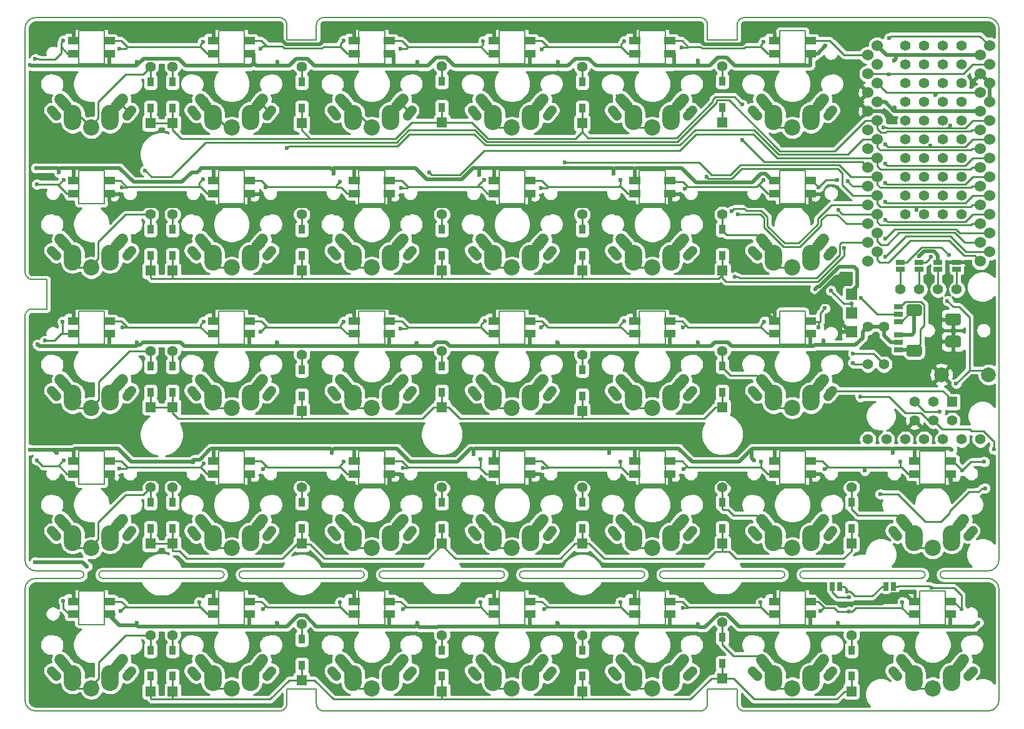
<source format=gbr>
G04 #@! TF.GenerationSoftware,KiCad,Pcbnew,(5.1.2)-2*
G04 #@! TF.CreationDate,2019-08-20T00:13:46-05:00*
G04 #@! TF.ProjectId,helix,68656c69-782e-46b6-9963-61645f706362,rev?*
G04 #@! TF.SameCoordinates,Original*
G04 #@! TF.FileFunction,Copper,L1,Top*
G04 #@! TF.FilePolarity,Positive*
%FSLAX46Y46*%
G04 Gerber Fmt 4.6, Leading zero omitted, Abs format (unit mm)*
G04 Created by KiCad (PCBNEW (5.1.2)-2) date 2019-08-20 00:13:46*
%MOMM*%
%LPD*%
G04 APERTURE LIST*
%ADD10C,0.150000*%
%ADD11R,1.150000X0.650000*%
%ADD12C,0.100000*%
%ADD13C,1.600000*%
%ADD14C,2.000000*%
%ADD15C,1.397000*%
%ADD16C,1.524000*%
%ADD17R,1.397000X1.397000*%
%ADD18R,1.600000X1.000000*%
%ADD19C,0.700000*%
%ADD20R,1.143000X0.635000*%
%ADD21R,0.950000X1.300000*%
%ADD22R,0.635000X1.143000*%
%ADD23R,1.524000X1.524000*%
%ADD24C,2.400000*%
%ADD25C,1.550000*%
%ADD26C,1.550000*%
%ADD27C,2.200000*%
%ADD28C,1.250000*%
%ADD29C,1.250000*%
%ADD30C,0.600000*%
%ADD31C,0.250000*%
%ADD32C,0.500000*%
%ADD33C,0.254000*%
G04 APERTURE END LIST*
D10*
X180500000Y-138000000D02*
X213500000Y-138000000D01*
X179500000Y-135000000D02*
X179500000Y-137000000D01*
X175500000Y-137000000D02*
X175500000Y-135000000D01*
X123500000Y-138000000D02*
X174500000Y-138000000D01*
X117500000Y-138000000D02*
X84500000Y-138000000D01*
X122500000Y-135000000D02*
X122500000Y-137000000D01*
X118500000Y-135000000D02*
X118500000Y-137000000D01*
X83000000Y-84500000D02*
X83000000Y-117500000D01*
X86000000Y-83500000D02*
X84000000Y-83500000D01*
X84000000Y-79500000D02*
X86000000Y-79500000D01*
X83000000Y-45500000D02*
X83000000Y-78500000D01*
X179500000Y-137000000D02*
G75*
G03X180500000Y-138000000I1000000J0D01*
G01*
X174500000Y-138000000D02*
G75*
G03X175500000Y-137000000I0J1000000D01*
G01*
X122500000Y-137000000D02*
G75*
G03X123500000Y-138000000I1000000J0D01*
G01*
X117500000Y-138000000D02*
G75*
G03X118500000Y-137000000I0J1000000D01*
G01*
X84000000Y-83500000D02*
G75*
G03X83000000Y-84500000I0J-1000000D01*
G01*
X83000000Y-78500000D02*
G75*
G03X84000000Y-79500000I1000000J0D01*
G01*
X180500000Y-44000000D02*
X213500000Y-44000000D01*
X179500000Y-45000000D02*
X179500000Y-47000000D01*
X180500000Y-44000000D02*
G75*
G03X179500000Y-45000000I0J-1000000D01*
G01*
X175500000Y-45000000D02*
X175500000Y-47000000D01*
X175500000Y-45000000D02*
G75*
G03X174500000Y-44000000I-1000000J0D01*
G01*
X123500000Y-44000000D02*
X174500000Y-44000000D01*
X122500000Y-47000000D02*
X122500000Y-45000000D01*
X123500000Y-44000000D02*
G75*
G03X122500000Y-45000000I0J-1000000D01*
G01*
X117500000Y-44000000D02*
X84500000Y-44000000D01*
X118500000Y-45000000D02*
X118500000Y-47000000D01*
X118500000Y-45000000D02*
G75*
G03X117500000Y-44000000I-1000000J0D01*
G01*
X175500000Y-135000000D02*
X179500000Y-135000000D01*
X118500000Y-135000000D02*
X122500000Y-135000000D01*
X175500000Y-47000000D02*
X179500000Y-47000000D01*
X118500000Y-47000000D02*
X122500000Y-47000000D01*
X86000000Y-79500000D02*
X86000000Y-83500000D01*
X204250000Y-126250000D02*
X204250000Y-121750000D01*
X207750000Y-126250000D02*
X204250000Y-126250000D01*
X207750000Y-121750000D02*
X207750000Y-126250000D01*
X204250000Y-121750000D02*
X207750000Y-121750000D01*
X185250000Y-126250000D02*
X185250000Y-121750000D01*
X188750000Y-126250000D02*
X185250000Y-126250000D01*
X188750000Y-121750000D02*
X188750000Y-126250000D01*
X185250000Y-121750000D02*
X188750000Y-121750000D01*
X166250000Y-126250000D02*
X166250000Y-121750000D01*
X169750000Y-126250000D02*
X166250000Y-126250000D01*
X169750000Y-121750000D02*
X169750000Y-126250000D01*
X166250000Y-121750000D02*
X169750000Y-121750000D01*
X147250000Y-126250000D02*
X147250000Y-121750000D01*
X150750000Y-126250000D02*
X147250000Y-126250000D01*
X150750000Y-121750000D02*
X150750000Y-126250000D01*
X147250000Y-121750000D02*
X150750000Y-121750000D01*
X128250000Y-126250000D02*
X128250000Y-121750000D01*
X131750000Y-126250000D02*
X128250000Y-126250000D01*
X131750000Y-121750000D02*
X131750000Y-126250000D01*
X128250000Y-121750000D02*
X131750000Y-121750000D01*
X109250000Y-126250000D02*
X109250000Y-121750000D01*
X112750000Y-126250000D02*
X109250000Y-126250000D01*
X112750000Y-121750000D02*
X112750000Y-126250000D01*
X109250000Y-121750000D02*
X112750000Y-121750000D01*
X90250000Y-126250000D02*
X90250000Y-121750000D01*
X93750000Y-126250000D02*
X90250000Y-126250000D01*
X93750000Y-121750000D02*
X93750000Y-126250000D01*
X90250000Y-121750000D02*
X93750000Y-121750000D01*
X90250000Y-107250000D02*
X90250000Y-102750000D01*
X93750000Y-107250000D02*
X90250000Y-107250000D01*
X93750000Y-102750000D02*
X93750000Y-107250000D01*
X90250000Y-102750000D02*
X93750000Y-102750000D01*
X109250000Y-107250000D02*
X109250000Y-102750000D01*
X112750000Y-107250000D02*
X109250000Y-107250000D01*
X112750000Y-102750000D02*
X112750000Y-107250000D01*
X109250000Y-102750000D02*
X112750000Y-102750000D01*
X128250000Y-107250000D02*
X128250000Y-102750000D01*
X131750000Y-107250000D02*
X128250000Y-107250000D01*
X131750000Y-102750000D02*
X131750000Y-107250000D01*
X128250000Y-102750000D02*
X131750000Y-102750000D01*
X147250000Y-107250000D02*
X147250000Y-102750000D01*
X150750000Y-107250000D02*
X147250000Y-107250000D01*
X150750000Y-102750000D02*
X150750000Y-107250000D01*
X147250000Y-102750000D02*
X150750000Y-102750000D01*
X166250000Y-107250000D02*
X166250000Y-102750000D01*
X169750000Y-107250000D02*
X166250000Y-107250000D01*
X169750000Y-102750000D02*
X169750000Y-107250000D01*
X166250000Y-102750000D02*
X169750000Y-102750000D01*
X185250000Y-107250000D02*
X185250000Y-102750000D01*
X188750000Y-107250000D02*
X185250000Y-107250000D01*
X188750000Y-102750000D02*
X188750000Y-107250000D01*
X185250000Y-102750000D02*
X188750000Y-102750000D01*
X204250000Y-107250000D02*
X204250000Y-102750000D01*
X207750000Y-107250000D02*
X204250000Y-107250000D01*
X207750000Y-102750000D02*
X207750000Y-107250000D01*
X204250000Y-102750000D02*
X207750000Y-102750000D01*
X185250000Y-88250000D02*
X185250000Y-83750000D01*
X188750000Y-88250000D02*
X185250000Y-88250000D01*
X188750000Y-83750000D02*
X188750000Y-88250000D01*
X185250000Y-83750000D02*
X188750000Y-83750000D01*
X166250000Y-88250000D02*
X166250000Y-83750000D01*
X169750000Y-88250000D02*
X166250000Y-88250000D01*
X169750000Y-83750000D02*
X169750000Y-88250000D01*
X166250000Y-83750000D02*
X169750000Y-83750000D01*
X147250000Y-88250000D02*
X147250000Y-83750000D01*
X150750000Y-88250000D02*
X147250000Y-88250000D01*
X150750000Y-83750000D02*
X150750000Y-88250000D01*
X147250000Y-83750000D02*
X150750000Y-83750000D01*
X128250000Y-88250000D02*
X128250000Y-83750000D01*
X131750000Y-88250000D02*
X128250000Y-88250000D01*
X131750000Y-83750000D02*
X131750000Y-88250000D01*
X128250000Y-83750000D02*
X131750000Y-83750000D01*
X109250000Y-88250000D02*
X109250000Y-83750000D01*
X112750000Y-88250000D02*
X109250000Y-88250000D01*
X112750000Y-83750000D02*
X112750000Y-88250000D01*
X109250000Y-83750000D02*
X112750000Y-83750000D01*
X90250000Y-88250000D02*
X90250000Y-83750000D01*
X93750000Y-88250000D02*
X90250000Y-88250000D01*
X93750000Y-83750000D02*
X93750000Y-88250000D01*
X90250000Y-83750000D02*
X93750000Y-83750000D01*
X90250000Y-69250000D02*
X90250000Y-64750000D01*
X93750000Y-69250000D02*
X90250000Y-69250000D01*
X93750000Y-64750000D02*
X93750000Y-69250000D01*
X90250000Y-64750000D02*
X93750000Y-64750000D01*
X109250000Y-69250000D02*
X109250000Y-64750000D01*
X112750000Y-69250000D02*
X109250000Y-69250000D01*
X112750000Y-64750000D02*
X112750000Y-69250000D01*
X109250000Y-64750000D02*
X112750000Y-64750000D01*
X128250000Y-69250000D02*
X128250000Y-64750000D01*
X131750000Y-69250000D02*
X128250000Y-69250000D01*
X131750000Y-64750000D02*
X131750000Y-69250000D01*
X128250000Y-64750000D02*
X131750000Y-64750000D01*
X147250000Y-69250000D02*
X147250000Y-64750000D01*
X150750000Y-69250000D02*
X147250000Y-69250000D01*
X150750000Y-64750000D02*
X150750000Y-69250000D01*
X147250000Y-64750000D02*
X150750000Y-64750000D01*
X166250000Y-69250000D02*
X166250000Y-64750000D01*
X169750000Y-69250000D02*
X166250000Y-69250000D01*
X169750000Y-64750000D02*
X169750000Y-69250000D01*
X166250000Y-64750000D02*
X169750000Y-64750000D01*
X185250000Y-69250000D02*
X185250000Y-64750000D01*
X188750000Y-69250000D02*
X185250000Y-69250000D01*
X188750000Y-64750000D02*
X188750000Y-69250000D01*
X185250000Y-64750000D02*
X188750000Y-64750000D01*
X185250000Y-50250000D02*
X185250000Y-45750000D01*
X188750000Y-50250000D02*
X185250000Y-50250000D01*
X188750000Y-45750000D02*
X188750000Y-50250000D01*
X185250000Y-45750000D02*
X188750000Y-45750000D01*
X166250000Y-50250000D02*
X166250000Y-45750000D01*
X169750000Y-50250000D02*
X166250000Y-50250000D01*
X169750000Y-45750000D02*
X169750000Y-50250000D01*
X166250000Y-45750000D02*
X169750000Y-45750000D01*
X147250000Y-50250000D02*
X147250000Y-45750000D01*
X150750000Y-50250000D02*
X147250000Y-50250000D01*
X150750000Y-45750000D02*
X150750000Y-50250000D01*
X147250000Y-45750000D02*
X150750000Y-45750000D01*
X128250000Y-50250000D02*
X128250000Y-45750000D01*
X131750000Y-50250000D02*
X128250000Y-50250000D01*
X131750000Y-45750000D02*
X131750000Y-50250000D01*
X128250000Y-45750000D02*
X131750000Y-45750000D01*
X109250000Y-50250000D02*
X109250000Y-45750000D01*
X112750000Y-50250000D02*
X109250000Y-50250000D01*
X112750000Y-45750000D02*
X112750000Y-50250000D01*
X109250000Y-45750000D02*
X112750000Y-45750000D01*
X90250000Y-50250000D02*
X90250000Y-45750000D01*
X93750000Y-50250000D02*
X90250000Y-50250000D01*
X93750000Y-45750000D02*
X93750000Y-50250000D01*
X90250000Y-45750000D02*
X93750000Y-45750000D01*
X204500000Y-120000000D02*
X188500000Y-120000000D01*
X188500000Y-119000000D02*
X204500000Y-119000000D01*
X185500000Y-120000000D02*
X169500000Y-120000000D01*
X169500000Y-119000000D02*
X185500000Y-119000000D01*
X166500000Y-120000000D02*
X150500000Y-120000000D01*
X150500000Y-119000000D02*
X166500000Y-119000000D01*
X147500000Y-120000000D02*
X131500000Y-120000000D01*
X131500000Y-119000000D02*
X147500000Y-119000000D01*
X128500000Y-120000000D02*
X112500000Y-120000000D01*
X112500000Y-119000000D02*
X128500000Y-119000000D01*
X93500000Y-120000000D02*
X109500000Y-120000000D01*
X93500000Y-119000000D02*
X109500000Y-119000000D01*
X90500000Y-120000000D02*
X84500000Y-120000000D01*
X84500000Y-119000000D02*
X90500000Y-119000000D01*
X215000000Y-117500000D02*
X215000000Y-45500000D01*
X207500000Y-119000000D02*
X213500000Y-119000000D01*
X213500000Y-120000000D02*
X207500000Y-120000000D01*
X215000000Y-136500000D02*
X215000000Y-121500000D01*
X83000000Y-121500000D02*
X83000000Y-136500000D01*
X215000000Y-45500000D02*
G75*
G03X213500000Y-44000000I-1500000J0D01*
G01*
X84500000Y-44000000D02*
G75*
G03X83000000Y-45500000I0J-1500000D01*
G01*
X207000000Y-119500000D02*
G75*
G03X207500000Y-120000000I500000J0D01*
G01*
X207500000Y-119000000D02*
G75*
G03X207000000Y-119500000I0J-500000D01*
G01*
X204500000Y-120000000D02*
G75*
G03X205000000Y-119500000I0J500000D01*
G01*
X205000000Y-119500000D02*
G75*
G03X204500000Y-119000000I-500000J0D01*
G01*
X188000000Y-119500000D02*
G75*
G03X188500000Y-120000000I500000J0D01*
G01*
X188500000Y-119000000D02*
G75*
G03X188000000Y-119500000I0J-500000D01*
G01*
X185500000Y-120000000D02*
G75*
G03X186000000Y-119500000I0J500000D01*
G01*
X186000000Y-119500000D02*
G75*
G03X185500000Y-119000000I-500000J0D01*
G01*
X169000000Y-119500000D02*
G75*
G03X169500000Y-120000000I500000J0D01*
G01*
X169500000Y-119000000D02*
G75*
G03X169000000Y-119500000I0J-500000D01*
G01*
X166500000Y-120000000D02*
G75*
G03X167000000Y-119500000I0J500000D01*
G01*
X167000000Y-119500000D02*
G75*
G03X166500000Y-119000000I-500000J0D01*
G01*
X150000000Y-119500000D02*
G75*
G03X150500000Y-120000000I500000J0D01*
G01*
X150500000Y-119000000D02*
G75*
G03X150000000Y-119500000I0J-500000D01*
G01*
X147500000Y-120000000D02*
G75*
G03X148000000Y-119500000I0J500000D01*
G01*
X148000000Y-119500000D02*
G75*
G03X147500000Y-119000000I-500000J0D01*
G01*
X131000000Y-119500000D02*
G75*
G03X131500000Y-120000000I500000J0D01*
G01*
X131500000Y-119000000D02*
G75*
G03X131000000Y-119500000I0J-500000D01*
G01*
X128500000Y-120000000D02*
G75*
G03X129000000Y-119500000I0J500000D01*
G01*
X129000000Y-119500000D02*
G75*
G03X128500000Y-119000000I-500000J0D01*
G01*
X112000000Y-119500000D02*
G75*
G03X112500000Y-120000000I500000J0D01*
G01*
X112500000Y-119000000D02*
G75*
G03X112000000Y-119500000I0J-500000D01*
G01*
X109500000Y-120000000D02*
G75*
G03X110000000Y-119500000I0J500000D01*
G01*
X110000000Y-119500000D02*
G75*
G03X109500000Y-119000000I-500000J0D01*
G01*
X93000000Y-119500000D02*
G75*
G03X93500000Y-120000000I500000J0D01*
G01*
X93500000Y-119000000D02*
G75*
G03X93000000Y-119500000I0J-500000D01*
G01*
X90500000Y-120000000D02*
G75*
G03X91000000Y-119500000I0J500000D01*
G01*
X91000000Y-119500000D02*
G75*
G03X90500000Y-119000000I-500000J0D01*
G01*
X83000000Y-117500000D02*
G75*
G03X84500000Y-119000000I1500000J0D01*
G01*
X84500000Y-120000000D02*
G75*
G03X83000000Y-121500000I0J-1500000D01*
G01*
X83000000Y-136500000D02*
G75*
G03X84500000Y-138000000I1500000J0D01*
G01*
X213500000Y-138000000D02*
G75*
G03X215000000Y-136500000I0J1500000D01*
G01*
X215000000Y-121500000D02*
G75*
G03X213500000Y-120000000I-1500000J0D01*
G01*
X213500000Y-119000000D02*
G75*
G03X215000000Y-117500000I0J1500000D01*
G01*
D11*
X201400000Y-87000000D03*
X201400000Y-89000000D03*
X201400000Y-88000000D03*
X201400000Y-85200000D03*
X201400000Y-83200000D03*
X201400000Y-84200000D03*
D12*
G36*
X209489207Y-87101926D02*
G01*
X209528036Y-87107686D01*
X209566114Y-87117224D01*
X209603073Y-87130448D01*
X209638559Y-87147231D01*
X209672228Y-87167412D01*
X209703757Y-87190796D01*
X209732843Y-87217157D01*
X209759204Y-87246243D01*
X209782588Y-87277772D01*
X209802769Y-87311441D01*
X209819552Y-87346927D01*
X209832776Y-87383886D01*
X209842314Y-87421964D01*
X209848074Y-87460793D01*
X209850000Y-87500000D01*
X209850000Y-88300000D01*
X209848074Y-88339207D01*
X209842314Y-88378036D01*
X209832776Y-88416114D01*
X209819552Y-88453073D01*
X209802769Y-88488559D01*
X209782588Y-88522228D01*
X209759204Y-88553757D01*
X209732843Y-88582843D01*
X209703757Y-88609204D01*
X209672228Y-88632588D01*
X209638559Y-88652769D01*
X209603073Y-88669552D01*
X209566114Y-88682776D01*
X209528036Y-88692314D01*
X209489207Y-88698074D01*
X209450000Y-88700000D01*
X208150000Y-88700000D01*
X208110793Y-88698074D01*
X208071964Y-88692314D01*
X208033886Y-88682776D01*
X207996927Y-88669552D01*
X207961441Y-88652769D01*
X207927772Y-88632588D01*
X207896243Y-88609204D01*
X207867157Y-88582843D01*
X207840796Y-88553757D01*
X207817412Y-88522228D01*
X207797231Y-88488559D01*
X207780448Y-88453073D01*
X207767224Y-88416114D01*
X207757686Y-88378036D01*
X207751926Y-88339207D01*
X207750000Y-88300000D01*
X207750000Y-87500000D01*
X207751926Y-87460793D01*
X207757686Y-87421964D01*
X207767224Y-87383886D01*
X207780448Y-87346927D01*
X207797231Y-87311441D01*
X207817412Y-87277772D01*
X207840796Y-87246243D01*
X207867157Y-87217157D01*
X207896243Y-87190796D01*
X207927772Y-87167412D01*
X207961441Y-87147231D01*
X207996927Y-87130448D01*
X208033886Y-87117224D01*
X208071964Y-87107686D01*
X208110793Y-87101926D01*
X208150000Y-87100000D01*
X209450000Y-87100000D01*
X209489207Y-87101926D01*
X209489207Y-87101926D01*
G37*
D13*
X208800000Y-87900000D03*
D12*
G36*
X204189207Y-82851926D02*
G01*
X204228036Y-82857686D01*
X204266114Y-82867224D01*
X204303073Y-82880448D01*
X204338559Y-82897231D01*
X204372228Y-82917412D01*
X204403757Y-82940796D01*
X204432843Y-82967157D01*
X204459204Y-82996243D01*
X204482588Y-83027772D01*
X204502769Y-83061441D01*
X204519552Y-83096927D01*
X204532776Y-83133886D01*
X204542314Y-83171964D01*
X204548074Y-83210793D01*
X204550000Y-83250000D01*
X204550000Y-84050000D01*
X204548074Y-84089207D01*
X204542314Y-84128036D01*
X204532776Y-84166114D01*
X204519552Y-84203073D01*
X204502769Y-84238559D01*
X204482588Y-84272228D01*
X204459204Y-84303757D01*
X204432843Y-84332843D01*
X204403757Y-84359204D01*
X204372228Y-84382588D01*
X204338559Y-84402769D01*
X204303073Y-84419552D01*
X204266114Y-84432776D01*
X204228036Y-84442314D01*
X204189207Y-84448074D01*
X204150000Y-84450000D01*
X202850000Y-84450000D01*
X202810793Y-84448074D01*
X202771964Y-84442314D01*
X202733886Y-84432776D01*
X202696927Y-84419552D01*
X202661441Y-84402769D01*
X202627772Y-84382588D01*
X202596243Y-84359204D01*
X202567157Y-84332843D01*
X202540796Y-84303757D01*
X202517412Y-84272228D01*
X202497231Y-84238559D01*
X202480448Y-84203073D01*
X202467224Y-84166114D01*
X202457686Y-84128036D01*
X202451926Y-84089207D01*
X202450000Y-84050000D01*
X202450000Y-83250000D01*
X202451926Y-83210793D01*
X202457686Y-83171964D01*
X202467224Y-83133886D01*
X202480448Y-83096927D01*
X202497231Y-83061441D01*
X202517412Y-83027772D01*
X202540796Y-82996243D01*
X202567157Y-82967157D01*
X202596243Y-82940796D01*
X202627772Y-82917412D01*
X202661441Y-82897231D01*
X202696927Y-82880448D01*
X202733886Y-82867224D01*
X202771964Y-82857686D01*
X202810793Y-82851926D01*
X202850000Y-82850000D01*
X204150000Y-82850000D01*
X204189207Y-82851926D01*
X204189207Y-82851926D01*
G37*
D13*
X203500000Y-83650000D03*
D12*
G36*
X204189207Y-88351926D02*
G01*
X204228036Y-88357686D01*
X204266114Y-88367224D01*
X204303073Y-88380448D01*
X204338559Y-88397231D01*
X204372228Y-88417412D01*
X204403757Y-88440796D01*
X204432843Y-88467157D01*
X204459204Y-88496243D01*
X204482588Y-88527772D01*
X204502769Y-88561441D01*
X204519552Y-88596927D01*
X204532776Y-88633886D01*
X204542314Y-88671964D01*
X204548074Y-88710793D01*
X204550000Y-88750000D01*
X204550000Y-89550000D01*
X204548074Y-89589207D01*
X204542314Y-89628036D01*
X204532776Y-89666114D01*
X204519552Y-89703073D01*
X204502769Y-89738559D01*
X204482588Y-89772228D01*
X204459204Y-89803757D01*
X204432843Y-89832843D01*
X204403757Y-89859204D01*
X204372228Y-89882588D01*
X204338559Y-89902769D01*
X204303073Y-89919552D01*
X204266114Y-89932776D01*
X204228036Y-89942314D01*
X204189207Y-89948074D01*
X204150000Y-89950000D01*
X202850000Y-89950000D01*
X202810793Y-89948074D01*
X202771964Y-89942314D01*
X202733886Y-89932776D01*
X202696927Y-89919552D01*
X202661441Y-89902769D01*
X202627772Y-89882588D01*
X202596243Y-89859204D01*
X202567157Y-89832843D01*
X202540796Y-89803757D01*
X202517412Y-89772228D01*
X202497231Y-89738559D01*
X202480448Y-89703073D01*
X202467224Y-89666114D01*
X202457686Y-89628036D01*
X202451926Y-89589207D01*
X202450000Y-89550000D01*
X202450000Y-88750000D01*
X202451926Y-88710793D01*
X202457686Y-88671964D01*
X202467224Y-88633886D01*
X202480448Y-88596927D01*
X202497231Y-88561441D01*
X202517412Y-88527772D01*
X202540796Y-88496243D01*
X202567157Y-88467157D01*
X202596243Y-88440796D01*
X202627772Y-88417412D01*
X202661441Y-88397231D01*
X202696927Y-88380448D01*
X202733886Y-88367224D01*
X202771964Y-88357686D01*
X202810793Y-88351926D01*
X202850000Y-88350000D01*
X204150000Y-88350000D01*
X204189207Y-88351926D01*
X204189207Y-88351926D01*
G37*
D13*
X203500000Y-89150000D03*
D12*
G36*
X209489207Y-84101926D02*
G01*
X209528036Y-84107686D01*
X209566114Y-84117224D01*
X209603073Y-84130448D01*
X209638559Y-84147231D01*
X209672228Y-84167412D01*
X209703757Y-84190796D01*
X209732843Y-84217157D01*
X209759204Y-84246243D01*
X209782588Y-84277772D01*
X209802769Y-84311441D01*
X209819552Y-84346927D01*
X209832776Y-84383886D01*
X209842314Y-84421964D01*
X209848074Y-84460793D01*
X209850000Y-84500000D01*
X209850000Y-85300000D01*
X209848074Y-85339207D01*
X209842314Y-85378036D01*
X209832776Y-85416114D01*
X209819552Y-85453073D01*
X209802769Y-85488559D01*
X209782588Y-85522228D01*
X209759204Y-85553757D01*
X209732843Y-85582843D01*
X209703757Y-85609204D01*
X209672228Y-85632588D01*
X209638559Y-85652769D01*
X209603073Y-85669552D01*
X209566114Y-85682776D01*
X209528036Y-85692314D01*
X209489207Y-85698074D01*
X209450000Y-85700000D01*
X208150000Y-85700000D01*
X208110793Y-85698074D01*
X208071964Y-85692314D01*
X208033886Y-85682776D01*
X207996927Y-85669552D01*
X207961441Y-85652769D01*
X207927772Y-85632588D01*
X207896243Y-85609204D01*
X207867157Y-85582843D01*
X207840796Y-85553757D01*
X207817412Y-85522228D01*
X207797231Y-85488559D01*
X207780448Y-85453073D01*
X207767224Y-85416114D01*
X207757686Y-85378036D01*
X207751926Y-85339207D01*
X207750000Y-85300000D01*
X207750000Y-84500000D01*
X207751926Y-84460793D01*
X207757686Y-84421964D01*
X207767224Y-84383886D01*
X207780448Y-84346927D01*
X207797231Y-84311441D01*
X207817412Y-84277772D01*
X207840796Y-84246243D01*
X207867157Y-84217157D01*
X207896243Y-84190796D01*
X207927772Y-84167412D01*
X207961441Y-84147231D01*
X207996927Y-84130448D01*
X208033886Y-84117224D01*
X208071964Y-84107686D01*
X208110793Y-84101926D01*
X208150000Y-84100000D01*
X209450000Y-84100000D01*
X209489207Y-84101926D01*
X209489207Y-84101926D01*
G37*
D13*
X208800000Y-84900000D03*
D14*
X213600000Y-92400000D03*
X207200000Y-92400000D03*
D15*
X197220000Y-85910000D03*
X197220000Y-90990000D03*
X199400000Y-85910000D03*
X199400000Y-90990000D03*
D16*
X198490000Y-47810000D03*
X198490000Y-50350000D03*
X198490000Y-52890000D03*
X198490000Y-55430000D03*
X198490000Y-57970000D03*
X198490000Y-60510000D03*
X198490000Y-63050000D03*
X198490000Y-65590000D03*
X198490000Y-68130000D03*
X198490000Y-70670000D03*
X198490000Y-73210000D03*
X198490000Y-75750000D03*
X213730000Y-75750000D03*
X213730000Y-73210000D03*
X213730000Y-70670000D03*
X213730000Y-68130000D03*
X213730000Y-65590000D03*
X213730000Y-63050000D03*
X213730000Y-60510000D03*
X213730000Y-57970000D03*
X213730000Y-55430000D03*
X213730000Y-52890000D03*
X213730000Y-50350000D03*
X213730000Y-47810000D03*
D17*
X208650000Y-96070000D03*
D15*
X208650000Y-98610000D03*
X206110000Y-96070000D03*
X206110000Y-98610000D03*
X203570000Y-96070000D03*
X203570000Y-98610000D03*
D18*
X113400000Y-48875000D03*
X113400000Y-47125000D03*
X108600000Y-48875000D03*
X108600000Y-47125000D03*
X94400000Y-48875000D03*
X94400000Y-47125000D03*
X89600000Y-48875000D03*
X89600000Y-47125000D03*
D19*
X85200000Y-116600000D03*
X84400000Y-136600000D03*
X92000000Y-132400000D03*
X111000000Y-132400000D03*
X130000000Y-132400000D03*
X149000000Y-132400000D03*
X168000000Y-132400000D03*
X187000000Y-132400000D03*
X206000000Y-132400000D03*
X187000000Y-113400000D03*
X168000000Y-113400000D03*
X149000000Y-113400000D03*
X130000000Y-113400000D03*
X111000000Y-113400000D03*
X92000000Y-113400000D03*
X92000000Y-94400000D03*
X111000000Y-94400000D03*
X130000000Y-94400000D03*
X149000000Y-94400000D03*
X168000000Y-94600000D03*
X180600000Y-74400000D03*
X168000000Y-75600000D03*
X149000000Y-75600000D03*
X130000000Y-75600000D03*
X111000000Y-75600000D03*
X92000000Y-75600000D03*
X84400000Y-45400000D03*
X92000000Y-56600000D03*
X111000000Y-56400000D03*
X130000000Y-56400000D03*
X149000000Y-56400000D03*
X168000000Y-56400000D03*
X187000000Y-56400000D03*
X212900000Y-44900000D03*
D15*
X197220000Y-101150000D03*
X199760000Y-101150000D03*
X212460000Y-101150000D03*
X209920000Y-101150000D03*
X207380000Y-101150000D03*
X204840000Y-101150000D03*
X202300000Y-101150000D03*
X209285000Y-80830000D03*
X206745000Y-80830000D03*
X204205000Y-80830000D03*
X201665000Y-80830000D03*
X209920000Y-70670000D03*
X207380000Y-70670000D03*
X204840000Y-70670000D03*
X202300000Y-70670000D03*
X202300000Y-68130000D03*
X204840000Y-68130000D03*
X207380000Y-68130000D03*
X209920000Y-68130000D03*
X209920000Y-65590000D03*
X207380000Y-65590000D03*
X204840000Y-65590000D03*
X202300000Y-65590000D03*
X202300000Y-63050000D03*
X204840000Y-63050000D03*
X207380000Y-63050000D03*
X209920000Y-63050000D03*
X209920000Y-60510000D03*
X207380000Y-60510000D03*
X204840000Y-60510000D03*
X202300000Y-60510000D03*
X202300000Y-57970000D03*
X204840000Y-57970000D03*
X207380000Y-57970000D03*
X209920000Y-57970000D03*
X209920000Y-55430000D03*
X207380000Y-55430000D03*
X204840000Y-55430000D03*
X202300000Y-55430000D03*
X202300000Y-52890000D03*
X204840000Y-52890000D03*
X207380000Y-52890000D03*
X209920000Y-52890000D03*
X209920000Y-50350000D03*
X207380000Y-50350000D03*
X204840000Y-50350000D03*
X202300000Y-50350000D03*
X202300000Y-47810000D03*
X204840000Y-47810000D03*
X207380000Y-47810000D03*
X209920000Y-47810000D03*
D20*
X209285000Y-77154620D03*
X209285000Y-78155380D03*
X206745000Y-77154620D03*
X206745000Y-78155380D03*
X204205000Y-77154620D03*
X204205000Y-78155380D03*
X201665000Y-77154620D03*
X201665000Y-78155380D03*
D21*
X100000000Y-56275000D03*
D17*
X100000000Y-58310000D03*
D15*
X100000000Y-50690000D03*
D21*
X100000000Y-52725000D03*
X103000000Y-56275000D03*
D17*
X103000000Y-58310000D03*
D15*
X103000000Y-50690000D03*
D21*
X103000000Y-52725000D03*
X120500000Y-56275000D03*
D17*
X120500000Y-58310000D03*
D15*
X120500000Y-50690000D03*
D21*
X120500000Y-52725000D03*
X139500000Y-56175000D03*
D17*
X139500000Y-58210000D03*
D15*
X139500000Y-50590000D03*
D21*
X139500000Y-52625000D03*
X158500000Y-56275000D03*
D17*
X158500000Y-58310000D03*
D15*
X158500000Y-50690000D03*
D21*
X158500000Y-52725000D03*
X177500000Y-56175000D03*
D17*
X177500000Y-58210000D03*
D15*
X177500000Y-50590000D03*
D21*
X177500000Y-52625000D03*
X100000000Y-76275000D03*
D17*
X100000000Y-78310000D03*
D15*
X100000000Y-70690000D03*
D21*
X100000000Y-72725000D03*
X103000000Y-76275000D03*
D17*
X103000000Y-78310000D03*
D15*
X103000000Y-70690000D03*
D21*
X103000000Y-72725000D03*
X120500000Y-76275000D03*
D17*
X120500000Y-78310000D03*
D15*
X120500000Y-70690000D03*
D21*
X120500000Y-72725000D03*
X139500000Y-76275000D03*
D17*
X139500000Y-78310000D03*
D15*
X139500000Y-70690000D03*
D21*
X139500000Y-72725000D03*
X158500000Y-76275000D03*
D17*
X158500000Y-78310000D03*
D15*
X158500000Y-70690000D03*
D21*
X158500000Y-72725000D03*
X177500000Y-76275000D03*
D17*
X177500000Y-78310000D03*
D15*
X177500000Y-70690000D03*
D21*
X177500000Y-72725000D03*
X100000000Y-94775000D03*
D17*
X100000000Y-96810000D03*
D15*
X100000000Y-89190000D03*
D21*
X100000000Y-91225000D03*
X103000000Y-94775000D03*
D17*
X103000000Y-96810000D03*
D15*
X103000000Y-89190000D03*
D21*
X103000000Y-91225000D03*
X120500000Y-95275000D03*
D17*
X120500000Y-97310000D03*
D15*
X120500000Y-89690000D03*
D21*
X120500000Y-91725000D03*
X139500000Y-94775000D03*
D17*
X139500000Y-96810000D03*
D15*
X139500000Y-89190000D03*
D21*
X139500000Y-91225000D03*
X158500000Y-95275000D03*
D17*
X158500000Y-97310000D03*
D15*
X158500000Y-89690000D03*
D21*
X158500000Y-91725000D03*
X177500000Y-94775000D03*
D17*
X177500000Y-96810000D03*
D15*
X177500000Y-89190000D03*
D21*
X177500000Y-91225000D03*
X100000000Y-113275000D03*
D17*
X100000000Y-115310000D03*
D15*
X100000000Y-107690000D03*
D21*
X100000000Y-109725000D03*
X103000000Y-113275000D03*
D17*
X103000000Y-115310000D03*
D15*
X103000000Y-107690000D03*
D21*
X103000000Y-109725000D03*
X120500000Y-113275000D03*
D17*
X120500000Y-115310000D03*
D15*
X120500000Y-107690000D03*
D21*
X120500000Y-109725000D03*
X139500000Y-113275000D03*
D17*
X139500000Y-115310000D03*
D15*
X139500000Y-107690000D03*
D21*
X139500000Y-109725000D03*
X158500000Y-113275000D03*
D17*
X158500000Y-115310000D03*
D15*
X158500000Y-107690000D03*
D21*
X158500000Y-109725000D03*
X177500000Y-113275000D03*
D17*
X177500000Y-115310000D03*
D15*
X177500000Y-107690000D03*
D21*
X177500000Y-109725000D03*
X195000000Y-113275000D03*
D17*
X195000000Y-115310000D03*
D15*
X195000000Y-107690000D03*
D21*
X195000000Y-109725000D03*
X100000000Y-133275000D03*
D17*
X100000000Y-135310000D03*
D15*
X100000000Y-127690000D03*
D21*
X100000000Y-129725000D03*
X103000000Y-133275000D03*
D17*
X103000000Y-135310000D03*
D15*
X103000000Y-127690000D03*
D21*
X103000000Y-129725000D03*
X120500000Y-131775000D03*
D17*
X120500000Y-133810000D03*
D15*
X120500000Y-126190000D03*
D21*
X120500000Y-128225000D03*
X139500000Y-133275000D03*
D17*
X139500000Y-135310000D03*
D15*
X139500000Y-127690000D03*
D21*
X139500000Y-129725000D03*
X158500000Y-133275000D03*
D17*
X158500000Y-135310000D03*
D15*
X158500000Y-127690000D03*
D21*
X158500000Y-129725000D03*
X177500000Y-131550000D03*
D17*
X177500000Y-133585000D03*
D15*
X177500000Y-125965000D03*
D21*
X177500000Y-128000000D03*
X195000000Y-133275000D03*
D17*
X195000000Y-135310000D03*
D15*
X195000000Y-127690000D03*
D21*
X195000000Y-129725000D03*
D16*
X197220000Y-49080000D03*
X197220000Y-51620000D03*
X197220000Y-54160000D03*
X197220000Y-56700000D03*
X197220000Y-59240000D03*
X197220000Y-61780000D03*
X197220000Y-64320000D03*
X197220000Y-66860000D03*
X197220000Y-69400000D03*
X197220000Y-71940000D03*
X197220000Y-74480000D03*
X197220000Y-77020000D03*
X212460000Y-77020000D03*
X212460000Y-74480000D03*
X212460000Y-71940000D03*
X212460000Y-69400000D03*
X212460000Y-66860000D03*
X212460000Y-64320000D03*
X212460000Y-61780000D03*
X212460000Y-59240000D03*
X212460000Y-56700000D03*
X212460000Y-54160000D03*
X212460000Y-51620000D03*
X212460000Y-49080000D03*
D22*
X192399620Y-121100000D03*
X193400380Y-121100000D03*
X200700380Y-121100000D03*
X199699620Y-121100000D03*
D18*
X132400000Y-48875000D03*
X132400000Y-47125000D03*
X127600000Y-48875000D03*
X127600000Y-47125000D03*
X151400000Y-48875000D03*
X151400000Y-47125000D03*
X146600000Y-48875000D03*
X146600000Y-47125000D03*
X170400000Y-48875000D03*
X170400000Y-47125000D03*
X165600000Y-48875000D03*
X165600000Y-47125000D03*
X89600000Y-66125000D03*
X89600000Y-67875000D03*
X94400000Y-66125000D03*
X94400000Y-67875000D03*
X108600000Y-66125000D03*
X108600000Y-67875000D03*
X113400000Y-66125000D03*
X113400000Y-67875000D03*
X127600000Y-66125000D03*
X127600000Y-67875000D03*
X132400000Y-66125000D03*
X132400000Y-67875000D03*
X146600000Y-66125000D03*
X146600000Y-67875000D03*
X151400000Y-66125000D03*
X151400000Y-67875000D03*
X165600000Y-66125000D03*
X165600000Y-67875000D03*
X170400000Y-66125000D03*
X170400000Y-67875000D03*
X184600000Y-66125000D03*
X184600000Y-67875000D03*
X189400000Y-66125000D03*
X189400000Y-67875000D03*
X94400000Y-86875000D03*
X94400000Y-85125000D03*
X89600000Y-86875000D03*
X89600000Y-85125000D03*
X113400000Y-86875000D03*
X113400000Y-85125000D03*
X108600000Y-86875000D03*
X108600000Y-85125000D03*
X132400000Y-86875000D03*
X132400000Y-85125000D03*
X127600000Y-86875000D03*
X127600000Y-85125000D03*
X151400000Y-86875000D03*
X151400000Y-85125000D03*
X146600000Y-86875000D03*
X146600000Y-85125000D03*
X170400000Y-86875000D03*
X170400000Y-85125000D03*
X165600000Y-86875000D03*
X165600000Y-85125000D03*
X189400000Y-86875000D03*
X189400000Y-85125000D03*
X184600000Y-86875000D03*
X184600000Y-85125000D03*
X89600000Y-104125000D03*
X89600000Y-105875000D03*
X94400000Y-104125000D03*
X94400000Y-105875000D03*
X108600000Y-104125000D03*
X108600000Y-105875000D03*
X113400000Y-104125000D03*
X113400000Y-105875000D03*
X127600000Y-104125000D03*
X127600000Y-105875000D03*
X132400000Y-104125000D03*
X132400000Y-105875000D03*
X146600000Y-104125000D03*
X146600000Y-105875000D03*
X151400000Y-104125000D03*
X151400000Y-105875000D03*
X165600000Y-104125000D03*
X165600000Y-105875000D03*
X170400000Y-104125000D03*
X170400000Y-105875000D03*
X184600000Y-104125000D03*
X184600000Y-105875000D03*
X189400000Y-104125000D03*
X189400000Y-105875000D03*
X203600000Y-104125000D03*
X203600000Y-105875000D03*
X208400000Y-104125000D03*
X208400000Y-105875000D03*
X94400000Y-124875000D03*
X94400000Y-123125000D03*
X89600000Y-124875000D03*
X89600000Y-123125000D03*
X113400000Y-124875000D03*
X113400000Y-123125000D03*
X108600000Y-124875000D03*
X108600000Y-123125000D03*
X132400000Y-124875000D03*
X132400000Y-123125000D03*
X127600000Y-124875000D03*
X127600000Y-123125000D03*
X151400000Y-124875000D03*
X151400000Y-123125000D03*
X146600000Y-124875000D03*
X146600000Y-123125000D03*
X170400000Y-124875000D03*
X170400000Y-123125000D03*
X165600000Y-124875000D03*
X165600000Y-123125000D03*
X189400000Y-124875000D03*
X189400000Y-123125000D03*
X184600000Y-124875000D03*
X184600000Y-123125000D03*
X208400000Y-124875000D03*
X208400000Y-123125000D03*
X203600000Y-124875000D03*
X203600000Y-123125000D03*
X189400000Y-48875000D03*
X189400000Y-47125000D03*
X184600000Y-48875000D03*
X184600000Y-47125000D03*
D23*
X195000000Y-86580000D03*
X195000000Y-84040000D03*
X195000000Y-81500000D03*
D24*
X132540000Y-76500000D03*
X132540000Y-76000000D03*
X127460000Y-76000000D03*
X127460000Y-76500000D03*
D25*
X126190000Y-74540000D03*
D26*
X126591742Y-75018778D02*
X125788258Y-74061222D01*
D24*
X132540000Y-77080000D03*
D25*
X133810000Y-74540000D03*
D26*
X134211742Y-74061222D02*
X133408258Y-75018778D01*
D24*
X127460000Y-77080000D03*
D27*
X130000000Y-77900000D03*
D28*
X135100000Y-75900000D03*
D29*
X135405324Y-75536129D02*
X134794676Y-76263871D01*
D28*
X124900000Y-75900000D03*
D29*
X125205324Y-76263871D02*
X124594676Y-75536129D01*
D24*
X151540000Y-57500000D03*
X151540000Y-57000000D03*
X146460000Y-57000000D03*
X146460000Y-57500000D03*
D25*
X145190000Y-55540000D03*
D26*
X145591742Y-56018778D02*
X144788258Y-55061222D01*
D24*
X151540000Y-58080000D03*
D25*
X152810000Y-55540000D03*
D26*
X153211742Y-55061222D02*
X152408258Y-56018778D01*
D24*
X146460000Y-58080000D03*
D27*
X149000000Y-58900000D03*
D28*
X154100000Y-56900000D03*
D29*
X154405324Y-56536129D02*
X153794676Y-57263871D01*
D28*
X143900000Y-56900000D03*
D29*
X144205324Y-57263871D02*
X143594676Y-56536129D01*
D24*
X94540000Y-57500000D03*
X94540000Y-57000000D03*
X89460000Y-57000000D03*
X89460000Y-57500000D03*
D25*
X88190000Y-55540000D03*
D26*
X88591742Y-56018778D02*
X87788258Y-55061222D01*
D24*
X94540000Y-58080000D03*
D25*
X95810000Y-55540000D03*
D26*
X96211742Y-55061222D02*
X95408258Y-56018778D01*
D24*
X89460000Y-58080000D03*
D27*
X92000000Y-58900000D03*
D28*
X97100000Y-56900000D03*
D29*
X97405324Y-56536129D02*
X96794676Y-57263871D01*
D28*
X86900000Y-56900000D03*
D29*
X87205324Y-57263871D02*
X86594676Y-56536129D01*
D24*
X208540000Y-133500000D03*
X208540000Y-133000000D03*
X203460000Y-133000000D03*
X203460000Y-133500000D03*
D25*
X202190000Y-131540000D03*
D26*
X202591742Y-132018778D02*
X201788258Y-131061222D01*
D24*
X208540000Y-134080000D03*
D25*
X209810000Y-131540000D03*
D26*
X210211742Y-131061222D02*
X209408258Y-132018778D01*
D24*
X203460000Y-134080000D03*
D27*
X206000000Y-134900000D03*
D28*
X211100000Y-132900000D03*
D29*
X211405324Y-132536129D02*
X210794676Y-133263871D01*
D28*
X200900000Y-132900000D03*
D29*
X201205324Y-133263871D02*
X200594676Y-132536129D01*
D24*
X189540000Y-133500000D03*
X189540000Y-133000000D03*
X184460000Y-133000000D03*
X184460000Y-133500000D03*
D25*
X183190000Y-131540000D03*
D26*
X183591742Y-132018778D02*
X182788258Y-131061222D01*
D24*
X189540000Y-134080000D03*
D25*
X190810000Y-131540000D03*
D26*
X191211742Y-131061222D02*
X190408258Y-132018778D01*
D24*
X184460000Y-134080000D03*
D27*
X187000000Y-134900000D03*
D28*
X192100000Y-132900000D03*
D29*
X192405324Y-132536129D02*
X191794676Y-133263871D01*
D28*
X181900000Y-132900000D03*
D29*
X182205324Y-133263871D02*
X181594676Y-132536129D01*
D24*
X170540000Y-133500000D03*
X170540000Y-133000000D03*
X165460000Y-133000000D03*
X165460000Y-133500000D03*
D25*
X164190000Y-131540000D03*
D26*
X164591742Y-132018778D02*
X163788258Y-131061222D01*
D24*
X170540000Y-134080000D03*
D25*
X171810000Y-131540000D03*
D26*
X172211742Y-131061222D02*
X171408258Y-132018778D01*
D24*
X165460000Y-134080000D03*
D27*
X168000000Y-134900000D03*
D28*
X173100000Y-132900000D03*
D29*
X173405324Y-132536129D02*
X172794676Y-133263871D01*
D28*
X162900000Y-132900000D03*
D29*
X163205324Y-133263871D02*
X162594676Y-132536129D01*
D24*
X151540000Y-133500000D03*
X151540000Y-133000000D03*
X146460000Y-133000000D03*
X146460000Y-133500000D03*
D25*
X145190000Y-131540000D03*
D26*
X145591742Y-132018778D02*
X144788258Y-131061222D01*
D24*
X151540000Y-134080000D03*
D25*
X152810000Y-131540000D03*
D26*
X153211742Y-131061222D02*
X152408258Y-132018778D01*
D24*
X146460000Y-134080000D03*
D27*
X149000000Y-134900000D03*
D28*
X154100000Y-132900000D03*
D29*
X154405324Y-132536129D02*
X153794676Y-133263871D01*
D28*
X143900000Y-132900000D03*
D29*
X144205324Y-133263871D02*
X143594676Y-132536129D01*
D24*
X132540000Y-133500000D03*
X132540000Y-133000000D03*
X127460000Y-133000000D03*
X127460000Y-133500000D03*
D25*
X126190000Y-131540000D03*
D26*
X126591742Y-132018778D02*
X125788258Y-131061222D01*
D24*
X132540000Y-134080000D03*
D25*
X133810000Y-131540000D03*
D26*
X134211742Y-131061222D02*
X133408258Y-132018778D01*
D24*
X127460000Y-134080000D03*
D27*
X130000000Y-134900000D03*
D28*
X135100000Y-132900000D03*
D29*
X135405324Y-132536129D02*
X134794676Y-133263871D01*
D28*
X124900000Y-132900000D03*
D29*
X125205324Y-133263871D02*
X124594676Y-132536129D01*
D24*
X113540000Y-133500000D03*
X113540000Y-133000000D03*
X108460000Y-133000000D03*
X108460000Y-133500000D03*
D25*
X107190000Y-131540000D03*
D26*
X107591742Y-132018778D02*
X106788258Y-131061222D01*
D24*
X113540000Y-134080000D03*
D25*
X114810000Y-131540000D03*
D26*
X115211742Y-131061222D02*
X114408258Y-132018778D01*
D24*
X108460000Y-134080000D03*
D27*
X111000000Y-134900000D03*
D28*
X116100000Y-132900000D03*
D29*
X116405324Y-132536129D02*
X115794676Y-133263871D01*
D28*
X105900000Y-132900000D03*
D29*
X106205324Y-133263871D02*
X105594676Y-132536129D01*
D24*
X94540000Y-133500000D03*
X94540000Y-133000000D03*
X89460000Y-133000000D03*
X89460000Y-133500000D03*
D25*
X88190000Y-131540000D03*
D26*
X88591742Y-132018778D02*
X87788258Y-131061222D01*
D24*
X94540000Y-134080000D03*
D25*
X95810000Y-131540000D03*
D26*
X96211742Y-131061222D02*
X95408258Y-132018778D01*
D24*
X89460000Y-134080000D03*
D27*
X92000000Y-134900000D03*
D28*
X97100000Y-132900000D03*
D29*
X97405324Y-132536129D02*
X96794676Y-133263871D01*
D28*
X86900000Y-132900000D03*
D29*
X87205324Y-133263871D02*
X86594676Y-132536129D01*
D24*
X208540000Y-114500000D03*
X208540000Y-114000000D03*
X203460000Y-114000000D03*
X203460000Y-114500000D03*
D25*
X202190000Y-112540000D03*
D26*
X202591742Y-113018778D02*
X201788258Y-112061222D01*
D24*
X208540000Y-115080000D03*
D25*
X209810000Y-112540000D03*
D26*
X210211742Y-112061222D02*
X209408258Y-113018778D01*
D24*
X203460000Y-115080000D03*
D27*
X206000000Y-115900000D03*
D28*
X211100000Y-113900000D03*
D29*
X211405324Y-113536129D02*
X210794676Y-114263871D01*
D28*
X200900000Y-113900000D03*
D29*
X201205324Y-114263871D02*
X200594676Y-113536129D01*
D24*
X189540000Y-114500000D03*
X189540000Y-114000000D03*
X184460000Y-114000000D03*
X184460000Y-114500000D03*
D25*
X183190000Y-112540000D03*
D26*
X183591742Y-113018778D02*
X182788258Y-112061222D01*
D24*
X189540000Y-115080000D03*
D25*
X190810000Y-112540000D03*
D26*
X191211742Y-112061222D02*
X190408258Y-113018778D01*
D24*
X184460000Y-115080000D03*
D27*
X187000000Y-115900000D03*
D28*
X192100000Y-113900000D03*
D29*
X192405324Y-113536129D02*
X191794676Y-114263871D01*
D28*
X181900000Y-113900000D03*
D29*
X182205324Y-114263871D02*
X181594676Y-113536129D01*
D24*
X170540000Y-114500000D03*
X170540000Y-114000000D03*
X165460000Y-114000000D03*
X165460000Y-114500000D03*
D25*
X164190000Y-112540000D03*
D26*
X164591742Y-113018778D02*
X163788258Y-112061222D01*
D24*
X170540000Y-115080000D03*
D25*
X171810000Y-112540000D03*
D26*
X172211742Y-112061222D02*
X171408258Y-113018778D01*
D24*
X165460000Y-115080000D03*
D27*
X168000000Y-115900000D03*
D28*
X173100000Y-113900000D03*
D29*
X173405324Y-113536129D02*
X172794676Y-114263871D01*
D28*
X162900000Y-113900000D03*
D29*
X163205324Y-114263871D02*
X162594676Y-113536129D01*
D24*
X151540000Y-114500000D03*
X151540000Y-114000000D03*
X146460000Y-114000000D03*
X146460000Y-114500000D03*
D25*
X145190000Y-112540000D03*
D26*
X145591742Y-113018778D02*
X144788258Y-112061222D01*
D24*
X151540000Y-115080000D03*
D25*
X152810000Y-112540000D03*
D26*
X153211742Y-112061222D02*
X152408258Y-113018778D01*
D24*
X146460000Y-115080000D03*
D27*
X149000000Y-115900000D03*
D28*
X154100000Y-113900000D03*
D29*
X154405324Y-113536129D02*
X153794676Y-114263871D01*
D28*
X143900000Y-113900000D03*
D29*
X144205324Y-114263871D02*
X143594676Y-113536129D01*
D24*
X132540000Y-114500000D03*
X132540000Y-114000000D03*
X127460000Y-114000000D03*
X127460000Y-114500000D03*
D25*
X126190000Y-112540000D03*
D26*
X126591742Y-113018778D02*
X125788258Y-112061222D01*
D24*
X132540000Y-115080000D03*
D25*
X133810000Y-112540000D03*
D26*
X134211742Y-112061222D02*
X133408258Y-113018778D01*
D24*
X127460000Y-115080000D03*
D27*
X130000000Y-115900000D03*
D28*
X135100000Y-113900000D03*
D29*
X135405324Y-113536129D02*
X134794676Y-114263871D01*
D28*
X124900000Y-113900000D03*
D29*
X125205324Y-114263871D02*
X124594676Y-113536129D01*
D24*
X113540000Y-114500000D03*
X113540000Y-114000000D03*
X108460000Y-114000000D03*
X108460000Y-114500000D03*
D25*
X107190000Y-112540000D03*
D26*
X107591742Y-113018778D02*
X106788258Y-112061222D01*
D24*
X113540000Y-115080000D03*
D25*
X114810000Y-112540000D03*
D26*
X115211742Y-112061222D02*
X114408258Y-113018778D01*
D24*
X108460000Y-115080000D03*
D27*
X111000000Y-115900000D03*
D28*
X116100000Y-113900000D03*
D29*
X116405324Y-113536129D02*
X115794676Y-114263871D01*
D28*
X105900000Y-113900000D03*
D29*
X106205324Y-114263871D02*
X105594676Y-113536129D01*
D24*
X94540000Y-114500000D03*
X94540000Y-114000000D03*
X89460000Y-114000000D03*
X89460000Y-114500000D03*
D25*
X88190000Y-112540000D03*
D26*
X88591742Y-113018778D02*
X87788258Y-112061222D01*
D24*
X94540000Y-115080000D03*
D25*
X95810000Y-112540000D03*
D26*
X96211742Y-112061222D02*
X95408258Y-113018778D01*
D24*
X89460000Y-115080000D03*
D27*
X92000000Y-115900000D03*
D28*
X97100000Y-113900000D03*
D29*
X97405324Y-113536129D02*
X96794676Y-114263871D01*
D28*
X86900000Y-113900000D03*
D29*
X87205324Y-114263871D02*
X86594676Y-113536129D01*
D24*
X189540000Y-95500000D03*
X189540000Y-95000000D03*
X184460000Y-95000000D03*
X184460000Y-95500000D03*
D25*
X183190000Y-93540000D03*
D26*
X183591742Y-94018778D02*
X182788258Y-93061222D01*
D24*
X189540000Y-96080000D03*
D25*
X190810000Y-93540000D03*
D26*
X191211742Y-93061222D02*
X190408258Y-94018778D01*
D24*
X184460000Y-96080000D03*
D27*
X187000000Y-96900000D03*
D28*
X192100000Y-94900000D03*
D29*
X192405324Y-94536129D02*
X191794676Y-95263871D01*
D28*
X181900000Y-94900000D03*
D29*
X182205324Y-95263871D02*
X181594676Y-94536129D01*
D24*
X170540000Y-95500000D03*
X170540000Y-95000000D03*
X165460000Y-95000000D03*
X165460000Y-95500000D03*
D25*
X164190000Y-93540000D03*
D26*
X164591742Y-94018778D02*
X163788258Y-93061222D01*
D24*
X170540000Y-96080000D03*
D25*
X171810000Y-93540000D03*
D26*
X172211742Y-93061222D02*
X171408258Y-94018778D01*
D24*
X165460000Y-96080000D03*
D27*
X168000000Y-96900000D03*
D28*
X173100000Y-94900000D03*
D29*
X173405324Y-94536129D02*
X172794676Y-95263871D01*
D28*
X162900000Y-94900000D03*
D29*
X163205324Y-95263871D02*
X162594676Y-94536129D01*
D24*
X151540000Y-95500000D03*
X151540000Y-95000000D03*
X146460000Y-95000000D03*
X146460000Y-95500000D03*
D25*
X145190000Y-93540000D03*
D26*
X145591742Y-94018778D02*
X144788258Y-93061222D01*
D24*
X151540000Y-96080000D03*
D25*
X152810000Y-93540000D03*
D26*
X153211742Y-93061222D02*
X152408258Y-94018778D01*
D24*
X146460000Y-96080000D03*
D27*
X149000000Y-96900000D03*
D28*
X154100000Y-94900000D03*
D29*
X154405324Y-94536129D02*
X153794676Y-95263871D01*
D28*
X143900000Y-94900000D03*
D29*
X144205324Y-95263871D02*
X143594676Y-94536129D01*
D24*
X132540000Y-95500000D03*
X132540000Y-95000000D03*
X127460000Y-95000000D03*
X127460000Y-95500000D03*
D25*
X126190000Y-93540000D03*
D26*
X126591742Y-94018778D02*
X125788258Y-93061222D01*
D24*
X132540000Y-96080000D03*
D25*
X133810000Y-93540000D03*
D26*
X134211742Y-93061222D02*
X133408258Y-94018778D01*
D24*
X127460000Y-96080000D03*
D27*
X130000000Y-96900000D03*
D28*
X135100000Y-94900000D03*
D29*
X135405324Y-94536129D02*
X134794676Y-95263871D01*
D28*
X124900000Y-94900000D03*
D29*
X125205324Y-95263871D02*
X124594676Y-94536129D01*
D24*
X113540000Y-95500000D03*
X113540000Y-95000000D03*
X108460000Y-95000000D03*
X108460000Y-95500000D03*
D25*
X107190000Y-93540000D03*
D26*
X107591742Y-94018778D02*
X106788258Y-93061222D01*
D24*
X113540000Y-96080000D03*
D25*
X114810000Y-93540000D03*
D26*
X115211742Y-93061222D02*
X114408258Y-94018778D01*
D24*
X108460000Y-96080000D03*
D27*
X111000000Y-96900000D03*
D28*
X116100000Y-94900000D03*
D29*
X116405324Y-94536129D02*
X115794676Y-95263871D01*
D28*
X105900000Y-94900000D03*
D29*
X106205324Y-95263871D02*
X105594676Y-94536129D01*
D24*
X94540000Y-95500000D03*
X94540000Y-95000000D03*
X89460000Y-95000000D03*
X89460000Y-95500000D03*
D25*
X88190000Y-93540000D03*
D26*
X88591742Y-94018778D02*
X87788258Y-93061222D01*
D24*
X94540000Y-96080000D03*
D25*
X95810000Y-93540000D03*
D26*
X96211742Y-93061222D02*
X95408258Y-94018778D01*
D24*
X89460000Y-96080000D03*
D27*
X92000000Y-96900000D03*
D28*
X97100000Y-94900000D03*
D29*
X97405324Y-94536129D02*
X96794676Y-95263871D01*
D28*
X86900000Y-94900000D03*
D29*
X87205324Y-95263871D02*
X86594676Y-94536129D01*
D24*
X189540000Y-76500000D03*
X189540000Y-76000000D03*
X184460000Y-76000000D03*
X184460000Y-76500000D03*
D25*
X183190000Y-74540000D03*
D26*
X183591742Y-75018778D02*
X182788258Y-74061222D01*
D24*
X189540000Y-77080000D03*
D25*
X190810000Y-74540000D03*
D26*
X191211742Y-74061222D02*
X190408258Y-75018778D01*
D24*
X184460000Y-77080000D03*
D27*
X187000000Y-77900000D03*
D28*
X192100000Y-75900000D03*
D29*
X192405324Y-75536129D02*
X191794676Y-76263871D01*
D28*
X181900000Y-75900000D03*
D29*
X182205324Y-76263871D02*
X181594676Y-75536129D01*
D24*
X170540000Y-76500000D03*
X170540000Y-76000000D03*
X165460000Y-76000000D03*
X165460000Y-76500000D03*
D25*
X164190000Y-74540000D03*
D26*
X164591742Y-75018778D02*
X163788258Y-74061222D01*
D24*
X170540000Y-77080000D03*
D25*
X171810000Y-74540000D03*
D26*
X172211742Y-74061222D02*
X171408258Y-75018778D01*
D24*
X165460000Y-77080000D03*
D27*
X168000000Y-77900000D03*
D28*
X173100000Y-75900000D03*
D29*
X173405324Y-75536129D02*
X172794676Y-76263871D01*
D28*
X162900000Y-75900000D03*
D29*
X163205324Y-76263871D02*
X162594676Y-75536129D01*
D24*
X151540000Y-76500000D03*
X151540000Y-76000000D03*
X146460000Y-76000000D03*
X146460000Y-76500000D03*
D25*
X145190000Y-74540000D03*
D26*
X145591742Y-75018778D02*
X144788258Y-74061222D01*
D24*
X151540000Y-77080000D03*
D25*
X152810000Y-74540000D03*
D26*
X153211742Y-74061222D02*
X152408258Y-75018778D01*
D24*
X146460000Y-77080000D03*
D27*
X149000000Y-77900000D03*
D28*
X154100000Y-75900000D03*
D29*
X154405324Y-75536129D02*
X153794676Y-76263871D01*
D28*
X143900000Y-75900000D03*
D29*
X144205324Y-76263871D02*
X143594676Y-75536129D01*
D24*
X113540000Y-76500000D03*
X113540000Y-76000000D03*
X108460000Y-76000000D03*
X108460000Y-76500000D03*
D25*
X107190000Y-74540000D03*
D26*
X107591742Y-75018778D02*
X106788258Y-74061222D01*
D24*
X113540000Y-77080000D03*
D25*
X114810000Y-74540000D03*
D26*
X115211742Y-74061222D02*
X114408258Y-75018778D01*
D24*
X108460000Y-77080000D03*
D27*
X111000000Y-77900000D03*
D28*
X116100000Y-75900000D03*
D29*
X116405324Y-75536129D02*
X115794676Y-76263871D01*
D28*
X105900000Y-75900000D03*
D29*
X106205324Y-76263871D02*
X105594676Y-75536129D01*
D24*
X94540000Y-76500000D03*
X94540000Y-76000000D03*
X89460000Y-76000000D03*
X89460000Y-76500000D03*
D25*
X88190000Y-74540000D03*
D26*
X88591742Y-75018778D02*
X87788258Y-74061222D01*
D24*
X94540000Y-77080000D03*
D25*
X95810000Y-74540000D03*
D26*
X96211742Y-74061222D02*
X95408258Y-75018778D01*
D24*
X89460000Y-77080000D03*
D27*
X92000000Y-77900000D03*
D28*
X97100000Y-75900000D03*
D29*
X97405324Y-75536129D02*
X96794676Y-76263871D01*
D28*
X86900000Y-75900000D03*
D29*
X87205324Y-76263871D02*
X86594676Y-75536129D01*
D24*
X170540000Y-57500000D03*
X170540000Y-57000000D03*
X165460000Y-57000000D03*
X165460000Y-57500000D03*
D25*
X164190000Y-55540000D03*
D26*
X164591742Y-56018778D02*
X163788258Y-55061222D01*
D24*
X170540000Y-58080000D03*
D25*
X171810000Y-55540000D03*
D26*
X172211742Y-55061222D02*
X171408258Y-56018778D01*
D24*
X165460000Y-58080000D03*
D27*
X168000000Y-58900000D03*
D28*
X173100000Y-56900000D03*
D29*
X173405324Y-56536129D02*
X172794676Y-57263871D01*
D28*
X162900000Y-56900000D03*
D29*
X163205324Y-57263871D02*
X162594676Y-56536129D01*
D24*
X132540000Y-57500000D03*
X132540000Y-57000000D03*
X127460000Y-57000000D03*
X127460000Y-57500000D03*
D25*
X126190000Y-55540000D03*
D26*
X126591742Y-56018778D02*
X125788258Y-55061222D01*
D24*
X132540000Y-58080000D03*
D25*
X133810000Y-55540000D03*
D26*
X134211742Y-55061222D02*
X133408258Y-56018778D01*
D24*
X127460000Y-58080000D03*
D27*
X130000000Y-58900000D03*
D28*
X135100000Y-56900000D03*
D29*
X135405324Y-56536129D02*
X134794676Y-57263871D01*
D28*
X124900000Y-56900000D03*
D29*
X125205324Y-57263871D02*
X124594676Y-56536129D01*
D24*
X113540000Y-57500000D03*
X113540000Y-57000000D03*
X108460000Y-57000000D03*
X108460000Y-57500000D03*
D25*
X107190000Y-55540000D03*
D26*
X107591742Y-56018778D02*
X106788258Y-55061222D01*
D24*
X113540000Y-58080000D03*
D25*
X114810000Y-55540000D03*
D26*
X115211742Y-55061222D02*
X114408258Y-56018778D01*
D24*
X108460000Y-58080000D03*
D27*
X111000000Y-58900000D03*
D28*
X116100000Y-56900000D03*
D29*
X116405324Y-56536129D02*
X115794676Y-57263871D01*
D28*
X105900000Y-56900000D03*
D29*
X106205324Y-57263871D02*
X105594676Y-56536129D01*
D24*
X189540000Y-57500000D03*
X189540000Y-57000000D03*
X184460000Y-57000000D03*
X184460000Y-57500000D03*
D25*
X183190000Y-55540000D03*
D26*
X183591742Y-56018778D02*
X182788258Y-55061222D01*
D24*
X189540000Y-58080000D03*
D25*
X190810000Y-55540000D03*
D26*
X191211742Y-55061222D02*
X190408258Y-56018778D01*
D24*
X184460000Y-58080000D03*
D27*
X187000000Y-58900000D03*
D28*
X192100000Y-56900000D03*
D29*
X192405324Y-56536129D02*
X191794676Y-57263871D01*
D28*
X181900000Y-56900000D03*
D29*
X182205324Y-57263871D02*
X181594676Y-56536129D01*
D30*
X180200000Y-55800004D03*
X180200000Y-60600000D03*
X199600000Y-63800000D03*
X194025020Y-75248136D03*
X194500000Y-66200000D03*
X199600000Y-66400000D03*
X178800000Y-70199996D03*
X199600000Y-69000000D03*
X179577520Y-70688366D03*
X199600000Y-71400000D03*
X195200000Y-90800000D03*
X208200000Y-76200000D03*
X208400002Y-58599998D03*
X199374980Y-58912308D03*
X191200000Y-87800000D03*
X204200000Y-76337072D03*
X181800000Y-104000000D03*
X105808028Y-104286864D03*
X87300000Y-103000000D03*
X106300000Y-64999994D03*
X144600000Y-65299984D03*
X182300000Y-65600000D03*
X83674980Y-102600000D03*
X83674980Y-50400000D03*
X84500000Y-64400000D03*
X84700000Y-88300000D03*
X136100000Y-88100000D03*
X190100000Y-80800000D03*
X208600000Y-102600000D03*
X191505000Y-47810000D03*
X91400000Y-118400000D03*
X84400000Y-117800000D03*
X193149981Y-126000000D03*
X174157105Y-126241956D03*
X155149981Y-88000000D03*
X155149981Y-126000000D03*
X136149981Y-126000000D03*
X117149981Y-126000000D03*
X117149981Y-88000000D03*
X98148639Y-126000000D03*
X212200000Y-126000000D03*
X124600000Y-103000000D03*
X143800000Y-103200000D03*
X162200000Y-103000000D03*
X200600000Y-103000000D03*
X98200000Y-50000000D03*
X117200000Y-50000000D03*
X136200000Y-50000000D03*
X155200000Y-50000000D03*
X174200000Y-49800000D03*
X174200000Y-88000000D03*
X98200000Y-88000000D03*
X162800000Y-65200000D03*
X124800000Y-65200000D03*
X87600000Y-65000000D03*
X200800000Y-49800000D03*
X200902032Y-56190528D03*
X98149981Y-106929235D03*
X201000000Y-123200000D03*
X194969656Y-79150020D03*
X88300000Y-121400000D03*
X117100000Y-106900000D03*
X88600000Y-83600000D03*
X106800000Y-84300000D03*
X125400000Y-84400000D03*
X144500000Y-84000000D03*
X163300000Y-84400000D03*
X182400000Y-84300000D03*
X191100000Y-69000002D03*
X210700000Y-77100000D03*
X174174980Y-107000000D03*
X193149981Y-107000000D03*
X155149981Y-107000000D03*
X155149981Y-69000000D03*
X136149981Y-107000000D03*
X136149981Y-69200000D03*
X117149981Y-69000000D03*
X98119992Y-69000000D03*
X181600000Y-122200000D03*
X124800012Y-122000000D03*
X143800014Y-122000000D03*
X162800000Y-121800000D03*
X105800000Y-122000000D03*
X212200000Y-107000000D03*
X105000000Y-46200000D03*
X124400000Y-46200000D03*
X143200000Y-46000000D03*
X162600000Y-46200000D03*
X181600000Y-46200000D03*
X87200000Y-45600000D03*
X174200000Y-69000000D03*
X200800000Y-57800000D03*
X192200000Y-81000010D03*
X195000000Y-82800000D03*
X200100000Y-46800000D03*
X156200000Y-63649980D03*
X137800000Y-65000002D03*
X175400000Y-65624990D03*
X203789001Y-70093972D03*
X209200000Y-93600000D03*
X206999996Y-97400000D03*
X206400000Y-54500000D03*
X208000000Y-82400000D03*
X99271650Y-64728350D03*
X118500000Y-61700000D03*
X193215325Y-70108573D03*
X195225020Y-89543269D03*
X205731493Y-61311043D03*
X199600000Y-61200000D03*
X205806775Y-76447881D03*
X179225020Y-79149992D03*
X199592908Y-73959221D03*
X196199994Y-95400000D03*
X214300000Y-102500000D03*
X88250020Y-66000000D03*
X88200000Y-47100000D03*
X84600000Y-66600000D03*
X84400000Y-49600000D03*
X95800000Y-48200004D03*
X107100000Y-47300000D03*
X114900000Y-48200000D03*
X126200000Y-47100000D03*
X145100000Y-47200002D03*
X133900000Y-48200000D03*
X164200000Y-47200000D03*
X153000000Y-48300000D03*
X183100000Y-47300000D03*
X172000000Y-48100000D03*
X107112155Y-65914586D03*
X96130729Y-67000006D03*
X125699988Y-66253311D03*
X115600000Y-67000000D03*
X134000000Y-67100000D03*
X145200000Y-66000000D03*
X152900000Y-67100000D03*
X163699988Y-66039315D03*
X183100000Y-66000000D03*
X172400000Y-67200000D03*
X191400000Y-83400000D03*
X190573969Y-85979341D03*
X193099998Y-66000000D03*
X190530735Y-67000009D03*
X88214586Y-104012155D03*
X85700000Y-87799979D03*
X88100000Y-85200000D03*
X84600000Y-104000000D03*
X107200000Y-85200000D03*
X96200000Y-86000000D03*
X114900000Y-86600000D03*
X126200000Y-85200000D03*
X133900000Y-86200012D03*
X145292844Y-85107156D03*
X152900000Y-86000000D03*
X164200000Y-85100000D03*
X183200000Y-85200000D03*
X172200000Y-86000000D03*
X107240563Y-104420125D03*
X95800000Y-105100000D03*
X126200000Y-104200000D03*
X115258080Y-105174590D03*
X134200000Y-105000000D03*
X144699988Y-103814322D03*
X153200000Y-105000000D03*
X163699998Y-104200000D03*
X182721162Y-104193954D03*
X172258080Y-105174590D03*
X88200000Y-123100000D03*
X96000000Y-124399994D03*
X106600000Y-123200000D03*
X125699998Y-123200000D03*
X115258080Y-124174590D03*
X144699998Y-123200000D03*
X134258080Y-124174590D03*
X163699998Y-123200000D03*
X153400000Y-124200000D03*
X182699988Y-123260738D03*
X172200000Y-124000000D03*
X200128241Y-51673792D03*
X196262026Y-81975736D03*
X194700000Y-122600000D03*
X194700000Y-124500000D03*
X201889528Y-123229089D03*
X190800000Y-124400000D03*
X194400000Y-121800000D03*
X196800000Y-105400000D03*
X191400000Y-105200000D03*
X201600000Y-104200000D03*
X209900001Y-124200000D03*
X205900000Y-121300012D03*
X209999988Y-105400000D03*
X198900000Y-108600000D03*
X213100000Y-107800000D03*
X213000000Y-104200000D03*
X199600000Y-76400000D03*
D31*
X176578599Y-54749988D02*
X179149984Y-54749988D01*
X176249988Y-55350012D02*
X176249988Y-55078599D01*
X158500000Y-59500000D02*
X159325001Y-60325001D01*
X179149984Y-54749988D02*
X179900001Y-55500005D01*
X176249988Y-55078599D02*
X176578599Y-54749988D01*
X171274999Y-60325001D02*
X176249988Y-55350012D01*
X159325001Y-60325001D02*
X171274999Y-60325001D01*
X179900001Y-55500005D02*
X180200000Y-55800004D01*
X177500000Y-56175000D02*
X177500000Y-58210000D01*
X158500000Y-58310000D02*
X158500000Y-59500000D01*
X158500000Y-56275000D02*
X158500000Y-58310000D01*
X139500000Y-58210000D02*
X143582820Y-58210000D01*
X143582820Y-58210000D02*
X145772798Y-60399978D01*
X145772798Y-60399978D02*
X157600022Y-60399978D01*
X157600022Y-60399978D02*
X158500000Y-59500000D01*
X139500000Y-56175000D02*
X139500000Y-58210000D01*
X120500000Y-60400000D02*
X121800000Y-60400000D01*
X121800000Y-60400000D02*
X133227179Y-60400000D01*
X120500000Y-58310000D02*
X120500000Y-59258500D01*
X120500000Y-59258500D02*
X121641500Y-60400000D01*
X121641500Y-60400000D02*
X121800000Y-60400000D01*
X120500000Y-56275000D02*
X120500000Y-58310000D01*
X103000000Y-58310000D02*
X103000000Y-56275000D01*
X100000000Y-58310000D02*
X100000000Y-56275000D01*
X103000000Y-58310000D02*
X100000000Y-58310000D01*
X120500000Y-60400000D02*
X104141500Y-60400000D01*
X104141500Y-60400000D02*
X103000000Y-59258500D01*
X103000000Y-59258500D02*
X103000000Y-58310000D01*
X133227179Y-60400000D02*
X135227178Y-58400000D01*
X135227178Y-58400000D02*
X135417178Y-58210000D01*
X135417178Y-58210000D02*
X139500000Y-58210000D01*
X183600000Y-63558001D02*
X183158001Y-63558001D01*
X183158001Y-63558001D02*
X180200000Y-60600000D01*
X196458001Y-63558001D02*
X183600000Y-63558001D01*
X197220000Y-64320000D02*
X196458001Y-63558001D01*
X210411281Y-64073501D02*
X199873501Y-64073501D01*
X213730000Y-63050000D02*
X211434782Y-63050000D01*
X211434782Y-63050000D02*
X210411281Y-64073501D01*
X199873501Y-64073501D02*
X199600000Y-63800000D01*
X100000000Y-52725000D02*
X100000000Y-50690000D01*
X96650998Y-51690000D02*
X99000000Y-51690000D01*
X99000000Y-51690000D02*
X100000000Y-50690000D01*
X92940998Y-55400000D02*
X96650998Y-51690000D01*
X92000000Y-58600000D02*
X92940998Y-57659002D01*
X92940998Y-57659002D02*
X92940998Y-55400000D01*
X92000000Y-58900000D02*
X92000000Y-58600000D01*
X92000000Y-58900000D02*
X90100000Y-57000000D01*
X90100000Y-57000000D02*
X89460000Y-57000000D01*
X88190000Y-55540000D02*
X88190000Y-55730000D01*
X88190000Y-55730000D02*
X89460000Y-57000000D01*
X103000000Y-50690000D02*
X103000000Y-52725000D01*
X108460000Y-57000000D02*
X110360000Y-58900000D01*
X110360000Y-58900000D02*
X111000000Y-58900000D01*
X107190000Y-55540000D02*
X107190000Y-55730000D01*
X107190000Y-55730000D02*
X108460000Y-57000000D01*
X120500000Y-50690000D02*
X120500000Y-52725000D01*
X127460000Y-57000000D02*
X127460000Y-56810000D01*
X127460000Y-56810000D02*
X126190000Y-55540000D01*
X130000000Y-58900000D02*
X128100000Y-57000000D01*
X128100000Y-57000000D02*
X127460000Y-57000000D01*
X139500000Y-52625000D02*
X139500000Y-50590000D01*
X149000000Y-58900000D02*
X147280000Y-58900000D01*
X147280000Y-58900000D02*
X146460000Y-58080000D01*
X158500000Y-50690000D02*
X158500000Y-52725000D01*
X168000000Y-58900000D02*
X166280000Y-58900000D01*
X166280000Y-58900000D02*
X165460000Y-58080000D01*
X163133107Y-54483107D02*
X164190000Y-55540000D01*
X177500000Y-50590000D02*
X177500000Y-52625000D01*
X187000000Y-58900000D02*
X185280000Y-58900000D01*
X185280000Y-58900000D02*
X184460000Y-58080000D01*
X177500000Y-79258500D02*
X178016512Y-79775012D01*
X190461399Y-79775012D02*
X194025020Y-76211391D01*
X194025020Y-76211391D02*
X194025020Y-75672400D01*
X177500000Y-78310000D02*
X177500000Y-79258500D01*
X178016512Y-79775012D02*
X190461399Y-79775012D01*
X194025020Y-75672400D02*
X194025020Y-75248136D01*
X158800000Y-79400000D02*
X158400000Y-79400000D01*
X139600000Y-79400000D02*
X139400000Y-79400000D01*
X139400000Y-79400000D02*
X120000000Y-79400000D01*
X120000000Y-79400000D02*
X103000000Y-79400000D01*
X120400000Y-79400000D02*
X120000000Y-79400000D01*
X139500000Y-78310000D02*
X139500000Y-79300000D01*
X139500000Y-79300000D02*
X139400000Y-79400000D01*
X158500000Y-78310000D02*
X158500000Y-79300000D01*
X158500000Y-79300000D02*
X158400000Y-79400000D01*
X158400000Y-79400000D02*
X139600000Y-79400000D01*
X158800000Y-79400000D02*
X176961500Y-79400000D01*
X176961500Y-79400000D02*
X178051500Y-78310000D01*
X120500000Y-78310000D02*
X120500000Y-79300000D01*
X120500000Y-79300000D02*
X120400000Y-79400000D01*
X103000000Y-78310000D02*
X103000000Y-79400000D01*
X100000000Y-78310000D02*
X100000000Y-79258500D01*
X100000000Y-79258500D02*
X100141500Y-79400000D01*
X100141500Y-79400000D02*
X103000000Y-79400000D01*
X194799999Y-66499999D02*
X194500000Y-66200000D01*
X197220000Y-66860000D02*
X195160000Y-66860000D01*
X195160000Y-66860000D02*
X194799999Y-66499999D01*
X211434782Y-65590000D02*
X210411281Y-66613501D01*
X213730000Y-65590000D02*
X211434782Y-65590000D01*
X210411281Y-66613501D02*
X199813501Y-66613501D01*
X199813501Y-66613501D02*
X199600000Y-66400000D01*
X177500000Y-76275000D02*
X177500000Y-78310000D01*
X158500000Y-76275000D02*
X158500000Y-78310000D01*
X139500000Y-76275000D02*
X139500000Y-78310000D01*
X120500000Y-76275000D02*
X120500000Y-78310000D01*
X100000000Y-76275000D02*
X100000000Y-78310000D01*
X103000000Y-76275000D02*
X103000000Y-78310000D01*
X96650998Y-70690000D02*
X92940998Y-74400000D01*
X92000000Y-77600000D02*
X92940998Y-76659002D01*
X92940998Y-76659002D02*
X92940998Y-74400000D01*
X92000000Y-77900000D02*
X92000000Y-77600000D01*
X92000000Y-77900000D02*
X90280000Y-77900000D01*
X90280000Y-77900000D02*
X89460000Y-77080000D01*
X100000000Y-70690000D02*
X96650998Y-70690000D01*
X100000000Y-72725000D02*
X100000000Y-70690000D01*
X111000000Y-77900000D02*
X109280000Y-77900000D01*
X109280000Y-77900000D02*
X108460000Y-77080000D01*
X103000000Y-72725000D02*
X103000000Y-72900000D01*
X103000000Y-72725000D02*
X103000000Y-70690000D01*
X120500000Y-72725000D02*
X120500000Y-70690000D01*
X130000000Y-77900000D02*
X128280000Y-77900000D01*
X128280000Y-77900000D02*
X127460000Y-77080000D01*
X139500000Y-72725000D02*
X139500000Y-70690000D01*
X149000000Y-77900000D02*
X147280000Y-77900000D01*
X147280000Y-77900000D02*
X146460000Y-77080000D01*
X158500000Y-72725000D02*
X158500000Y-70690000D01*
X168000000Y-77900000D02*
X166280000Y-77900000D01*
X166280000Y-77900000D02*
X165460000Y-77080000D01*
X177500000Y-72725000D02*
X177500000Y-72900000D01*
X178083107Y-73483107D02*
X182133107Y-73483107D01*
X177500000Y-72900000D02*
X178083107Y-73483107D01*
X182133107Y-73483107D02*
X183190000Y-74540000D01*
X177500000Y-72725000D02*
X177500000Y-70690000D01*
X187000000Y-77900000D02*
X185280000Y-77900000D01*
X185280000Y-77900000D02*
X184460000Y-77080000D01*
X103000000Y-96810000D02*
X103000000Y-97600000D01*
X103000000Y-97600000D02*
X103725001Y-98325001D01*
X103725001Y-98325001D02*
X105725001Y-98325001D01*
X105725001Y-98325001D02*
X120500000Y-98325001D01*
X158500000Y-98325001D02*
X175036499Y-98325001D01*
X175036499Y-98325001D02*
X176551500Y-96810000D01*
X176551500Y-96810000D02*
X177500000Y-96810000D01*
X177500000Y-94775000D02*
X177500000Y-96810000D01*
X120500000Y-98325001D02*
X136874999Y-98325001D01*
X136874999Y-98325001D02*
X138400000Y-96800000D01*
X138400000Y-96800000D02*
X139400000Y-96800000D01*
X139400000Y-96800000D02*
X139410000Y-96810000D01*
X139410000Y-96810000D02*
X139500000Y-96810000D01*
X139500000Y-94775000D02*
X139500000Y-96810000D01*
X142200000Y-98325001D02*
X158500000Y-98325001D01*
X139500000Y-96810000D02*
X140448500Y-96810000D01*
X140448500Y-96810000D02*
X141963501Y-98325001D01*
X141963501Y-98325001D02*
X142200000Y-98325001D01*
X103000000Y-96810000D02*
X100000000Y-96810000D01*
X103000000Y-94775000D02*
X103000000Y-96810000D01*
X100000000Y-94775000D02*
X100000000Y-96810000D01*
X183600000Y-72246588D02*
X183600000Y-70999999D01*
X197220000Y-69400000D02*
X192304587Y-69400000D01*
X183600000Y-70999999D02*
X182775012Y-70175011D01*
X182775012Y-70175011D02*
X180761823Y-70175011D01*
X190454988Y-71249599D02*
X190454988Y-71986014D01*
X180486809Y-69899997D02*
X179099999Y-69899997D01*
X190454988Y-71986014D02*
X187841002Y-74600000D01*
X187841002Y-74600000D02*
X185953412Y-74600000D01*
X192304587Y-69400000D02*
X190454988Y-71249599D01*
X185953412Y-74600000D02*
X183600000Y-72246588D01*
X180761823Y-70175011D02*
X180486809Y-69899997D01*
X179099999Y-69899997D02*
X178800000Y-70199996D01*
X213730000Y-68130000D02*
X211434782Y-68130000D01*
X211434782Y-68130000D02*
X210411281Y-69153501D01*
X210411281Y-69153501D02*
X199753501Y-69153501D01*
X199753501Y-69153501D02*
X199600000Y-69000000D01*
X120500000Y-97310000D02*
X120500000Y-98325001D01*
X120500000Y-95275000D02*
X120500000Y-97310000D01*
X158500000Y-97310000D02*
X158500000Y-98325001D01*
X158500000Y-95275000D02*
X158500000Y-97310000D01*
X100000000Y-89190000D02*
X97150998Y-89190000D01*
X97150998Y-89190000D02*
X93000000Y-93340998D01*
X93000000Y-93340998D02*
X93000000Y-95800000D01*
X93000000Y-95800000D02*
X92000000Y-96800000D01*
X92000000Y-96800000D02*
X92000000Y-96900000D01*
X100000000Y-91225000D02*
X100000000Y-89190000D01*
X92000000Y-96900000D02*
X90280000Y-96900000D01*
X90280000Y-96900000D02*
X89460000Y-96080000D01*
X103000000Y-91225000D02*
X103000000Y-89190000D01*
X111000000Y-96900000D02*
X109280000Y-96900000D01*
X109280000Y-96900000D02*
X108460000Y-96080000D01*
X120500000Y-91725000D02*
X120500000Y-89690000D01*
X130000000Y-96900000D02*
X128280000Y-96900000D01*
X128280000Y-96900000D02*
X127460000Y-96080000D01*
X139500000Y-91225000D02*
X139500000Y-89190000D01*
X149000000Y-96900000D02*
X147280000Y-96900000D01*
X147280000Y-96900000D02*
X146460000Y-96080000D01*
X158500000Y-91725000D02*
X158500000Y-89690000D01*
X168000000Y-96900000D02*
X166280000Y-96900000D01*
X166280000Y-96900000D02*
X165460000Y-96080000D01*
X177500000Y-91225000D02*
X177500000Y-91400000D01*
X177500000Y-91400000D02*
X178583107Y-92483107D01*
X178583107Y-92483107D02*
X182133107Y-92483107D01*
X182133107Y-92483107D02*
X183190000Y-93540000D01*
X177500000Y-89190000D02*
X177500000Y-91225000D01*
X187000000Y-96900000D02*
X185280000Y-96900000D01*
X185280000Y-96900000D02*
X184460000Y-96080000D01*
X177500000Y-116258500D02*
X177641500Y-116400000D01*
X178400000Y-116400000D02*
X179325001Y-117325001D01*
X179325001Y-117325001D02*
X193933499Y-117325001D01*
X177641500Y-116400000D02*
X178400000Y-116400000D01*
X195000000Y-116258500D02*
X195000000Y-115310000D01*
X193933499Y-117325001D02*
X195000000Y-116258500D01*
X195000000Y-113275000D02*
X195000000Y-115310000D01*
X177500000Y-115310000D02*
X177500000Y-113275000D01*
X177500000Y-116258500D02*
X177500000Y-115310000D01*
X158500000Y-115310000D02*
X159448500Y-115310000D01*
X177358500Y-116400000D02*
X177500000Y-116258500D01*
X159448500Y-115310000D02*
X161463501Y-117325001D01*
X161463501Y-117325001D02*
X175640013Y-117325001D01*
X175640013Y-117325001D02*
X176565014Y-116400000D01*
X176565014Y-116400000D02*
X177358500Y-116400000D01*
X141325001Y-117325001D02*
X155400000Y-117325001D01*
X158500000Y-115310000D02*
X157551500Y-115310000D01*
X157551500Y-115310000D02*
X155536499Y-117325001D01*
X155536499Y-117325001D02*
X155400000Y-117325001D01*
X158500000Y-113275000D02*
X158500000Y-115310000D01*
X120500000Y-113275000D02*
X120500000Y-115310000D01*
X120500000Y-115310000D02*
X120410000Y-115400000D01*
X120410000Y-115400000D02*
X121600000Y-115400000D01*
X121600000Y-115400000D02*
X123525001Y-117325001D01*
X123525001Y-117325001D02*
X137674999Y-117325001D01*
X137674999Y-117325001D02*
X139600000Y-115400000D01*
X139600000Y-115400000D02*
X139510000Y-115310000D01*
X139510000Y-115310000D02*
X139500000Y-115310000D01*
X120500000Y-115310000D02*
X119890000Y-115310000D01*
X119890000Y-115310000D02*
X117874999Y-117325001D01*
X103948500Y-116310000D02*
X103051500Y-116310000D01*
X117874999Y-117325001D02*
X104963501Y-117325001D01*
X104963501Y-117325001D02*
X103948500Y-116310000D01*
X103051500Y-116310000D02*
X103000000Y-116258500D01*
X103000000Y-116258500D02*
X103000000Y-115310000D01*
X139500000Y-115310000D02*
X139600000Y-115410000D01*
X139600000Y-115410000D02*
X139600000Y-115600000D01*
X139600000Y-115600000D02*
X141325001Y-117325001D01*
X139500000Y-113275000D02*
X139500000Y-115310000D01*
X103000000Y-115310000D02*
X102051500Y-115310000D01*
X102051500Y-115310000D02*
X100000000Y-115310000D01*
X100000000Y-113275000D02*
X100000000Y-115310000D01*
X103000000Y-113275000D02*
X103000000Y-115310000D01*
X182651956Y-70688366D02*
X180001784Y-70688366D01*
X183149989Y-71186399D02*
X182651956Y-70688366D01*
X193112001Y-70724999D02*
X191615999Y-70724999D01*
X188027402Y-75050011D02*
X185767012Y-75050011D01*
X197220000Y-71940000D02*
X194327002Y-71940000D01*
X190904999Y-72172414D02*
X188027402Y-75050011D01*
X194327002Y-71940000D02*
X193112001Y-70724999D01*
X180001784Y-70688366D02*
X179577520Y-70688366D01*
X183149989Y-72432988D02*
X183149989Y-71186399D01*
X191615999Y-70724999D02*
X190904999Y-71435999D01*
X190904999Y-71435999D02*
X190904999Y-72172414D01*
X185767012Y-75050011D02*
X183149989Y-72432988D01*
X210411281Y-71693501D02*
X199893501Y-71693501D01*
X213730000Y-70670000D02*
X211434782Y-70670000D01*
X211434782Y-70670000D02*
X210411281Y-71693501D01*
X199893501Y-71693501D02*
X199600000Y-71400000D01*
X99012172Y-108690000D02*
X99012172Y-108677828D01*
X99012172Y-108677828D02*
X100000000Y-107690000D01*
X100000000Y-107690000D02*
X100000000Y-109725000D01*
X92940998Y-112400000D02*
X96650998Y-108690000D01*
X92000000Y-115600000D02*
X92940998Y-114659002D01*
X92940998Y-114659002D02*
X92940998Y-112400000D01*
X92000000Y-115900000D02*
X92000000Y-115600000D01*
X96650998Y-108690000D02*
X99012172Y-108690000D01*
X92000000Y-115900000D02*
X90280000Y-115900000D01*
X90280000Y-115900000D02*
X89460000Y-115080000D01*
X103000000Y-109725000D02*
X103000000Y-107690000D01*
X111000000Y-115900000D02*
X109280000Y-115900000D01*
X109280000Y-115900000D02*
X108460000Y-115080000D01*
X120500000Y-109725000D02*
X120500000Y-107690000D01*
X130000000Y-115900000D02*
X128280000Y-115900000D01*
X128280000Y-115900000D02*
X127460000Y-115080000D01*
X139500000Y-109725000D02*
X139500000Y-107690000D01*
X149000000Y-115900000D02*
X147280000Y-115900000D01*
X147280000Y-115900000D02*
X146460000Y-115080000D01*
X158500000Y-109725000D02*
X158500000Y-107690000D01*
X168000000Y-115900000D02*
X166280000Y-115900000D01*
X166280000Y-115900000D02*
X165460000Y-115080000D01*
X177500000Y-109725000D02*
X177500000Y-110625000D01*
X177500000Y-110625000D02*
X177600000Y-110725000D01*
X177600000Y-110725000D02*
X178225000Y-110725000D01*
X177500000Y-109725000D02*
X177500000Y-107690000D01*
X178225000Y-110725000D02*
X178983107Y-111483107D01*
X178983107Y-111483107D02*
X182133107Y-111483107D01*
X182133107Y-111483107D02*
X183190000Y-112540000D01*
X187000000Y-115900000D02*
X185280000Y-115900000D01*
X185280000Y-115900000D02*
X184460000Y-115080000D01*
X195390000Y-90990000D02*
X195200000Y-90800000D01*
X197220000Y-90990000D02*
X195390000Y-90990000D01*
X208006499Y-58993501D02*
X208100003Y-58899997D01*
X208100003Y-58899997D02*
X208400002Y-58599998D01*
X206300000Y-58993501D02*
X208006499Y-58993501D01*
X210411281Y-58993501D02*
X206300000Y-58993501D01*
X206300000Y-58993501D02*
X199880437Y-58993501D01*
X199799244Y-58912308D02*
X199374980Y-58912308D01*
X199880437Y-58993501D02*
X199799244Y-58912308D01*
X211434782Y-57970000D02*
X210411281Y-58993501D01*
X213730000Y-57970000D02*
X211434782Y-57970000D01*
X208200000Y-76200000D02*
X207122869Y-75122869D01*
X207122869Y-75122869D02*
X204518251Y-75122869D01*
X202486500Y-77154620D02*
X201665000Y-77154620D01*
X204518251Y-75122869D02*
X202486500Y-77154620D01*
D32*
X127600000Y-102400000D02*
X133400000Y-102400000D01*
X133400000Y-102400000D02*
X135200000Y-104200000D01*
X135200000Y-104200000D02*
X141600000Y-104200000D01*
X141600000Y-104200000D02*
X143400000Y-102400000D01*
X143400000Y-102400000D02*
X143600000Y-102400000D01*
X143600000Y-102400000D02*
X143800000Y-102600000D01*
X174200000Y-50400000D02*
X174300000Y-50500000D01*
X189400000Y-50500000D02*
X189400000Y-49875000D01*
X174300000Y-50500000D02*
X175800000Y-50500000D01*
X175800000Y-50500000D02*
X176900000Y-49400000D01*
X176900000Y-49400000D02*
X178100000Y-49400000D01*
X189400000Y-49875000D02*
X189400000Y-48875000D01*
X178100000Y-49400000D02*
X179200000Y-50500000D01*
X179200000Y-50500000D02*
X189400000Y-50500000D01*
X174341499Y-88541499D02*
X176000000Y-88541499D01*
X178800000Y-88549999D02*
X189400000Y-88549999D01*
X176000000Y-88541499D02*
X176500000Y-88041499D01*
X176500000Y-88041499D02*
X178291500Y-88041499D01*
X178291500Y-88041499D02*
X178800000Y-88549999D01*
X136141499Y-88541499D02*
X138200000Y-88541499D01*
X140600000Y-88549999D02*
X151400000Y-88549999D01*
X138200000Y-88541499D02*
X138700000Y-88041499D01*
X138700000Y-88041499D02*
X140091500Y-88041499D01*
X140091500Y-88041499D02*
X140600000Y-88549999D01*
X98200000Y-88400000D02*
X98600000Y-88400000D01*
X98600000Y-88400000D02*
X98600000Y-88390218D01*
X98600000Y-88390218D02*
X98990218Y-88000000D01*
X98990218Y-88000000D02*
X104050001Y-88000000D01*
X104050001Y-88000000D02*
X104600000Y-88549999D01*
X104600000Y-88549999D02*
X113400000Y-88549999D01*
X155341499Y-50541499D02*
X156600000Y-50541499D01*
X160400000Y-50549999D02*
X170850001Y-50549999D01*
X156600000Y-50541499D02*
X157600000Y-49541499D01*
X157600000Y-49541499D02*
X159391500Y-49541499D01*
X159391500Y-49541499D02*
X160400000Y-50549999D01*
X127600000Y-64400000D02*
X135889998Y-64400000D01*
X142149999Y-65950001D02*
X143700000Y-64400000D01*
X137439999Y-65950001D02*
X142149999Y-65950001D01*
X135889998Y-64400000D02*
X137439999Y-65950001D01*
X136341499Y-50541499D02*
X137600000Y-50541499D01*
X141200000Y-50549999D02*
X151400000Y-50549999D01*
X137600000Y-50541499D02*
X138700000Y-49441499D01*
X140091500Y-49441499D02*
X141200000Y-50549999D01*
X138700000Y-49441499D02*
X140091500Y-49441499D01*
X117300000Y-50500000D02*
X118800000Y-50500000D01*
X122200000Y-50500000D02*
X132900000Y-50500000D01*
X118800000Y-50500000D02*
X119758501Y-49541499D01*
X119758501Y-49541499D02*
X121241499Y-49541499D01*
X121241499Y-49541499D02*
X122200000Y-50500000D01*
X104800000Y-50541499D02*
X109815499Y-50541499D01*
X98200000Y-50400000D02*
X99058501Y-49541499D01*
X99058501Y-49541499D02*
X103800000Y-49541499D01*
X103800000Y-49541499D02*
X104800000Y-50541499D01*
X182000001Y-65899999D02*
X182300000Y-65600000D01*
X173975010Y-66375010D02*
X181524990Y-66375010D01*
X181524990Y-66375010D02*
X182000001Y-65899999D01*
X172000000Y-64400000D02*
X173975010Y-66375010D01*
X165800000Y-64400000D02*
X172000000Y-64400000D01*
X165600000Y-64600000D02*
X165800000Y-64400000D01*
X195400000Y-77800000D02*
X193300033Y-77800000D01*
X195800000Y-80387010D02*
X195800000Y-78200000D01*
X195800000Y-78200000D02*
X195400000Y-77800000D01*
X193300033Y-77800000D02*
X190600032Y-80500001D01*
X190399999Y-80500001D02*
X190100000Y-80800000D01*
X190600032Y-80500001D02*
X190399999Y-80500001D01*
X195000000Y-81187010D02*
X195800000Y-80387010D01*
X191200000Y-88400000D02*
X195514002Y-88400000D01*
X195514002Y-88400000D02*
X196521501Y-87392501D01*
X196521501Y-87392501D02*
X196521501Y-86608499D01*
X196521501Y-86608499D02*
X197220000Y-85910000D01*
X174200000Y-126400000D02*
X174400000Y-126600000D01*
X178051281Y-124816499D02*
X179784781Y-126549999D01*
X174400000Y-126600000D02*
X175165218Y-126600000D01*
X175165218Y-126600000D02*
X176948719Y-124816499D01*
X176948719Y-124816499D02*
X178051281Y-124816499D01*
X179784781Y-126549999D02*
X189400000Y-126549999D01*
X117341499Y-126541499D02*
X118500000Y-126541499D01*
X122500000Y-126549999D02*
X132400000Y-126549999D01*
X118500000Y-126541499D02*
X120000000Y-125041499D01*
X120000000Y-125041499D02*
X120991500Y-125041499D01*
X120991500Y-125041499D02*
X122500000Y-126549999D01*
X190000000Y-88400000D02*
X191200000Y-88400000D01*
X191200000Y-87800000D02*
X191200000Y-88400000D01*
X89600000Y-64400000D02*
X95800000Y-64400000D01*
X95800000Y-64400000D02*
X97700000Y-66300000D01*
X97700000Y-66300000D02*
X104275736Y-66300000D01*
X104275736Y-66300000D02*
X105575742Y-64999994D01*
X105575742Y-64999994D02*
X105875736Y-64999994D01*
X105875736Y-64999994D02*
X106300000Y-64999994D01*
X94400000Y-124875000D02*
X94400000Y-125000000D01*
X95800000Y-126400000D02*
X96500000Y-126400000D01*
X94400000Y-125000000D02*
X95800000Y-126400000D01*
X96500000Y-126400000D02*
X98200000Y-126400000D01*
X113400000Y-126549999D02*
X117050001Y-126549999D01*
X117050001Y-126549999D02*
X117200000Y-126400000D01*
X103559781Y-126549999D02*
X113400000Y-126549999D01*
X113400000Y-124875000D02*
X113400000Y-125875000D01*
X113400000Y-125875000D02*
X113400000Y-126549999D01*
X132400000Y-126549999D02*
X135950001Y-126549999D01*
X135950001Y-126549999D02*
X136100000Y-126400000D01*
X136100000Y-126400000D02*
X136200000Y-126400000D01*
X132400000Y-124875000D02*
X132400000Y-125875000D01*
X132400000Y-125875000D02*
X132400000Y-126549999D01*
X151400000Y-126549999D02*
X155050001Y-126549999D01*
X155050001Y-126549999D02*
X155200000Y-126400000D01*
X140059781Y-126549999D02*
X151400000Y-126549999D01*
X151400000Y-124875000D02*
X151400000Y-125875000D01*
X151400000Y-125875000D02*
X151400000Y-126549999D01*
X170400000Y-126549999D02*
X174050001Y-126549999D01*
X174050001Y-126549999D02*
X174200000Y-126400000D01*
X159059781Y-126549999D02*
X170400000Y-126549999D01*
X170400000Y-124875000D02*
X170400000Y-125875000D01*
X170400000Y-125875000D02*
X170400000Y-126549999D01*
X189400000Y-126549999D02*
X193050001Y-126549999D01*
X193050001Y-126549999D02*
X193200000Y-126400000D01*
X189400000Y-124875000D02*
X189400000Y-126549999D01*
X193200000Y-126400000D02*
X193349999Y-126549999D01*
X193349999Y-126549999D02*
X194440219Y-126549999D01*
X194448719Y-126541499D02*
X195551281Y-126541499D01*
X194440219Y-126549999D02*
X194448719Y-126541499D01*
X195559781Y-126549999D02*
X200749999Y-126549999D01*
X195551281Y-126541499D02*
X195559781Y-126549999D01*
X200749999Y-126549999D02*
X208400000Y-126549999D01*
X212200000Y-126000000D02*
X211650001Y-126549999D01*
X211650001Y-126549999D02*
X208850001Y-126549999D01*
X208850001Y-126549999D02*
X208400000Y-126549999D01*
X208400000Y-124875000D02*
X208400000Y-125875000D01*
X208400000Y-125875000D02*
X208400000Y-126549999D01*
X155200000Y-126400000D02*
X155341499Y-126541499D01*
X155341499Y-126541499D02*
X159051281Y-126541499D01*
X159051281Y-126541499D02*
X159059781Y-126549999D01*
X136200000Y-126400000D02*
X136400000Y-126600000D01*
X136400000Y-126600000D02*
X138890218Y-126600000D01*
X138948719Y-126541499D02*
X140051281Y-126541499D01*
X138890218Y-126600000D02*
X138948719Y-126541499D01*
X140051281Y-126541499D02*
X140059781Y-126549999D01*
X117200000Y-126400000D02*
X117341499Y-126541499D01*
X98200000Y-126400000D02*
X98341499Y-126541499D01*
X98341499Y-126541499D02*
X103551281Y-126541499D01*
X103551281Y-126541499D02*
X103559781Y-126549999D01*
X108200000Y-102400000D02*
X108600000Y-102400000D01*
X108600000Y-102400000D02*
X124400000Y-102400000D01*
X108600000Y-104125000D02*
X108600000Y-103125000D01*
X108600000Y-103125000D02*
X108600000Y-102400000D01*
X124600000Y-102600000D02*
X124700000Y-102600000D01*
X124700000Y-102600000D02*
X124900000Y-102400000D01*
X124900000Y-102400000D02*
X127600000Y-102400000D01*
X127600000Y-104125000D02*
X127600000Y-102400000D01*
X143800000Y-102600000D02*
X144000000Y-102400000D01*
X144000000Y-102400000D02*
X146600000Y-102400000D01*
X146600000Y-102400000D02*
X162000000Y-102400000D01*
X146600000Y-104125000D02*
X146600000Y-103125000D01*
X146600000Y-103125000D02*
X146600000Y-102400000D01*
X165200000Y-102400000D02*
X165600000Y-102400000D01*
X165600000Y-102400000D02*
X171600000Y-102400000D01*
X165600000Y-103125000D02*
X165600000Y-102400000D01*
X165600000Y-104125000D02*
X165600000Y-103125000D01*
X165200000Y-102400000D02*
X162000000Y-102400000D01*
X181400000Y-102600000D02*
X181500000Y-102700000D01*
X181500000Y-102700000D02*
X181500001Y-103700001D01*
X181500001Y-103700001D02*
X181800000Y-104000000D01*
X181400000Y-102600000D02*
X181600000Y-102400000D01*
X181600000Y-102400000D02*
X184200000Y-102400000D01*
X184200000Y-102400000D02*
X184600000Y-102400000D01*
X184600000Y-102400000D02*
X200400000Y-102400000D01*
X184600000Y-104125000D02*
X184600000Y-102400000D01*
X200600000Y-102600000D02*
X200600000Y-102500000D01*
X200600000Y-102500000D02*
X200700000Y-102400000D01*
X200700000Y-102400000D02*
X203700000Y-102400000D01*
X203700000Y-102400000D02*
X208400000Y-102400000D01*
X203700000Y-102400000D02*
X203600000Y-102500000D01*
X203600000Y-102500000D02*
X203600000Y-104125000D01*
X208400000Y-102400000D02*
X208600000Y-102600000D01*
X200400000Y-102400000D02*
X200600000Y-102600000D01*
X171600000Y-102400000D02*
X173400000Y-104200000D01*
X173400000Y-104200000D02*
X179800000Y-104200000D01*
X179800000Y-104200000D02*
X181400000Y-102600000D01*
X162000000Y-102400000D02*
X162200000Y-102600000D01*
X106700000Y-103900000D02*
X108000000Y-102600000D01*
X105900000Y-103900000D02*
X106700000Y-103900000D01*
X105900000Y-103900000D02*
X105900000Y-104194892D01*
X105900000Y-104194892D02*
X105808028Y-104286864D01*
X108000000Y-102600000D02*
X108200000Y-102400000D01*
X124400000Y-102400000D02*
X124600000Y-102600000D01*
X89600000Y-102600000D02*
X89800000Y-102400000D01*
X89800000Y-102400000D02*
X95600000Y-102400000D01*
X95600000Y-102400000D02*
X97400000Y-104200000D01*
X97400000Y-104200000D02*
X105600000Y-104200000D01*
X105600000Y-104200000D02*
X105900000Y-103900000D01*
X86900000Y-102600000D02*
X87300000Y-103000000D01*
X89000000Y-102600000D02*
X89600000Y-102600000D01*
X89600000Y-104125000D02*
X89600000Y-103125000D01*
X89600000Y-103125000D02*
X89600000Y-102600000D01*
X94400000Y-88549999D02*
X84949999Y-88549999D01*
X84949999Y-88549999D02*
X84700000Y-88300000D01*
X94400000Y-88549999D02*
X98050001Y-88549999D01*
X98050001Y-88549999D02*
X98200000Y-88400000D01*
X94400000Y-86875000D02*
X94400000Y-88549999D01*
X113400000Y-88549999D02*
X117150001Y-88549999D01*
X117150001Y-88549999D02*
X117200000Y-88500000D01*
X117200000Y-88500000D02*
X117200000Y-88400000D01*
X113400000Y-86875000D02*
X113400000Y-88549999D01*
X121059781Y-88549999D02*
X132400000Y-88549999D01*
X132400000Y-88549999D02*
X132850001Y-88549999D01*
X132400000Y-86875000D02*
X132400000Y-87875000D01*
X132400000Y-87875000D02*
X132400000Y-88549999D01*
X151400000Y-88549999D02*
X155150001Y-88549999D01*
X155150001Y-88549999D02*
X155200000Y-88500000D01*
X155200000Y-88500000D02*
X155200000Y-88400000D01*
X151400000Y-86875000D02*
X151400000Y-87875000D01*
X151400000Y-87875000D02*
X151400000Y-88549999D01*
X170400000Y-88549999D02*
X174050001Y-88549999D01*
X174050001Y-88549999D02*
X174200000Y-88400000D01*
X159059781Y-88549999D02*
X170400000Y-88549999D01*
X170400000Y-86875000D02*
X170400000Y-87875000D01*
X170400000Y-87875000D02*
X170400000Y-88549999D01*
X190100000Y-80800000D02*
X190100000Y-80700000D01*
X189400000Y-87875000D02*
X189400000Y-88549999D01*
X189400000Y-88549999D02*
X189850001Y-88549999D01*
X189400000Y-86875000D02*
X189400000Y-87875000D01*
X174200000Y-88400000D02*
X174341499Y-88541499D01*
X189850001Y-88549999D02*
X190000000Y-88400000D01*
X155200000Y-88400000D02*
X155341499Y-88541499D01*
X155341499Y-88541499D02*
X159051281Y-88541499D01*
X159051281Y-88541499D02*
X159059781Y-88549999D01*
X132850001Y-88549999D02*
X136132999Y-88549999D01*
X136132999Y-88549999D02*
X136141499Y-88541499D01*
X135900000Y-88500000D02*
X136000000Y-88400000D01*
X136000000Y-88400000D02*
X136141499Y-88541499D01*
X117200000Y-88400000D02*
X117341499Y-88541499D01*
X121051281Y-88541499D02*
X121059781Y-88549999D01*
X117341499Y-88541499D02*
X121051281Y-88541499D01*
X89600000Y-64400000D02*
X87800000Y-64400000D01*
X87800000Y-64400000D02*
X87600000Y-64600000D01*
X89600000Y-66125000D02*
X89600000Y-65125000D01*
X89600000Y-65125000D02*
X89600000Y-64400000D01*
X106899994Y-64400000D02*
X106599999Y-64699995D01*
X108600000Y-64400000D02*
X106899994Y-64400000D01*
X106599999Y-64699995D02*
X106300000Y-64999994D01*
X108600000Y-64400000D02*
X124400000Y-64400000D01*
X108600000Y-66125000D02*
X108600000Y-65125000D01*
X108600000Y-65125000D02*
X108600000Y-64400000D01*
X124600000Y-64600000D02*
X124800000Y-64400000D01*
X124800000Y-64400000D02*
X127200000Y-64400000D01*
X127200000Y-64400000D02*
X127600000Y-64400000D01*
X124400000Y-64400000D02*
X124600000Y-64600000D01*
X127600000Y-66125000D02*
X127600000Y-65125000D01*
X127600000Y-65125000D02*
X127600000Y-64400000D01*
X143700000Y-64400000D02*
X144500000Y-64400000D01*
X144500000Y-64400000D02*
X144600000Y-64500000D01*
X144600000Y-64500000D02*
X144600000Y-65299984D01*
X145800000Y-64400000D02*
X146500000Y-64400000D01*
X146500000Y-64400000D02*
X146600000Y-64500000D01*
X146500000Y-64400000D02*
X162600000Y-64400000D01*
X146600000Y-66125000D02*
X146600000Y-64500000D01*
X143700000Y-64400000D02*
X145800000Y-64400000D01*
X162800000Y-64600000D02*
X163000000Y-64400000D01*
X163000000Y-64400000D02*
X165400000Y-64400000D01*
X165400000Y-64400000D02*
X165600000Y-64600000D01*
X162600000Y-64400000D02*
X162800000Y-64600000D01*
X165600000Y-66125000D02*
X165600000Y-65125000D01*
X165600000Y-65125000D02*
X165600000Y-64600000D01*
X184600000Y-66125000D02*
X184300000Y-66125000D01*
X182599999Y-65300001D02*
X182300000Y-65600000D01*
X183300000Y-65125000D02*
X182775000Y-65125000D01*
X184300000Y-66125000D02*
X183300000Y-65125000D01*
X182775000Y-65125000D02*
X182599999Y-65300001D01*
X151400000Y-50549999D02*
X155050001Y-50549999D01*
X155050001Y-50549999D02*
X155200000Y-50400000D01*
X151400000Y-49875000D02*
X151400000Y-50549999D01*
X151400000Y-48875000D02*
X151400000Y-49875000D01*
X171000000Y-50400000D02*
X171100000Y-50500000D01*
X171100000Y-50500000D02*
X174100000Y-50500000D01*
X174100000Y-50500000D02*
X174200000Y-50400000D01*
X155200000Y-50400000D02*
X155341499Y-50541499D01*
X170850001Y-50549999D02*
X171000000Y-50400000D01*
X190000000Y-48875000D02*
X190440000Y-48875000D01*
X190440000Y-48875000D02*
X191505000Y-47810000D01*
X133000000Y-50400000D02*
X133100000Y-50500000D01*
X133100000Y-50500000D02*
X136100000Y-50500000D01*
X136100000Y-50500000D02*
X136200000Y-50400000D01*
X136200000Y-50400000D02*
X136341499Y-50541499D01*
X117200000Y-50400000D02*
X117100000Y-50500000D01*
X117100000Y-50500000D02*
X114300000Y-50500000D01*
X114300000Y-50500000D02*
X114000000Y-50200000D01*
X114000000Y-50200000D02*
X114000000Y-48875000D01*
X109815499Y-50541499D02*
X109823999Y-50549999D01*
X109823999Y-50549999D02*
X113650001Y-50549999D01*
X113650001Y-50549999D02*
X114000000Y-50200000D01*
X117200000Y-50400000D02*
X117300000Y-50500000D01*
X132900000Y-50500000D02*
X133000000Y-50400000D01*
X98200000Y-50400000D02*
X98100000Y-50500000D01*
X98100000Y-50500000D02*
X94500000Y-50500000D01*
X94500000Y-50500000D02*
X94400000Y-50400000D01*
X94400000Y-50400000D02*
X94250001Y-50549999D01*
X94250001Y-50549999D02*
X83824979Y-50549999D01*
X83824979Y-50549999D02*
X83674980Y-50400000D01*
X94400000Y-48875000D02*
X94400000Y-50400000D01*
X86900000Y-102600000D02*
X83674980Y-102600000D01*
X95000000Y-124875000D02*
X95000000Y-124900000D01*
X84824264Y-64400000D02*
X84500000Y-64400000D01*
X136100000Y-88100000D02*
X136000000Y-88200000D01*
X136000000Y-88200000D02*
X136000000Y-88400000D01*
X89000000Y-102600000D02*
X86900000Y-102600000D01*
X199567630Y-55430000D02*
X198490000Y-55430000D01*
X200800000Y-56662370D02*
X199567630Y-55430000D01*
X200800000Y-56700000D02*
X200800000Y-56662370D01*
X200800000Y-56700000D02*
X200816824Y-56700000D01*
X201000000Y-49080000D02*
X199760000Y-49080000D01*
X199760000Y-49080000D02*
X198490000Y-47810000D01*
X87400000Y-64400000D02*
X84824264Y-64400000D01*
X87600000Y-64600000D02*
X87400000Y-64400000D01*
X84400000Y-117800000D02*
X90800000Y-117800000D01*
X90800000Y-117800000D02*
X91400000Y-118400000D01*
X193200000Y-126400000D02*
X193200000Y-126050019D01*
X193200000Y-126050019D02*
X193149981Y-126000000D01*
X174157105Y-126357105D02*
X174157105Y-126241956D01*
X174200000Y-126400000D02*
X174157105Y-126357105D01*
X155200000Y-126050019D02*
X155149981Y-126000000D01*
X155200000Y-88400000D02*
X155200000Y-88050019D01*
X155200000Y-126400000D02*
X155200000Y-126050019D01*
X155200000Y-88050019D02*
X155149981Y-88000000D01*
X136200000Y-126050019D02*
X136149981Y-126000000D01*
X136200000Y-126400000D02*
X136200000Y-126050019D01*
X117200000Y-126400000D02*
X117200000Y-126050019D01*
X117200000Y-88050019D02*
X117149981Y-88000000D01*
X117200000Y-88400000D02*
X117200000Y-88050019D01*
X117200000Y-126050019D02*
X117149981Y-126000000D01*
X98200000Y-126051361D02*
X98148639Y-126000000D01*
X98200000Y-126400000D02*
X98200000Y-126051361D01*
X124600000Y-103000000D02*
X124600000Y-102600000D01*
X143800000Y-103200000D02*
X143800000Y-102600000D01*
X162200000Y-103000000D02*
X162200000Y-102600000D01*
X200600000Y-103000000D02*
X200600000Y-102600000D01*
X98200000Y-50000000D02*
X98200000Y-50400000D01*
X117200000Y-50000000D02*
X117200000Y-50400000D01*
X136200000Y-50000000D02*
X136200000Y-50400000D01*
X155200000Y-50000000D02*
X155200000Y-50400000D01*
X174200000Y-49800000D02*
X174200000Y-50400000D01*
X133000000Y-48875000D02*
X133000000Y-50400000D01*
X171000000Y-48875000D02*
X171000000Y-50400000D01*
X174200000Y-88000000D02*
X174200000Y-88400000D01*
X98200000Y-88000000D02*
X98200000Y-88400000D01*
X162800000Y-64600000D02*
X162800000Y-65200000D01*
X124800000Y-64775736D02*
X124800000Y-65200000D01*
X124600000Y-64600000D02*
X124624264Y-64600000D01*
X124624264Y-64600000D02*
X124800000Y-64775736D01*
X87600000Y-65000000D02*
X87600000Y-64600000D01*
X201000000Y-49600000D02*
X200800000Y-49800000D01*
X201000000Y-49080000D02*
X201000000Y-49600000D01*
X200816824Y-56700000D02*
X200902032Y-56614792D01*
X200902032Y-56614792D02*
X200902032Y-56190528D01*
X212460000Y-56700000D02*
X200800000Y-56700000D01*
X212460000Y-49080000D02*
X201000000Y-49080000D01*
X204839192Y-75697880D02*
X204499999Y-76037073D01*
X204499999Y-76037073D02*
X204200000Y-76337072D01*
X206745000Y-76276104D02*
X206166776Y-75697880D01*
X206166776Y-75697880D02*
X204839192Y-75697880D01*
X206745000Y-77154620D02*
X206745000Y-76276104D01*
X199400000Y-85910000D02*
X197220000Y-85910000D01*
X199400000Y-87075000D02*
X199400000Y-85910000D01*
X200325000Y-88000000D02*
X199400000Y-87075000D01*
X201400000Y-88000000D02*
X200325000Y-88000000D01*
X89600000Y-121500000D02*
X89700000Y-121400000D01*
X89700000Y-121400000D02*
X98810014Y-121400000D01*
X98810014Y-121400000D02*
X100011355Y-122601341D01*
X103989986Y-121600000D02*
X105800000Y-121600000D01*
X100011355Y-122601341D02*
X102988645Y-122601341D01*
X102988645Y-122601341D02*
X103989986Y-121600000D01*
X124400000Y-121600000D02*
X124200000Y-121400000D01*
X124200000Y-121400000D02*
X123000000Y-121400000D01*
X123000000Y-121400000D02*
X121800000Y-122600000D01*
X121800000Y-122600000D02*
X119200000Y-122600000D01*
X119200000Y-122600000D02*
X118000000Y-121400000D01*
X118000000Y-121400000D02*
X108600000Y-121400000D01*
X127600000Y-121400000D02*
X137107702Y-121400000D01*
X137107702Y-121400000D02*
X138107903Y-122400201D01*
X138107903Y-122400201D02*
X140892097Y-122400201D01*
X140892097Y-122400201D02*
X141892298Y-121400000D01*
X141892298Y-121400000D02*
X143800000Y-121400000D01*
X146600000Y-121400000D02*
X156200000Y-121400000D01*
X156200000Y-121400000D02*
X157400000Y-122600000D01*
X157400000Y-122600000D02*
X159600000Y-122600000D01*
X159600000Y-122600000D02*
X160800000Y-121400000D01*
X160800000Y-121400000D02*
X162800000Y-121400000D01*
X165600000Y-121400000D02*
X175107702Y-121400000D01*
X175107702Y-121400000D02*
X176107903Y-122400201D01*
X176107903Y-122400201D02*
X178892097Y-122400201D01*
X178892097Y-122400201D02*
X179692298Y-121600000D01*
X179692298Y-121600000D02*
X181600000Y-121600000D01*
X98103480Y-107400000D02*
X98149981Y-107353499D01*
X98100000Y-107400000D02*
X98103480Y-107400000D01*
X98149981Y-107353499D02*
X98149981Y-106929235D01*
X193200000Y-107541499D02*
X193448719Y-107541499D01*
X196800000Y-107600000D02*
X196858501Y-107541499D01*
X193448719Y-107541499D02*
X194448719Y-106541499D01*
X194448719Y-106541499D02*
X195741499Y-106541499D01*
X195741499Y-106541499D02*
X196800000Y-107600000D01*
X196858501Y-107541499D02*
X201115497Y-107541499D01*
X201115497Y-107541499D02*
X201123997Y-107549999D01*
X201123997Y-107549999D02*
X208500000Y-107549999D01*
X174341499Y-107541499D02*
X176200000Y-107541499D01*
X176200000Y-107541499D02*
X176200000Y-107290218D01*
X179000000Y-107549999D02*
X189850001Y-107549999D01*
X176200000Y-107290218D02*
X176948719Y-106541499D01*
X176948719Y-106541499D02*
X177991500Y-106541499D01*
X177991500Y-106541499D02*
X179000000Y-107549999D01*
X155400000Y-107600000D02*
X157000000Y-107600000D01*
X160000000Y-107541499D02*
X166815499Y-107541499D01*
X157000000Y-107600000D02*
X157000000Y-107490218D01*
X157000000Y-107490218D02*
X157948719Y-106541499D01*
X157948719Y-106541499D02*
X159000000Y-106541499D01*
X159000000Y-106541499D02*
X160000000Y-107541499D01*
X136341499Y-107541499D02*
X137800000Y-107541499D01*
X140800000Y-107549999D02*
X155050001Y-107549999D01*
X137800000Y-107541499D02*
X138800000Y-106541499D01*
X140051281Y-106541499D02*
X140800000Y-107290218D01*
X138800000Y-106541499D02*
X140051281Y-106541499D01*
X140800000Y-107290218D02*
X140800000Y-107549999D01*
X118800000Y-107500000D02*
X117200000Y-107500000D01*
X132400000Y-107549999D02*
X122000000Y-107549999D01*
X120991500Y-106541499D02*
X122000000Y-107549999D01*
X118800000Y-107500000D02*
X119758501Y-106541499D01*
X119758501Y-106541499D02*
X120991500Y-106541499D01*
X98241499Y-107541499D02*
X98600000Y-107541499D01*
X99448719Y-106541499D02*
X103600000Y-106541499D01*
X104600000Y-107541499D02*
X109815499Y-107541499D01*
X98600000Y-107541499D02*
X98600000Y-107390218D01*
X98600000Y-107390218D02*
X99448719Y-106541499D01*
X103600000Y-106541499D02*
X104600000Y-107541499D01*
X194545392Y-79150020D02*
X194969656Y-79150020D01*
X189800000Y-82289998D02*
X192939978Y-79150020D01*
X189800000Y-82600000D02*
X189800000Y-82289998D01*
X192939978Y-79150020D02*
X194545392Y-79150020D01*
X195000000Y-86580000D02*
X194738000Y-86580000D01*
X194738000Y-86580000D02*
X192400000Y-84242000D01*
X192400000Y-84242000D02*
X192400000Y-82800000D01*
X192400000Y-82800000D02*
X192200000Y-82600000D01*
X192200000Y-82600000D02*
X189800000Y-82600000D01*
X203600000Y-123125000D02*
X203300000Y-123125000D01*
X189613188Y-121400000D02*
X184600000Y-121400000D01*
X203300000Y-123125000D02*
X202300000Y-122125000D01*
X202300000Y-122125000D02*
X200475000Y-122125000D01*
X200475000Y-122125000D02*
X199200011Y-123399989D01*
X199200011Y-123399989D02*
X191613177Y-123399989D01*
X191613177Y-123399989D02*
X189613188Y-121400000D01*
X180200000Y-47600000D02*
X181600000Y-46200000D01*
X165600000Y-45400000D02*
X172800000Y-45400000D01*
X172800000Y-45400000D02*
X175000000Y-47600000D01*
X175000000Y-47600000D02*
X180200000Y-47600000D01*
X123000000Y-47600000D02*
X124400000Y-46200000D01*
X108600000Y-45400000D02*
X116200000Y-45400000D01*
X116200000Y-45400000D02*
X118400000Y-47600000D01*
X118400000Y-47600000D02*
X123000000Y-47600000D01*
X181600000Y-46200000D02*
X182200000Y-45600000D01*
X182200000Y-45600000D02*
X184075000Y-45600000D01*
X184600000Y-46125000D02*
X184600000Y-47125000D01*
X184075000Y-45600000D02*
X184600000Y-46125000D01*
X124400000Y-46200000D02*
X125200000Y-45400000D01*
X125200000Y-45400000D02*
X127500000Y-45400000D01*
X185000000Y-82600000D02*
X184600000Y-83000000D01*
X184600000Y-83000000D02*
X184600000Y-85125000D01*
X189800000Y-82600000D02*
X185000000Y-82600000D01*
X208400000Y-105875000D02*
X208400000Y-106875000D01*
X208500000Y-106975000D02*
X208500000Y-107549999D01*
X208400000Y-106875000D02*
X208500000Y-106975000D01*
X88724264Y-121400000D02*
X88300000Y-121400000D01*
X89500000Y-121400000D02*
X88724264Y-121400000D01*
X89600000Y-121500000D02*
X89500000Y-121400000D01*
X89600000Y-123125000D02*
X89600000Y-121500000D01*
X108200000Y-121400000D02*
X108600000Y-121400000D01*
X108600000Y-123125000D02*
X108600000Y-122125000D01*
X108600000Y-122125000D02*
X108600000Y-121400000D01*
X124400000Y-121600000D02*
X124600000Y-121400000D01*
X124600000Y-121400000D02*
X127200000Y-121400000D01*
X127200000Y-121400000D02*
X127600000Y-121400000D01*
X127600000Y-123125000D02*
X127600000Y-122125000D01*
X127600000Y-122125000D02*
X127600000Y-121400000D01*
X143800000Y-121400000D02*
X146000000Y-121400000D01*
X146000000Y-121400000D02*
X146600000Y-121400000D01*
X146600000Y-123125000D02*
X146600000Y-122125000D01*
X146600000Y-122125000D02*
X146600000Y-121400000D01*
X165600000Y-121400000D02*
X164500000Y-121400000D01*
X164500000Y-121400000D02*
X162800000Y-121400000D01*
X162800000Y-121400000D02*
X162800000Y-121800000D01*
X165600000Y-123125000D02*
X165600000Y-122125000D01*
X165600000Y-122125000D02*
X165600000Y-121400000D01*
X184600000Y-123125000D02*
X184600000Y-122125000D01*
X143800014Y-122000000D02*
X143800014Y-121400014D01*
X143800014Y-121400014D02*
X143800000Y-121400000D01*
X108000000Y-121600000D02*
X108200000Y-121400000D01*
X113400000Y-107549999D02*
X113400000Y-107500000D01*
X113400000Y-107500000D02*
X117200000Y-107500000D01*
X109823999Y-107549999D02*
X113400000Y-107549999D01*
X113400000Y-105875000D02*
X113400000Y-106875000D01*
X113400000Y-106875000D02*
X113400000Y-107549999D01*
X132400000Y-107549999D02*
X136050001Y-107549999D01*
X136050001Y-107549999D02*
X136200000Y-107400000D01*
X132400000Y-105875000D02*
X132400000Y-106875000D01*
X132400000Y-106875000D02*
X132400000Y-107549999D01*
X136200000Y-107400000D02*
X136341499Y-107541499D01*
X155050001Y-107549999D02*
X155200000Y-107400000D01*
X166823999Y-107549999D02*
X170400000Y-107549999D01*
X170400000Y-105875000D02*
X170400000Y-106875000D01*
X170400000Y-107549999D02*
X174332999Y-107549999D01*
X170400000Y-106875000D02*
X170400000Y-107549999D01*
X155200000Y-107400000D02*
X155400000Y-107600000D01*
X166815499Y-107541499D02*
X166823999Y-107549999D01*
X174332999Y-107549999D02*
X174341499Y-107541499D01*
X174200000Y-107400000D02*
X174341499Y-107541499D01*
X189858501Y-107541499D02*
X193200000Y-107541499D01*
X189850001Y-107549999D02*
X189858501Y-107541499D01*
X193149981Y-107000000D02*
X193149981Y-107491480D01*
X193149981Y-107491480D02*
X193200000Y-107541499D01*
X208500000Y-107549999D02*
X211650001Y-107549999D01*
X211650001Y-107549999D02*
X211800000Y-107400000D01*
X211800000Y-107400000D02*
X212200000Y-107000000D01*
X117100000Y-106900000D02*
X117100000Y-107400000D01*
X117100000Y-107400000D02*
X117200000Y-107500000D01*
X98100000Y-107400000D02*
X98241499Y-107541499D01*
X109815499Y-107541499D02*
X109823999Y-107549999D01*
X94400000Y-105875000D02*
X94400000Y-106200000D01*
X94400000Y-106200000D02*
X95600000Y-107400000D01*
X95600000Y-107400000D02*
X98100000Y-107400000D01*
X108600000Y-45400000D02*
X104800000Y-45400000D01*
X108600000Y-47125000D02*
X108600000Y-46125000D01*
X108600000Y-46125000D02*
X108600000Y-45400000D01*
X127500000Y-45400000D02*
X143000000Y-45400000D01*
X127600000Y-47125000D02*
X127600000Y-45500000D01*
X127600000Y-45500000D02*
X127500000Y-45400000D01*
X143000000Y-45400000D02*
X143200000Y-45600000D01*
X143200000Y-45400000D02*
X146600000Y-45400000D01*
X146600000Y-45400000D02*
X162200000Y-45400000D01*
X146600000Y-47125000D02*
X146600000Y-45400000D01*
X143200000Y-45600000D02*
X143200000Y-45400000D01*
X162200000Y-45400000D02*
X162400000Y-45600000D01*
X162400000Y-45600000D02*
X162600000Y-45400000D01*
X162600000Y-45400000D02*
X165200000Y-45400000D01*
X165200000Y-45400000D02*
X165600000Y-45400000D01*
X89600000Y-83400000D02*
X89400000Y-83600000D01*
X89400000Y-83600000D02*
X89024264Y-83600000D01*
X89024264Y-83600000D02*
X88600000Y-83600000D01*
X89600000Y-85125000D02*
X89600000Y-83400000D01*
X106200000Y-83600000D02*
X106200000Y-83700000D01*
X106200000Y-83700000D02*
X106800000Y-84300000D01*
X106200000Y-83600000D02*
X106400000Y-83400000D01*
X106400000Y-83400000D02*
X108400000Y-83400000D01*
X108400000Y-83400000D02*
X108600000Y-83400000D01*
X108600000Y-83400000D02*
X124800000Y-83400000D01*
X108600000Y-85125000D02*
X108600000Y-83400000D01*
X125100001Y-84100001D02*
X125400000Y-84400000D01*
X125000000Y-84000000D02*
X125100001Y-84100001D01*
X125000000Y-83600000D02*
X125000000Y-84000000D01*
X125000000Y-83600000D02*
X125200000Y-83400000D01*
X125200000Y-83400000D02*
X127000000Y-83400000D01*
X127000000Y-83400000D02*
X127600000Y-83400000D01*
X127600000Y-83400000D02*
X143200000Y-83400000D01*
X127600000Y-85125000D02*
X127600000Y-83400000D01*
X144200001Y-83700001D02*
X144500000Y-84000000D01*
X143900000Y-83400000D02*
X144200001Y-83700001D01*
X143800000Y-83400000D02*
X143900000Y-83400000D01*
X143800000Y-83400000D02*
X146000000Y-83400000D01*
X146000000Y-83400000D02*
X146600000Y-83400000D01*
X146600000Y-83400000D02*
X162400000Y-83400000D01*
X146600000Y-85125000D02*
X146600000Y-84125000D01*
X146600000Y-84125000D02*
X146600000Y-83400000D01*
X162600000Y-83600000D02*
X162800000Y-83400000D01*
X162800000Y-83400000D02*
X165200000Y-83400000D01*
X165200000Y-83400000D02*
X165600000Y-83400000D01*
X163000001Y-84100001D02*
X163300000Y-84400000D01*
X162600000Y-83700000D02*
X163000001Y-84100001D01*
X162600000Y-83600000D02*
X162600000Y-83700000D01*
X165600000Y-83400000D02*
X182200000Y-83400000D01*
X165600000Y-85125000D02*
X165600000Y-84125000D01*
X165600000Y-84125000D02*
X165600000Y-83400000D01*
X182400000Y-84300000D02*
X183775000Y-84300000D01*
X183775000Y-84300000D02*
X184600000Y-85125000D01*
X182200000Y-83400000D02*
X182400000Y-83600000D01*
X182400000Y-83600000D02*
X182400000Y-84300000D01*
X143200000Y-83400000D02*
X143800000Y-83400000D01*
X162400000Y-83400000D02*
X162600000Y-83600000D01*
X124800000Y-83400000D02*
X125000000Y-83600000D01*
X89600000Y-83400000D02*
X106000000Y-83400000D01*
X106000000Y-83400000D02*
X106200000Y-83600000D01*
X95000000Y-69400000D02*
X94925000Y-69400000D01*
X94925000Y-69400000D02*
X94400000Y-68875000D01*
X94400000Y-68875000D02*
X94400000Y-67875000D01*
X98200000Y-69400000D02*
X99307220Y-69400000D01*
X99307220Y-69400000D02*
X99448719Y-69541499D01*
X99448719Y-69541499D02*
X103551281Y-69541499D01*
X103551281Y-69541499D02*
X103559781Y-69549999D01*
X103559781Y-69549999D02*
X113300000Y-69549999D01*
X113400000Y-67875000D02*
X113400000Y-69400000D01*
X113400000Y-69400000D02*
X113300000Y-69500000D01*
X113300000Y-69500000D02*
X113300000Y-69549999D01*
X113300000Y-69549999D02*
X117050001Y-69549999D01*
X117050001Y-69549999D02*
X117200000Y-69400000D01*
X117200000Y-69400000D02*
X117349999Y-69549999D01*
X117349999Y-69549999D02*
X119940219Y-69549999D01*
X119940219Y-69549999D02*
X119948719Y-69541499D01*
X119948719Y-69541499D02*
X121051281Y-69541499D01*
X121051281Y-69541499D02*
X121059781Y-69549999D01*
X121059781Y-69549999D02*
X132500000Y-69549999D01*
X132500000Y-69549999D02*
X132400000Y-69449999D01*
X151400000Y-69549999D02*
X140059781Y-69549999D01*
X140059781Y-69549999D02*
X140051281Y-69541499D01*
X140051281Y-69541499D02*
X132491500Y-69541499D01*
X132491500Y-69541499D02*
X132400000Y-69449999D01*
X132400000Y-67875000D02*
X132400000Y-69449999D01*
X151400000Y-69549999D02*
X151400000Y-69400000D01*
X151400000Y-69400000D02*
X151600000Y-69600000D01*
X151600000Y-69600000D02*
X157890218Y-69600000D01*
X157890218Y-69600000D02*
X157948719Y-69541499D01*
X157948719Y-69541499D02*
X159051281Y-69541499D01*
X159051281Y-69541499D02*
X159059781Y-69549999D01*
X159059781Y-69549999D02*
X170250001Y-69549999D01*
X170250001Y-69549999D02*
X170400000Y-69400000D01*
X151400000Y-67875000D02*
X151400000Y-69549999D01*
X190800001Y-69300001D02*
X191100000Y-69000002D01*
X189400000Y-69549999D02*
X190550003Y-69549999D01*
X190550003Y-69549999D02*
X190800001Y-69300001D01*
X170400000Y-69400000D02*
X171000000Y-69400000D01*
X170400000Y-67875000D02*
X170400000Y-68875000D01*
X170400000Y-68875000D02*
X170400000Y-69400000D01*
X180949999Y-69549999D02*
X189400000Y-69549999D01*
X189400000Y-68875000D02*
X189400000Y-69549999D01*
X174200000Y-69400000D02*
X174550001Y-69049999D01*
X174550001Y-69049999D02*
X180449999Y-69049999D01*
X180449999Y-69049999D02*
X180949999Y-69549999D01*
X189400000Y-67875000D02*
X189400000Y-68875000D01*
X165600000Y-47125000D02*
X165600000Y-46125000D01*
X165600000Y-46125000D02*
X165600000Y-45400000D01*
X87200000Y-45600000D02*
X87400000Y-45400000D01*
X87400000Y-45400000D02*
X89400000Y-45400000D01*
X89400000Y-45400000D02*
X89600000Y-45600000D01*
X89600000Y-45600000D02*
X89800000Y-45400000D01*
X89800000Y-45400000D02*
X104800000Y-45400000D01*
X104800000Y-45400000D02*
X105000000Y-45600000D01*
X89600000Y-47125000D02*
X89600000Y-46125000D01*
X89600000Y-46125000D02*
X89600000Y-45600000D01*
X213730000Y-52890000D02*
X213730000Y-55430000D01*
X209285000Y-77154620D02*
X210645380Y-77154620D01*
X210645380Y-77154620D02*
X210700000Y-77100000D01*
X174200000Y-107025020D02*
X174174980Y-107000000D01*
X174200000Y-107400000D02*
X174200000Y-107025020D01*
X199700000Y-56700000D02*
X197220000Y-56700000D01*
X213730000Y-52890000D02*
X212460000Y-51620000D01*
X193200000Y-107050019D02*
X193149981Y-107000000D01*
X155200000Y-107050019D02*
X155149981Y-107000000D01*
X155449980Y-69350020D02*
X155449980Y-69299999D01*
X155200000Y-107400000D02*
X155200000Y-107050019D01*
X155400000Y-69400000D02*
X155449980Y-69350020D01*
X155449980Y-69299999D02*
X155149981Y-69000000D01*
X136200000Y-107050019D02*
X136149981Y-107000000D01*
X136200000Y-107400000D02*
X136200000Y-107050019D01*
X136000000Y-69400000D02*
X136149981Y-69250019D01*
X136149981Y-69250019D02*
X136149981Y-69200000D01*
X117200000Y-69400000D02*
X117200000Y-69050019D01*
X117200000Y-69050019D02*
X117149981Y-69000000D01*
X98200000Y-69400000D02*
X98200000Y-69080008D01*
X98200000Y-69080008D02*
X98119992Y-69000000D01*
X181600000Y-122200000D02*
X181600000Y-121600000D01*
X124500013Y-121700001D02*
X124800012Y-122000000D01*
X124400012Y-121600000D02*
X124500013Y-121700001D01*
X124400000Y-121600000D02*
X124400012Y-121600000D01*
X105800000Y-121600000D02*
X108000000Y-121600000D01*
X105800000Y-122000000D02*
X105800000Y-121600000D01*
X105000000Y-46200000D02*
X105000000Y-45775736D01*
X105000000Y-45775736D02*
X105000000Y-45600000D01*
X143200000Y-46000000D02*
X143200000Y-45600000D01*
X162600000Y-46200000D02*
X162600000Y-45775736D01*
X162600000Y-45775736D02*
X162424264Y-45600000D01*
X162424264Y-45600000D02*
X162400000Y-45600000D01*
X171000000Y-69400000D02*
X174200000Y-69400000D01*
X174200000Y-69000000D02*
X174200000Y-69400000D01*
X96825000Y-69400000D02*
X98200000Y-69400000D01*
X96825000Y-69400000D02*
X95000000Y-69400000D01*
X184200000Y-121400000D02*
X184600000Y-121400000D01*
X184600000Y-122125000D02*
X184600000Y-121400000D01*
X184000000Y-121600000D02*
X184200000Y-121400000D01*
X181600000Y-121600000D02*
X184000000Y-121600000D01*
X200800000Y-57800000D02*
X199700000Y-56700000D01*
D31*
X192499999Y-81300009D02*
X192200000Y-81000010D01*
X195000000Y-82800000D02*
X193999990Y-82800000D01*
X193999990Y-82800000D02*
X192499999Y-81300009D01*
X195000000Y-84040000D02*
X195000000Y-82800000D01*
X212420000Y-46500000D02*
X200400000Y-46500000D01*
X200400000Y-46500000D02*
X200100000Y-46800000D01*
X213730000Y-47810000D02*
X212420000Y-46500000D01*
X190000000Y-47125000D02*
X192090000Y-47125000D01*
X192090000Y-47125000D02*
X194045000Y-49080000D01*
X194045000Y-49080000D02*
X197220000Y-49080000D01*
X156624264Y-63649980D02*
X156200000Y-63649980D01*
X174324993Y-63649980D02*
X156624264Y-63649980D01*
X176025002Y-65349989D02*
X174324993Y-63649980D01*
X178613600Y-65349989D02*
X176025002Y-65349989D01*
X179955577Y-64008012D02*
X178613600Y-65349989D01*
X194941836Y-65590000D02*
X193359848Y-64008012D01*
X198490000Y-65590000D02*
X194941836Y-65590000D01*
X193359848Y-64008012D02*
X179955577Y-64008012D01*
X198490000Y-66667630D02*
X198490000Y-65590000D01*
X198885882Y-67063512D02*
X198490000Y-66667630D01*
X211178858Y-67063512D02*
X198885882Y-67063512D01*
X211382370Y-66860000D02*
X211178858Y-67063512D01*
X212460000Y-66860000D02*
X211382370Y-66860000D01*
X184985002Y-63050000D02*
X181735002Y-59800000D01*
X171709232Y-62000000D02*
X145200000Y-62000000D01*
X181735002Y-59800000D02*
X173909232Y-59800000D01*
X173909232Y-59800000D02*
X171709232Y-62000000D01*
X141899999Y-65300001D02*
X138099999Y-65300001D01*
X138099999Y-65300001D02*
X137800000Y-65000002D01*
X198490000Y-63050000D02*
X184985002Y-63050000D01*
X145200000Y-62000000D02*
X141899999Y-65300001D01*
X198490000Y-64127630D02*
X198490000Y-63050000D01*
X198927152Y-64564782D02*
X198490000Y-64127630D01*
X212460000Y-64320000D02*
X211382370Y-64320000D01*
X211382370Y-64320000D02*
X211137588Y-64564782D01*
X211137588Y-64564782D02*
X198927152Y-64564782D01*
X133810000Y-55540000D02*
X133810000Y-56230000D01*
X133810000Y-56230000D02*
X132540000Y-57500000D01*
X135000000Y-56800000D02*
X135000000Y-56730000D01*
X135000000Y-56730000D02*
X133810000Y-55540000D01*
X180141977Y-64458023D02*
X178800000Y-65800000D01*
X193782655Y-66707657D02*
X193782655Y-65067230D01*
X193782655Y-65067230D02*
X193173448Y-64458023D01*
X198490000Y-68130000D02*
X195204998Y-68130000D01*
X193173448Y-64458023D02*
X180141977Y-64458023D01*
X175575010Y-65800000D02*
X175400000Y-65624990D01*
X178800000Y-65800000D02*
X175575010Y-65800000D01*
X195204998Y-68130000D02*
X193782655Y-66707657D01*
X211157368Y-69625002D02*
X203600000Y-69625002D01*
X203600000Y-69625002D02*
X198907372Y-69625002D01*
X203789001Y-70093972D02*
X203789001Y-69669708D01*
X203789001Y-69669708D02*
X203744295Y-69625002D01*
X203744295Y-69625002D02*
X203600000Y-69625002D01*
X198907372Y-69625002D02*
X198490000Y-69207630D01*
X211382370Y-69400000D02*
X211157368Y-69625002D01*
X212460000Y-69400000D02*
X211382370Y-69400000D01*
X198490000Y-69207630D02*
X198490000Y-68130000D01*
X203570000Y-96070000D02*
X204900000Y-97400000D01*
X204900000Y-97400000D02*
X206999996Y-97400000D01*
X212460000Y-54160000D02*
X206600000Y-54160000D01*
X206600000Y-54160000D02*
X199760000Y-54160000D01*
X206400000Y-54500000D02*
X206600000Y-54300000D01*
X206600000Y-54300000D02*
X206600000Y-54160000D01*
X199760000Y-54160000D02*
X198490000Y-52890000D01*
X208800000Y-83200000D02*
X209600000Y-83200000D01*
X209600000Y-83200000D02*
X211000000Y-84600000D01*
X208000000Y-82400000D02*
X208800000Y-83200000D01*
X211000000Y-84600000D02*
X211000000Y-86518285D01*
X209200000Y-93600000D02*
X210400000Y-92400000D01*
X210400000Y-92400000D02*
X211000000Y-91800000D01*
X211000000Y-86518285D02*
X211000000Y-91800000D01*
X213000000Y-91800000D02*
X213600000Y-92400000D01*
X211000000Y-91800000D02*
X213000000Y-91800000D01*
X99571649Y-65028349D02*
X99271650Y-64728350D01*
X100143300Y-65600000D02*
X99571649Y-65028349D01*
X102804986Y-65600000D02*
X100143300Y-65600000D01*
X107400000Y-61004986D02*
X102804986Y-65600000D01*
X107400000Y-61000000D02*
X107400000Y-61004986D01*
X135030089Y-59233501D02*
X133363590Y-60900000D01*
X107500000Y-60900000D02*
X107400000Y-61000000D01*
X133363590Y-60900000D02*
X107500000Y-60900000D01*
X143969912Y-59233501D02*
X135030089Y-59233501D01*
X198490000Y-57970000D02*
X196881238Y-57970000D01*
X145586399Y-60849989D02*
X143969912Y-59233501D01*
X171386422Y-60849989D02*
X145586399Y-60849989D01*
X176699999Y-55536412D02*
X171386422Y-60849989D01*
X192751238Y-62100000D02*
X185307824Y-62100000D01*
X185307824Y-62100000D02*
X178407823Y-55199999D01*
X178407823Y-55199999D02*
X176764999Y-55199999D01*
X176699999Y-55264999D02*
X176699999Y-55536412D01*
X196881238Y-57970000D02*
X192751238Y-62100000D01*
X176764999Y-55199999D02*
X176699999Y-55264999D01*
X212460000Y-59240000D02*
X211382370Y-59240000D01*
X211382370Y-59240000D02*
X211178858Y-59443512D01*
X211178858Y-59443512D02*
X199778954Y-59443512D01*
X198490000Y-59047630D02*
X198490000Y-57970000D01*
X199778954Y-59443512D02*
X199685156Y-59537310D01*
X199685156Y-59537310D02*
X198979680Y-59537310D01*
X198979680Y-59537310D02*
X198490000Y-59047630D01*
X95810000Y-55540000D02*
X95810000Y-56230000D01*
X95810000Y-56230000D02*
X94540000Y-57500000D01*
X97000000Y-56800000D02*
X97000000Y-56730000D01*
X97000000Y-56730000D02*
X95810000Y-55540000D01*
X133500000Y-61400000D02*
X135075201Y-59824799D01*
X181800000Y-59228586D02*
X185121424Y-62550011D01*
X185121424Y-62550011D02*
X194546400Y-62550011D01*
X135075201Y-59824799D02*
X143924799Y-59824799D01*
X173839320Y-59233501D02*
X181795085Y-59233501D01*
X145399999Y-61300000D02*
X171772821Y-61300000D01*
X143924799Y-59824799D02*
X145399999Y-61300000D01*
X196586411Y-60510000D02*
X198490000Y-60510000D01*
X118500000Y-61700000D02*
X118800000Y-61400000D01*
X118800000Y-61400000D02*
X133500000Y-61400000D01*
X194546400Y-62550011D02*
X196586411Y-60510000D01*
X171772821Y-61300000D02*
X173839320Y-59233501D01*
X181795085Y-59233501D02*
X181800000Y-59228586D01*
X198885882Y-61983512D02*
X198490000Y-61587630D01*
X211382370Y-61780000D02*
X211178858Y-61983512D01*
X212460000Y-61780000D02*
X211382370Y-61780000D01*
X198490000Y-61587630D02*
X198490000Y-60510000D01*
X211178858Y-61983512D02*
X198885882Y-61983512D01*
X116000000Y-56800000D02*
X116000000Y-56730000D01*
X116000000Y-56730000D02*
X114810000Y-55540000D01*
X208650000Y-96070000D02*
X208650000Y-95850000D01*
X208650000Y-95850000D02*
X207396488Y-94596488D01*
X207396488Y-94596488D02*
X192203512Y-94596488D01*
X192203512Y-94596488D02*
X192000000Y-94800000D01*
X193776752Y-70670000D02*
X193515324Y-70408572D01*
X198490000Y-70670000D02*
X193776752Y-70670000D01*
X193515324Y-70408572D02*
X193215325Y-70108573D01*
X198490000Y-71747630D02*
X198490000Y-70670000D01*
X211178858Y-72143512D02*
X198885882Y-72143512D01*
X211382370Y-71940000D02*
X211178858Y-72143512D01*
X212460000Y-71940000D02*
X211382370Y-71940000D01*
X198885882Y-72143512D02*
X198490000Y-71747630D01*
X195649284Y-89543269D02*
X195225020Y-89543269D01*
X205800000Y-61533501D02*
X205800000Y-61379550D01*
X205800000Y-61379550D02*
X205731493Y-61311043D01*
X210411281Y-61533501D02*
X205800000Y-61533501D01*
X205800000Y-61533501D02*
X199933501Y-61533501D01*
X213730000Y-60510000D02*
X211434782Y-60510000D01*
X211434782Y-60510000D02*
X210411281Y-61533501D01*
X199933501Y-61533501D02*
X199600000Y-61200000D01*
X205506776Y-76747880D02*
X205806775Y-76447881D01*
X205100036Y-77154620D02*
X205506776Y-76747880D01*
X204205000Y-77154620D02*
X205100036Y-77154620D01*
X197953269Y-89543269D02*
X197543269Y-89543269D01*
X199400000Y-90990000D02*
X197953269Y-89543269D01*
X197543269Y-89543269D02*
X195649284Y-89543269D01*
X195000000Y-109725000D02*
X195000000Y-110625000D01*
X195858107Y-111483107D02*
X201133107Y-111483107D01*
X195000000Y-110625000D02*
X195858107Y-111483107D01*
X201133107Y-111483107D02*
X202190000Y-112540000D01*
X195000000Y-109725000D02*
X195000000Y-107690000D01*
X206000000Y-115900000D02*
X204280000Y-115900000D01*
X204280000Y-115900000D02*
X203460000Y-115080000D01*
X199892907Y-73659222D02*
X199592908Y-73959221D01*
X209172800Y-72699978D02*
X200852151Y-72699978D01*
X209682822Y-73210000D02*
X209172800Y-72699978D01*
X200852151Y-72699978D02*
X199892907Y-73659222D01*
X213730000Y-73210000D02*
X209682822Y-73210000D01*
X193638266Y-74480000D02*
X193400000Y-74718266D01*
X197220000Y-74480000D02*
X193638266Y-74480000D01*
X193400000Y-74718266D02*
X193400000Y-76200000D01*
X193400000Y-76200000D02*
X190274999Y-79325001D01*
X190274999Y-79325001D02*
X179824293Y-79325001D01*
X179824293Y-79325001D02*
X179649284Y-79149992D01*
X179649284Y-79149992D02*
X179225020Y-79149992D01*
X177500000Y-133585000D02*
X178985000Y-133585000D01*
X178985000Y-133585000D02*
X181800000Y-136400000D01*
X181800000Y-136400000D02*
X192961500Y-136400000D01*
X194051500Y-135310000D02*
X195000000Y-135310000D01*
X192961500Y-136400000D02*
X194051500Y-135310000D01*
X177500000Y-133585000D02*
X176015000Y-133585000D01*
X173200000Y-136400000D02*
X160000000Y-136400000D01*
X176015000Y-133585000D02*
X173200000Y-136400000D01*
X160000000Y-136400000D02*
X158500000Y-136400000D01*
X120500000Y-133810000D02*
X122210000Y-133810000D01*
X122210000Y-133810000D02*
X124800000Y-136400000D01*
X124800000Y-136400000D02*
X139500000Y-136400000D01*
X120500000Y-133810000D02*
X118790000Y-133810000D01*
X118790000Y-133810000D02*
X116200000Y-136400000D01*
X116200000Y-136400000D02*
X103000000Y-136400000D01*
X177500000Y-131550000D02*
X177500000Y-133585000D01*
X120500000Y-131775000D02*
X120500000Y-133810000D01*
X139500000Y-136400000D02*
X141000000Y-136400000D01*
X139500000Y-135310000D02*
X139500000Y-136400000D01*
X139500000Y-133275000D02*
X139500000Y-135310000D01*
X141000000Y-136400000D02*
X158500000Y-136400000D01*
X158500000Y-135310000D02*
X158500000Y-136400000D01*
X158500000Y-133275000D02*
X158500000Y-135310000D01*
X195000000Y-133275000D02*
X195000000Y-135310000D01*
X103000000Y-133275000D02*
X103000000Y-135310000D01*
X100000000Y-133275000D02*
X100000000Y-135310000D01*
X100141500Y-136400000D02*
X103000000Y-136400000D01*
X103000000Y-135310000D02*
X103000000Y-136400000D01*
X100000000Y-135310000D02*
X100000000Y-136258500D01*
X100000000Y-136258500D02*
X100141500Y-136400000D01*
X96650998Y-127690000D02*
X93000000Y-131340998D01*
X92000000Y-134600000D02*
X93000000Y-133600000D01*
X93000000Y-133600000D02*
X93000000Y-131340998D01*
X92000000Y-134900000D02*
X92000000Y-134600000D01*
X100000000Y-127690000D02*
X96650998Y-127690000D01*
X92000000Y-134900000D02*
X90280000Y-134900000D01*
X90280000Y-134900000D02*
X89460000Y-134080000D01*
X100000000Y-129725000D02*
X100000000Y-127690000D01*
X103000000Y-129725000D02*
X103000000Y-129900000D01*
X111000000Y-134900000D02*
X109280000Y-134900000D01*
X109280000Y-134900000D02*
X108460000Y-134080000D01*
X103000000Y-129725000D02*
X103000000Y-127690000D01*
X120500000Y-128225000D02*
X120500000Y-126190000D01*
X130000000Y-134900000D02*
X128280000Y-134900000D01*
X128280000Y-134900000D02*
X127460000Y-134080000D01*
X139500000Y-129725000D02*
X139500000Y-127690000D01*
X149000000Y-134900000D02*
X147280000Y-134900000D01*
X147280000Y-134900000D02*
X146460000Y-134080000D01*
X158500000Y-129725000D02*
X158500000Y-127690000D01*
X168000000Y-134900000D02*
X166280000Y-134900000D01*
X166280000Y-134900000D02*
X165460000Y-134080000D01*
X177500000Y-128000000D02*
X177500000Y-125965000D01*
X178983107Y-130483107D02*
X177500000Y-129000000D01*
X177500000Y-129000000D02*
X177500000Y-128000000D01*
X178983107Y-130483107D02*
X182133107Y-130483107D01*
X182133107Y-130483107D02*
X183190000Y-131540000D01*
X187000000Y-134900000D02*
X185280000Y-134900000D01*
X185280000Y-134900000D02*
X184460000Y-134080000D01*
X206000000Y-134900000D02*
X204280000Y-134900000D01*
X204280000Y-134900000D02*
X203460000Y-134080000D01*
X195000000Y-129725000D02*
X195000000Y-127690000D01*
X209285000Y-78155380D02*
X209285000Y-78722880D01*
X209285000Y-78722880D02*
X209285000Y-80830000D01*
X206745000Y-78155380D02*
X206745000Y-80830000D01*
X204205000Y-78155380D02*
X204205000Y-80830000D01*
X201665000Y-78155380D02*
X201665000Y-80830000D01*
X212460000Y-74480000D02*
X210316411Y-74480000D01*
X198977368Y-74774998D02*
X198490000Y-74287630D01*
X210316411Y-74480000D02*
X208986400Y-73149989D01*
X208986400Y-73149989D02*
X201450011Y-73149989D01*
X201450011Y-73149989D02*
X199825002Y-74774998D01*
X198490000Y-74287630D02*
X198490000Y-73210000D01*
X199825002Y-74774998D02*
X198977368Y-74774998D01*
X206110000Y-98610000D02*
X207300000Y-99800000D01*
X207300000Y-99800000D02*
X211000000Y-99800000D01*
X211000000Y-99800000D02*
X211275001Y-100075001D01*
X211275001Y-100075001D02*
X212899783Y-100075001D01*
X212899783Y-100075001D02*
X214300000Y-101475218D01*
X214300000Y-101475218D02*
X214300000Y-102500000D01*
X196199994Y-95400000D02*
X200115218Y-95400000D01*
X200115218Y-95400000D02*
X202301717Y-97586499D01*
X205410000Y-98610000D02*
X206110000Y-98610000D01*
X202301717Y-97586499D02*
X204386499Y-97586499D01*
X204386499Y-97586499D02*
X205410000Y-98610000D01*
X87950021Y-66299999D02*
X88250020Y-66000000D01*
X87650020Y-66600000D02*
X87950021Y-66299999D01*
X87425000Y-66600000D02*
X87650020Y-66600000D01*
X87900001Y-48100001D02*
X88000001Y-48100001D01*
X88000001Y-48100001D02*
X88775000Y-48875000D01*
X88775000Y-48875000D02*
X89600000Y-48875000D01*
X87900000Y-48860368D02*
X87900000Y-48100002D01*
X87900000Y-48100002D02*
X87900001Y-48100001D01*
X89000000Y-48875000D02*
X88925000Y-48875000D01*
X87900001Y-48100001D02*
X87900001Y-47399999D01*
X87900001Y-47399999D02*
X88200000Y-47100000D01*
X87900000Y-48860368D02*
X87060369Y-49699999D01*
X87060369Y-49699999D02*
X84924263Y-49699999D01*
X84924263Y-49699999D02*
X84824264Y-49600000D01*
X84824264Y-49600000D02*
X84400000Y-49600000D01*
X85024264Y-66600000D02*
X84600000Y-66600000D01*
X88700000Y-67875000D02*
X87425000Y-66600000D01*
X89000000Y-67875000D02*
X88700000Y-67875000D01*
X87425000Y-66600000D02*
X85024264Y-66600000D01*
X96224264Y-48200004D02*
X95800000Y-48200004D01*
X96875001Y-47950001D02*
X96624998Y-48200004D01*
X96624998Y-48200004D02*
X96224264Y-48200004D01*
X106775001Y-47624999D02*
X106800001Y-47599999D01*
X106775001Y-47950001D02*
X106775001Y-47624999D01*
X106800001Y-47599999D02*
X107100000Y-47300000D01*
X95000000Y-47125000D02*
X96050000Y-47125000D01*
X96050000Y-47125000D02*
X96875001Y-47950001D01*
X96875001Y-47950001D02*
X106775001Y-47950001D01*
X106775001Y-47950001D02*
X107700000Y-48875000D01*
X107700000Y-48875000D02*
X108000000Y-48875000D01*
X108000000Y-48875000D02*
X107675000Y-48875000D01*
X123463187Y-47950001D02*
X125775001Y-47950001D01*
X123238178Y-48175010D02*
X123463187Y-47950001D01*
X118161823Y-48175011D02*
X123238178Y-48175010D01*
X117861812Y-47875000D02*
X118161823Y-48175011D01*
X115800000Y-47875000D02*
X117861812Y-47875000D01*
X115199999Y-47900001D02*
X114900000Y-48200000D01*
X115225000Y-47875000D02*
X115199999Y-47900001D01*
X115800000Y-47875000D02*
X115225000Y-47875000D01*
X125900001Y-47399999D02*
X126200000Y-47100000D01*
X125775001Y-47524999D02*
X125900001Y-47399999D01*
X125775001Y-47950001D02*
X125775001Y-47524999D01*
X115050000Y-47125000D02*
X115800000Y-47875000D01*
X114000000Y-47125000D02*
X115050000Y-47125000D01*
X125775001Y-47950001D02*
X126700000Y-48875000D01*
X126700000Y-48875000D02*
X127000000Y-48875000D01*
X145100000Y-47624266D02*
X145100000Y-47200002D01*
X145100000Y-47625002D02*
X145100000Y-47624266D01*
X144775001Y-47950001D02*
X145100000Y-47625002D01*
X134324264Y-48200000D02*
X133900000Y-48200000D01*
X134625002Y-48200000D02*
X134324264Y-48200000D01*
X134875001Y-47950001D02*
X134625002Y-48200000D01*
X133000000Y-47125000D02*
X134050000Y-47125000D01*
X134050000Y-47125000D02*
X134875001Y-47950001D01*
X134875001Y-47950001D02*
X144775001Y-47950001D01*
X144775001Y-47950001D02*
X145700000Y-48875000D01*
X145700000Y-48875000D02*
X146000000Y-48875000D01*
X163900001Y-47499999D02*
X164200000Y-47200000D01*
X163775001Y-47950001D02*
X163775001Y-47624999D01*
X163775001Y-47624999D02*
X163900001Y-47499999D01*
X153349999Y-47950001D02*
X153299999Y-48000001D01*
X153875001Y-47950001D02*
X153349999Y-47950001D01*
X153299999Y-48000001D02*
X153000000Y-48300000D01*
X152000000Y-47125000D02*
X153050000Y-47125000D01*
X153050000Y-47125000D02*
X153875001Y-47950001D01*
X153875001Y-47950001D02*
X163775001Y-47950001D01*
X163775001Y-47950001D02*
X164700000Y-48875000D01*
X164700000Y-48875000D02*
X165000000Y-48875000D01*
X152000000Y-47125000D02*
X152300000Y-47125000D01*
X174761823Y-48175011D02*
X180438178Y-48175010D01*
X174536813Y-47950001D02*
X174761823Y-48175011D01*
X172875001Y-47950001D02*
X174536813Y-47950001D01*
X180438178Y-48175010D02*
X180663187Y-47950001D01*
X180663187Y-47950001D02*
X182775001Y-47950001D01*
X182775001Y-47950001D02*
X182775001Y-47624999D01*
X182800001Y-47599999D02*
X183100000Y-47300000D01*
X182775001Y-47624999D02*
X182800001Y-47599999D01*
X172424264Y-48100000D02*
X172000000Y-48100000D01*
X172875001Y-47950001D02*
X172725002Y-48100000D01*
X172725002Y-48100000D02*
X172424264Y-48100000D01*
X171000000Y-47125000D02*
X172050000Y-47125000D01*
X172050000Y-47125000D02*
X172875001Y-47950001D01*
X182775001Y-47950001D02*
X183700000Y-48875000D01*
X183700000Y-48875000D02*
X184000000Y-48875000D01*
X184000000Y-48875000D02*
X183675000Y-48875000D01*
X96875001Y-66950001D02*
X96875001Y-66924999D01*
X96875001Y-66924999D02*
X96900000Y-66900000D01*
X96900000Y-66900000D02*
X96950001Y-66950001D01*
X96950001Y-66950001D02*
X106600000Y-66950001D01*
X106600000Y-66426741D02*
X106812156Y-66214585D01*
X106812156Y-66214585D02*
X107112155Y-65914586D01*
X106600000Y-66950001D02*
X106600000Y-66426741D01*
X95000000Y-66125000D02*
X95925000Y-66125000D01*
X95925000Y-66125000D02*
X96750001Y-66950001D01*
X96750001Y-66950001D02*
X96875001Y-66950001D01*
X96554993Y-67000006D02*
X96130729Y-67000006D01*
X96824996Y-67000006D02*
X96554993Y-67000006D01*
X96875001Y-66950001D02*
X96824996Y-67000006D01*
X106600000Y-66950001D02*
X106775001Y-66950001D01*
X106775001Y-66950001D02*
X107700000Y-67875000D01*
X107700000Y-67875000D02*
X108000000Y-67875000D01*
X125200000Y-66950001D02*
X125249999Y-67000000D01*
X125249999Y-67000000D02*
X125825000Y-67000000D01*
X125825000Y-67000000D02*
X126700000Y-67875000D01*
X126700000Y-67875000D02*
X127000000Y-67875000D01*
X125200000Y-66950001D02*
X125200000Y-66753299D01*
X125200000Y-66753299D02*
X125699988Y-66253311D01*
X115875001Y-66950001D02*
X125200000Y-66950001D01*
X115600000Y-67000000D02*
X115649999Y-66950001D01*
X115649999Y-66950001D02*
X115875001Y-66950001D01*
X114000000Y-66125000D02*
X115050000Y-66125000D01*
X115050000Y-66125000D02*
X115875001Y-66950001D01*
X134424264Y-67100000D02*
X134000000Y-67100000D01*
X134725002Y-67100000D02*
X134424264Y-67100000D01*
X134875001Y-66950001D02*
X134725002Y-67100000D01*
X144900001Y-66299999D02*
X145200000Y-66000000D01*
X144400000Y-66800000D02*
X144900001Y-66299999D01*
X144400000Y-66950001D02*
X144400000Y-66800000D01*
X134875001Y-66950001D02*
X144400000Y-66950001D01*
X144400000Y-66950001D02*
X144775001Y-66950001D01*
X133000000Y-66125000D02*
X134050000Y-66125000D01*
X144775001Y-66950001D02*
X145700000Y-67875000D01*
X134050000Y-66125000D02*
X134875001Y-66950001D01*
X145700000Y-67875000D02*
X146000000Y-67875000D01*
X153324264Y-67100000D02*
X152900000Y-67100000D01*
X153875001Y-66950001D02*
X153725002Y-67100000D01*
X153725002Y-67100000D02*
X153324264Y-67100000D01*
X163400000Y-66950001D02*
X163699988Y-66650013D01*
X163699988Y-66650013D02*
X163699988Y-66463579D01*
X163699988Y-66463579D02*
X163699988Y-66039315D01*
X153875001Y-66950001D02*
X163400000Y-66950001D01*
X163400000Y-66950001D02*
X163775001Y-66950001D01*
X152000000Y-66125000D02*
X153050000Y-66125000D01*
X153050000Y-66125000D02*
X153875001Y-66950001D01*
X163775001Y-66950001D02*
X164700000Y-67875000D01*
X164700000Y-67875000D02*
X165000000Y-67875000D01*
X182149979Y-66950021D02*
X182500000Y-66600000D01*
X172850021Y-66950021D02*
X182149979Y-66950021D01*
X184000000Y-67875000D02*
X183700000Y-67875000D01*
X183700000Y-67875000D02*
X182500000Y-66675000D01*
X182500000Y-66675000D02*
X182500000Y-66600000D01*
X182500000Y-66600000D02*
X182800001Y-66299999D01*
X182800001Y-66299999D02*
X183100000Y-66000000D01*
X172400000Y-67200000D02*
X172699999Y-66900001D01*
X172699999Y-66900001D02*
X172800001Y-66900001D01*
X172800001Y-66900001D02*
X172850021Y-66950021D01*
X171000000Y-66125000D02*
X171175000Y-66300000D01*
X171175000Y-66300000D02*
X172200000Y-66300000D01*
X172200000Y-66300000D02*
X172850021Y-66950021D01*
X172400000Y-67200000D02*
X172500000Y-67100000D01*
X191100001Y-83699999D02*
X191400000Y-83400000D01*
X190800000Y-85200000D02*
X190800000Y-84000000D01*
X190800000Y-84000000D02*
X191100001Y-83699999D01*
X190573969Y-85426031D02*
X190573969Y-85555077D01*
X190800000Y-85200000D02*
X190573969Y-85426031D01*
X190573969Y-85555077D02*
X190573969Y-85979341D01*
X189400000Y-66125000D02*
X189655726Y-66125000D01*
X189655726Y-66125000D02*
X190530735Y-67000009D01*
X189400000Y-85125000D02*
X189400000Y-85200000D01*
X189400000Y-85200000D02*
X190800000Y-85200000D01*
X191530744Y-66000000D02*
X192675734Y-66000000D01*
X192675734Y-66000000D02*
X193099998Y-66000000D01*
X190530735Y-67000009D02*
X191530744Y-66000000D01*
X87625000Y-104601741D02*
X87914587Y-104312154D01*
X87625000Y-104800000D02*
X87625000Y-104601741D01*
X87914587Y-104312154D02*
X88214586Y-104012155D01*
X86124264Y-87799979D02*
X85700000Y-87799979D01*
X87025021Y-87799979D02*
X86124264Y-87799979D01*
X87950000Y-86875000D02*
X87025021Y-87799979D01*
X88100000Y-85624264D02*
X88100000Y-85200000D01*
X88100000Y-86725000D02*
X88100000Y-85624264D01*
X87950000Y-86875000D02*
X88100000Y-86725000D01*
X84899999Y-104299999D02*
X84600000Y-104000000D01*
X87625000Y-104800000D02*
X85400000Y-104800000D01*
X85400000Y-104800000D02*
X84899999Y-104299999D01*
X87625000Y-104800000D02*
X88700000Y-105875000D01*
X88700000Y-105875000D02*
X89000000Y-105875000D01*
X89000000Y-86875000D02*
X87950000Y-86875000D01*
X106900001Y-85499999D02*
X107200000Y-85200000D01*
X106775001Y-85624999D02*
X106900001Y-85499999D01*
X106775001Y-85950001D02*
X106775001Y-85624999D01*
X96200000Y-86000000D02*
X96825002Y-86000000D01*
X96825002Y-86000000D02*
X96875001Y-85950001D01*
X95000000Y-85125000D02*
X96050000Y-85125000D01*
X106775001Y-85950001D02*
X107700000Y-86875000D01*
X96050000Y-85125000D02*
X96875001Y-85950001D01*
X96875001Y-85950001D02*
X106775001Y-85950001D01*
X107700000Y-86875000D02*
X108000000Y-86875000D01*
X115199999Y-86300001D02*
X114900000Y-86600000D01*
X115875001Y-85950001D02*
X115549999Y-85950001D01*
X115549999Y-85950001D02*
X115199999Y-86300001D01*
X125900001Y-85499999D02*
X126200000Y-85200000D01*
X125775001Y-85624999D02*
X125900001Y-85499999D01*
X125775001Y-85950001D02*
X125775001Y-85624999D01*
X114000000Y-85125000D02*
X115050000Y-85125000D01*
X126700000Y-86875000D02*
X127000000Y-86875000D01*
X115050000Y-85125000D02*
X115875001Y-85950001D01*
X115875001Y-85950001D02*
X125775001Y-85950001D01*
X125775001Y-85950001D02*
X126700000Y-86875000D01*
X134624990Y-86200012D02*
X134324264Y-86200012D01*
X134875001Y-85950001D02*
X134624990Y-86200012D01*
X134324264Y-86200012D02*
X133900000Y-86200012D01*
X144992845Y-85407155D02*
X145292844Y-85107156D01*
X144775001Y-85950001D02*
X144775001Y-85624999D01*
X144775001Y-85624999D02*
X144992845Y-85407155D01*
X133000000Y-85125000D02*
X134050000Y-85125000D01*
X134050000Y-85125000D02*
X134875001Y-85950001D01*
X134875001Y-85950001D02*
X144775001Y-85950001D01*
X144775001Y-85950001D02*
X145700000Y-86875000D01*
X145700000Y-86875000D02*
X146000000Y-86875000D01*
X153199999Y-85700001D02*
X152900000Y-86000000D01*
X153400000Y-85500000D02*
X153199999Y-85700001D01*
X153400000Y-85475000D02*
X153400000Y-85500000D01*
X153400000Y-85500000D02*
X153850001Y-85950001D01*
X153850001Y-85950001D02*
X163600000Y-85950001D01*
X153050000Y-85125000D02*
X153400000Y-85475000D01*
X163600000Y-85700000D02*
X163900001Y-85399999D01*
X163600000Y-85950001D02*
X163600000Y-85700000D01*
X163900001Y-85399999D02*
X164200000Y-85100000D01*
X163600000Y-85950001D02*
X163775001Y-85950001D01*
X152000000Y-85125000D02*
X153050000Y-85125000D01*
X163775001Y-85950001D02*
X164700000Y-86875000D01*
X164700000Y-86875000D02*
X165000000Y-86875000D01*
X172875001Y-85950001D02*
X181359001Y-85950001D01*
X181359001Y-85950001D02*
X182775001Y-85950001D01*
X182900001Y-85499999D02*
X183200000Y-85200000D01*
X182775001Y-85950001D02*
X182775001Y-85624999D01*
X182775001Y-85624999D02*
X182900001Y-85499999D01*
X172200000Y-86000000D02*
X172499999Y-85700001D01*
X172499999Y-85700001D02*
X172625001Y-85700001D01*
X172625001Y-85700001D02*
X172875001Y-85950001D01*
X171000000Y-85125000D02*
X172050000Y-85125000D01*
X172050000Y-85125000D02*
X172875001Y-85950001D01*
X182775001Y-85950001D02*
X183700000Y-86875000D01*
X183700000Y-86875000D02*
X184000000Y-86875000D01*
X106940564Y-104720124D02*
X107240563Y-104420125D01*
X106775001Y-104950001D02*
X106775001Y-104885687D01*
X106775001Y-104885687D02*
X106940564Y-104720124D01*
X96224264Y-105100000D02*
X95800000Y-105100000D01*
X96725002Y-105100000D02*
X96224264Y-105100000D01*
X96875001Y-104950001D02*
X96725002Y-105100000D01*
X95000000Y-104125000D02*
X96050000Y-104125000D01*
X96050000Y-104125000D02*
X96875001Y-104950001D01*
X107700000Y-105875000D02*
X108000000Y-105875000D01*
X96875001Y-104950001D02*
X106775001Y-104950001D01*
X106775001Y-104950001D02*
X107700000Y-105875000D01*
X125900001Y-104499999D02*
X126200000Y-104200000D01*
X125600000Y-104800000D02*
X125900001Y-104499999D01*
X125600000Y-104950001D02*
X125600000Y-104800000D01*
X115258080Y-105174590D02*
X115558079Y-104874591D01*
X115558079Y-104874591D02*
X115799591Y-104874591D01*
X115799591Y-104874591D02*
X115875001Y-104950001D01*
X115875001Y-104950001D02*
X125600000Y-104950001D01*
X125600000Y-104950001D02*
X125775001Y-104950001D01*
X114000000Y-104125000D02*
X115050000Y-104125000D01*
X115050000Y-104125000D02*
X115875001Y-104950001D01*
X125775001Y-104950001D02*
X126700000Y-105875000D01*
X126700000Y-105875000D02*
X127000000Y-105875000D01*
X134200000Y-105000000D02*
X134825002Y-105000000D01*
X134825002Y-105000000D02*
X134875001Y-104950001D01*
X144699988Y-103999952D02*
X144699988Y-103814322D01*
X144699940Y-104000000D02*
X144699988Y-103999952D01*
X144600000Y-105000000D02*
X144699940Y-104900060D01*
X144699940Y-104900060D02*
X144699940Y-104000000D01*
X144150001Y-104950001D02*
X144550001Y-104950001D01*
X144550001Y-104950001D02*
X145475000Y-105875000D01*
X145475000Y-105875000D02*
X146000000Y-105875000D01*
X133000000Y-104125000D02*
X134050000Y-104125000D01*
X134050000Y-104125000D02*
X134875001Y-104950001D01*
X134875001Y-104950001D02*
X144150001Y-104950001D01*
X153200000Y-105000000D02*
X153825002Y-105000000D01*
X153825002Y-105000000D02*
X153875001Y-104950001D01*
X163699998Y-104200000D02*
X163699998Y-104874998D01*
X163699998Y-104874998D02*
X163775001Y-104950001D01*
X152000000Y-104125000D02*
X153050000Y-104125000D01*
X153050000Y-104125000D02*
X153875001Y-104950001D01*
X153875001Y-104950001D02*
X163775001Y-104950001D01*
X163775001Y-104950001D02*
X164700000Y-105875000D01*
X164700000Y-105875000D02*
X165000000Y-105875000D01*
X182721162Y-104896162D02*
X182721162Y-104618218D01*
X182775001Y-104950001D02*
X182721162Y-104896162D01*
X182721162Y-104618218D02*
X182721162Y-104193954D01*
X172258080Y-105174590D02*
X172558079Y-104874591D01*
X172558079Y-104874591D02*
X172799591Y-104874591D01*
X172799591Y-104874591D02*
X172875001Y-104950001D01*
X171000000Y-104125000D02*
X172050000Y-104125000D01*
X172050000Y-104125000D02*
X172875001Y-104950001D01*
X172875001Y-104950001D02*
X182775001Y-104950001D01*
X182775001Y-104950001D02*
X183700000Y-105875000D01*
X183700000Y-105875000D02*
X184000000Y-105875000D01*
X88200000Y-123524264D02*
X88200000Y-123100000D01*
X88200000Y-124075000D02*
X88200000Y-123524264D01*
X89000000Y-124875000D02*
X88200000Y-124075000D01*
X96299999Y-124099995D02*
X96000000Y-124399994D01*
X96875001Y-123950001D02*
X96449993Y-123950001D01*
X96449993Y-123950001D02*
X96299999Y-124099995D01*
X106600000Y-123200000D02*
X106600000Y-123775000D01*
X106600000Y-123775000D02*
X106775001Y-123950001D01*
X95000000Y-123125000D02*
X96050000Y-123125000D01*
X96050000Y-123125000D02*
X96875001Y-123950001D01*
X96875001Y-123950001D02*
X106775001Y-123950001D01*
X106775001Y-123950001D02*
X107700000Y-124875000D01*
X107700000Y-124875000D02*
X108000000Y-124875000D01*
X125699998Y-123200000D02*
X125699998Y-123874998D01*
X125699998Y-123874998D02*
X125775001Y-123950001D01*
X115258080Y-124174590D02*
X115558079Y-123874591D01*
X115558079Y-123874591D02*
X115799591Y-123874591D01*
X115799591Y-123874591D02*
X115875001Y-123950001D01*
X114000000Y-123125000D02*
X115050000Y-123125000D01*
X126700000Y-124875000D02*
X127000000Y-124875000D01*
X115050000Y-123125000D02*
X115875001Y-123950001D01*
X115875001Y-123950001D02*
X125775001Y-123950001D01*
X125775001Y-123950001D02*
X126700000Y-124875000D01*
X144699998Y-123200000D02*
X144699998Y-123874998D01*
X144699998Y-123874998D02*
X144775001Y-123950001D01*
X134258080Y-124174590D02*
X134558079Y-123874591D01*
X134674591Y-123874591D02*
X134750001Y-123950001D01*
X134558079Y-123874591D02*
X134674591Y-123874591D01*
X133000000Y-123125000D02*
X133925000Y-123125000D01*
X133925000Y-123125000D02*
X134750001Y-123950001D01*
X134750001Y-123950001D02*
X144775001Y-123950001D01*
X144775001Y-123950001D02*
X145700000Y-124875000D01*
X145700000Y-124875000D02*
X146000000Y-124875000D01*
X163699998Y-123200000D02*
X163699998Y-123874998D01*
X163699998Y-123874998D02*
X163775001Y-123950001D01*
X153400000Y-124200000D02*
X153699999Y-123900001D01*
X153699999Y-123900001D02*
X153825001Y-123900001D01*
X153825001Y-123900001D02*
X153875001Y-123950001D01*
X152000000Y-123125000D02*
X153050000Y-123125000D01*
X153875001Y-123950001D02*
X163775001Y-123950001D01*
X153050000Y-123125000D02*
X153875001Y-123950001D01*
X163775001Y-123950001D02*
X164700000Y-124875000D01*
X164700000Y-124875000D02*
X165000000Y-124875000D01*
X182699988Y-123260738D02*
X182699988Y-123874988D01*
X182699988Y-123874988D02*
X182775001Y-123950001D01*
X172200000Y-124000000D02*
X172825002Y-124000000D01*
X172825002Y-124000000D02*
X172875001Y-123950001D01*
X171000000Y-123125000D02*
X172050000Y-123125000D01*
X172050000Y-123125000D02*
X172875001Y-123950001D01*
X172875001Y-123950001D02*
X182775001Y-123950001D01*
X182775001Y-123950001D02*
X183700000Y-124875000D01*
X183700000Y-124875000D02*
X184000000Y-124875000D01*
X210164782Y-51620000D02*
X199800000Y-51620000D01*
X199800000Y-51620000D02*
X198297630Y-51620000D01*
X200128241Y-51673792D02*
X199853792Y-51673792D01*
X199853792Y-51673792D02*
X199800000Y-51620000D01*
X213730000Y-50350000D02*
X211434782Y-50350000D01*
X211434782Y-50350000D02*
X210164782Y-51620000D01*
X198297630Y-51620000D02*
X197220000Y-51620000D01*
X198486290Y-84200000D02*
X196262026Y-81975736D01*
X201200000Y-84200000D02*
X198486290Y-84200000D01*
X194275736Y-122600000D02*
X194700000Y-122600000D01*
X192399620Y-121921500D02*
X193078120Y-122600000D01*
X193078120Y-122600000D02*
X194275736Y-122600000D01*
X192399620Y-121100000D02*
X192399620Y-121921500D01*
X193141002Y-124500000D02*
X194275736Y-124500000D01*
X192616001Y-123974999D02*
X193141002Y-124500000D01*
X194275736Y-124500000D02*
X194700000Y-124500000D01*
X201799999Y-123974999D02*
X195649265Y-123974999D01*
X195124264Y-124500000D02*
X194700000Y-124500000D01*
X195649265Y-123974999D02*
X195124264Y-124500000D01*
X201889528Y-123653353D02*
X201889528Y-123229089D01*
X201889528Y-123885470D02*
X201889528Y-123653353D01*
X201799999Y-123974999D02*
X201889528Y-123885470D01*
X190525000Y-123125000D02*
X191374999Y-123974999D01*
X190000000Y-123125000D02*
X190525000Y-123125000D01*
X191374999Y-123974999D02*
X192616001Y-123974999D01*
X191225001Y-123974999D02*
X191099999Y-124100001D01*
X192616001Y-123974999D02*
X191225001Y-123974999D01*
X191099999Y-124100001D02*
X190800000Y-124400000D01*
X201799999Y-123974999D02*
X202700000Y-124875000D01*
X202700000Y-124875000D02*
X203000000Y-124875000D01*
X195424264Y-122400000D02*
X194824264Y-121800000D01*
X199699620Y-121100000D02*
X199132120Y-121100000D01*
X193967880Y-121100000D02*
X194400000Y-121532120D01*
X193400380Y-121100000D02*
X193967880Y-121100000D01*
X194824264Y-121800000D02*
X194400000Y-121800000D01*
X194400000Y-121532120D02*
X194400000Y-121800000D01*
X199132120Y-121100000D02*
X197832120Y-122400000D01*
X197832120Y-122400000D02*
X195424264Y-122400000D01*
X196800000Y-104950001D02*
X201600000Y-104950001D01*
X191875001Y-104950001D02*
X196800000Y-104950001D01*
X196800000Y-104950001D02*
X196800000Y-105400000D01*
X191400000Y-105200000D02*
X191699999Y-104900001D01*
X191699999Y-104900001D02*
X191825001Y-104900001D01*
X191825001Y-104900001D02*
X191875001Y-104950001D01*
X201600000Y-104950001D02*
X201775001Y-104950001D01*
X201600000Y-104200000D02*
X201600000Y-104950001D01*
X190000000Y-104125000D02*
X191050000Y-104125000D01*
X191050000Y-104125000D02*
X191875001Y-104950001D01*
X201775001Y-104950001D02*
X202700000Y-105875000D01*
X202700000Y-105875000D02*
X203000000Y-105875000D01*
X200700380Y-121100000D02*
X201267880Y-121100000D01*
X201267880Y-121100000D02*
X201367867Y-121000013D01*
X201367867Y-121000013D02*
X205600001Y-121000013D01*
X208400000Y-104125000D02*
X208724988Y-104125000D01*
X208724988Y-104125000D02*
X209999988Y-105400000D01*
X208400000Y-123125000D02*
X208825001Y-123125000D01*
X208825001Y-123125000D02*
X209900001Y-124200000D01*
X205599988Y-121000000D02*
X205600001Y-121000013D01*
X205600001Y-121000013D02*
X205900000Y-121300012D01*
X205900000Y-121300012D02*
X208900012Y-121300012D01*
X208900012Y-121300012D02*
X209900000Y-122300000D01*
X209900000Y-122300000D02*
X209900000Y-124199999D01*
X209900000Y-124199999D02*
X209900001Y-124200000D01*
X213000000Y-104200000D02*
X211199988Y-104200000D01*
X210299987Y-105100001D02*
X209999988Y-105400000D01*
X211199988Y-104200000D02*
X210299987Y-105100001D01*
X213100000Y-107800000D02*
X212675736Y-107800000D01*
X212675736Y-107800000D02*
X212243504Y-108232232D01*
X205026642Y-112325001D02*
X201301641Y-108600000D01*
X212243504Y-108232232D02*
X210967768Y-108232232D01*
X210967768Y-108232232D02*
X208325001Y-110874999D01*
X208325001Y-110874999D02*
X208325001Y-111116001D01*
X207116001Y-112325001D02*
X205026642Y-112325001D01*
X208325001Y-111116001D02*
X207116001Y-112325001D01*
X201301641Y-108600000D02*
X198900000Y-108600000D01*
X208400000Y-73600000D02*
X202400000Y-73600000D01*
X202400000Y-73600000D02*
X199600000Y-76400000D01*
X210550000Y-75750000D02*
X208400000Y-73600000D01*
X213730000Y-75750000D02*
X210550000Y-75750000D01*
X211698001Y-76258001D02*
X212460000Y-77020000D01*
X211698001Y-76258001D02*
X210258001Y-76258001D01*
X210258001Y-76258001D02*
X208200000Y-74200000D01*
X208200000Y-74200000D02*
X203000000Y-74200000D01*
X203000000Y-74200000D02*
X200000000Y-77200000D01*
X200000000Y-77200000D02*
X198862370Y-77200000D01*
X198862370Y-77200000D02*
X198490000Y-76827630D01*
X198490000Y-76827630D02*
X198490000Y-75750000D01*
X201650000Y-83200000D02*
X201400000Y-83200000D01*
X204875010Y-82949688D02*
X204450312Y-82524990D01*
X202325010Y-82524990D02*
X201650000Y-83200000D01*
X204875010Y-85703988D02*
X204875010Y-82949688D01*
X204349095Y-86229903D02*
X204875010Y-85703988D01*
X204349095Y-88300905D02*
X204349095Y-86229903D01*
X203500000Y-89150000D02*
X204349095Y-88300905D01*
X204450312Y-82524990D02*
X202325010Y-82524990D01*
D32*
X203350000Y-89000000D02*
X203500000Y-89150000D01*
X201400000Y-89000000D02*
X203350000Y-89000000D01*
D31*
X203500000Y-83725000D02*
X203500000Y-83650000D01*
D32*
X203500000Y-86700000D02*
X203500000Y-83650000D01*
X203200000Y-87000000D02*
X201400000Y-87000000D01*
X203500000Y-86700000D02*
X203200000Y-87000000D01*
D31*
X203350000Y-83650000D02*
X203500000Y-83650000D01*
X201400000Y-85200000D02*
X201800000Y-85200000D01*
X201800000Y-85200000D02*
X203350000Y-83650000D01*
D33*
G36*
X104753000Y-105698849D02*
G01*
X104753000Y-105901151D01*
X104792467Y-106099565D01*
X104869885Y-106286467D01*
X104982277Y-106454674D01*
X105125326Y-106597723D01*
X105293533Y-106710115D01*
X105480435Y-106787533D01*
X105678849Y-106827000D01*
X105881151Y-106827000D01*
X106079565Y-106787533D01*
X106266467Y-106710115D01*
X106434674Y-106597723D01*
X106577723Y-106454674D01*
X106690115Y-106286467D01*
X106767533Y-106099565D01*
X106806516Y-105903583D01*
X107216320Y-106313387D01*
X107236736Y-106338264D01*
X107270451Y-106365933D01*
X107270451Y-106375000D01*
X107280626Y-106478310D01*
X107310761Y-106577650D01*
X107359696Y-106669202D01*
X107425552Y-106749448D01*
X107505798Y-106815304D01*
X107597350Y-106864239D01*
X107696690Y-106894374D01*
X107800000Y-106904549D01*
X108648000Y-106904549D01*
X108648000Y-107220433D01*
X108645088Y-107250000D01*
X108656711Y-107368012D01*
X108691134Y-107481490D01*
X108747034Y-107586071D01*
X108780582Y-107626949D01*
X108822263Y-107677737D01*
X108913929Y-107752966D01*
X109018510Y-107808866D01*
X109131988Y-107843289D01*
X109250000Y-107854912D01*
X109279566Y-107852000D01*
X109666230Y-107852000D01*
X109389131Y-108037151D01*
X109037151Y-108389131D01*
X108760602Y-108803017D01*
X108570111Y-109262901D01*
X108473000Y-109751112D01*
X108473000Y-110248888D01*
X108570111Y-110737099D01*
X108760602Y-111196983D01*
X109037151Y-111610869D01*
X109389131Y-111962849D01*
X109803017Y-112239398D01*
X110262901Y-112429889D01*
X110751112Y-112527000D01*
X111248888Y-112527000D01*
X111737099Y-112429889D01*
X112196983Y-112239398D01*
X112610869Y-111962849D01*
X112962849Y-111610869D01*
X113239398Y-111196983D01*
X113429889Y-110737099D01*
X113527000Y-110248888D01*
X113527000Y-109751112D01*
X113429889Y-109262901D01*
X113239398Y-108803017D01*
X112962849Y-108389131D01*
X112610869Y-108037151D01*
X112333770Y-107852000D01*
X112720434Y-107852000D01*
X112750000Y-107854912D01*
X112779566Y-107852000D01*
X112868012Y-107843289D01*
X112981490Y-107808866D01*
X113086071Y-107752966D01*
X113177737Y-107677737D01*
X113252966Y-107586071D01*
X113261930Y-107569299D01*
X119274500Y-107569299D01*
X119274500Y-107810701D01*
X119321595Y-108047465D01*
X119413976Y-108270492D01*
X119548092Y-108471211D01*
X119718789Y-108641908D01*
X119720565Y-108643094D01*
X119650552Y-108700552D01*
X119584696Y-108780798D01*
X119535761Y-108872350D01*
X119505626Y-108971690D01*
X119495451Y-109075000D01*
X119495451Y-110375000D01*
X119505626Y-110478310D01*
X119535761Y-110577650D01*
X119584696Y-110669202D01*
X119650552Y-110749448D01*
X119730798Y-110815304D01*
X119822350Y-110864239D01*
X119921690Y-110894374D01*
X120025000Y-110904549D01*
X120975000Y-110904549D01*
X121078310Y-110894374D01*
X121177650Y-110864239D01*
X121269202Y-110815304D01*
X121349448Y-110749448D01*
X121415304Y-110669202D01*
X121464239Y-110577650D01*
X121494374Y-110478310D01*
X121504549Y-110375000D01*
X121504549Y-109075000D01*
X121494374Y-108971690D01*
X121464239Y-108872350D01*
X121415304Y-108780798D01*
X121349448Y-108700552D01*
X121279435Y-108643094D01*
X121281211Y-108641908D01*
X121451908Y-108471211D01*
X121586024Y-108270492D01*
X121678405Y-108047465D01*
X121725500Y-107810701D01*
X121725500Y-107569299D01*
X121678405Y-107332535D01*
X121586024Y-107109508D01*
X121451908Y-106908789D01*
X121281211Y-106738092D01*
X121080492Y-106603976D01*
X120857465Y-106511595D01*
X120620701Y-106464500D01*
X120379299Y-106464500D01*
X120142535Y-106511595D01*
X119919508Y-106603976D01*
X119718789Y-106738092D01*
X119548092Y-106908789D01*
X119413976Y-107109508D01*
X119321595Y-107332535D01*
X119274500Y-107569299D01*
X113261930Y-107569299D01*
X113308866Y-107481490D01*
X113343289Y-107368012D01*
X113354912Y-107250000D01*
X113352000Y-107220434D01*
X113352000Y-105728000D01*
X113527000Y-105728000D01*
X113527000Y-105748000D01*
X113547000Y-105748000D01*
X113547000Y-106002000D01*
X113527000Y-106002000D01*
X113527000Y-106851250D01*
X113685750Y-107010000D01*
X114200000Y-107013072D01*
X114324482Y-107000812D01*
X114444180Y-106964502D01*
X114554494Y-106905537D01*
X114651185Y-106826185D01*
X114730537Y-106729494D01*
X114789502Y-106619180D01*
X114825812Y-106499482D01*
X114838072Y-106375000D01*
X114835000Y-106160750D01*
X114676252Y-106002002D01*
X114835000Y-106002002D01*
X114835000Y-105886520D01*
X114866349Y-105907467D01*
X115016853Y-105969808D01*
X115176628Y-106001590D01*
X115212979Y-106001590D01*
X115232467Y-106099565D01*
X115309885Y-106286467D01*
X115422277Y-106454674D01*
X115565326Y-106597723D01*
X115733533Y-106710115D01*
X115920435Y-106787533D01*
X116118849Y-106827000D01*
X116321151Y-106827000D01*
X116519565Y-106787533D01*
X116706467Y-106710115D01*
X116874674Y-106597723D01*
X117017723Y-106454674D01*
X117130115Y-106286467D01*
X117207533Y-106099565D01*
X117247000Y-105901151D01*
X117247000Y-105698849D01*
X117227736Y-105602001D01*
X123772264Y-105602001D01*
X123753000Y-105698849D01*
X123753000Y-105901151D01*
X123792467Y-106099565D01*
X123869885Y-106286467D01*
X123982277Y-106454674D01*
X124125326Y-106597723D01*
X124293533Y-106710115D01*
X124480435Y-106787533D01*
X124678849Y-106827000D01*
X124881151Y-106827000D01*
X125079565Y-106787533D01*
X125266467Y-106710115D01*
X125434674Y-106597723D01*
X125577723Y-106454674D01*
X125690115Y-106286467D01*
X125767533Y-106099565D01*
X125806516Y-105903583D01*
X126216320Y-106313387D01*
X126236736Y-106338264D01*
X126270451Y-106365933D01*
X126270451Y-106375000D01*
X126280626Y-106478310D01*
X126310761Y-106577650D01*
X126359696Y-106669202D01*
X126425552Y-106749448D01*
X126505798Y-106815304D01*
X126597350Y-106864239D01*
X126696690Y-106894374D01*
X126800000Y-106904549D01*
X127648000Y-106904549D01*
X127648000Y-107220433D01*
X127645088Y-107250000D01*
X127656711Y-107368012D01*
X127691134Y-107481490D01*
X127747034Y-107586071D01*
X127780582Y-107626949D01*
X127822263Y-107677737D01*
X127913929Y-107752966D01*
X128018510Y-107808866D01*
X128131988Y-107843289D01*
X128250000Y-107854912D01*
X128279566Y-107852000D01*
X128666230Y-107852000D01*
X128389131Y-108037151D01*
X128037151Y-108389131D01*
X127760602Y-108803017D01*
X127570111Y-109262901D01*
X127473000Y-109751112D01*
X127473000Y-110248888D01*
X127570111Y-110737099D01*
X127760602Y-111196983D01*
X128037151Y-111610869D01*
X128389131Y-111962849D01*
X128803017Y-112239398D01*
X129262901Y-112429889D01*
X129751112Y-112527000D01*
X130248888Y-112527000D01*
X130737099Y-112429889D01*
X131196983Y-112239398D01*
X131610869Y-111962849D01*
X131962849Y-111610869D01*
X132239398Y-111196983D01*
X132429889Y-110737099D01*
X132527000Y-110248888D01*
X132527000Y-109751112D01*
X132429889Y-109262901D01*
X132239398Y-108803017D01*
X131962849Y-108389131D01*
X131610869Y-108037151D01*
X131333770Y-107852000D01*
X131720434Y-107852000D01*
X131750000Y-107854912D01*
X131779566Y-107852000D01*
X131868012Y-107843289D01*
X131981490Y-107808866D01*
X132086071Y-107752966D01*
X132177737Y-107677737D01*
X132252966Y-107586071D01*
X132261930Y-107569299D01*
X138274500Y-107569299D01*
X138274500Y-107810701D01*
X138321595Y-108047465D01*
X138413976Y-108270492D01*
X138548092Y-108471211D01*
X138718789Y-108641908D01*
X138720565Y-108643094D01*
X138650552Y-108700552D01*
X138584696Y-108780798D01*
X138535761Y-108872350D01*
X138505626Y-108971690D01*
X138495451Y-109075000D01*
X138495451Y-110375000D01*
X138505626Y-110478310D01*
X138535761Y-110577650D01*
X138584696Y-110669202D01*
X138650552Y-110749448D01*
X138730798Y-110815304D01*
X138822350Y-110864239D01*
X138921690Y-110894374D01*
X139025000Y-110904549D01*
X139975000Y-110904549D01*
X140078310Y-110894374D01*
X140177650Y-110864239D01*
X140269202Y-110815304D01*
X140349448Y-110749448D01*
X140415304Y-110669202D01*
X140464239Y-110577650D01*
X140494374Y-110478310D01*
X140504549Y-110375000D01*
X140504549Y-109075000D01*
X140494374Y-108971690D01*
X140464239Y-108872350D01*
X140415304Y-108780798D01*
X140349448Y-108700552D01*
X140279435Y-108643094D01*
X140281211Y-108641908D01*
X140451908Y-108471211D01*
X140586024Y-108270492D01*
X140678405Y-108047465D01*
X140725500Y-107810701D01*
X140725500Y-107569299D01*
X140678405Y-107332535D01*
X140586024Y-107109508D01*
X140451908Y-106908789D01*
X140281211Y-106738092D01*
X140080492Y-106603976D01*
X139857465Y-106511595D01*
X139620701Y-106464500D01*
X139379299Y-106464500D01*
X139142535Y-106511595D01*
X138919508Y-106603976D01*
X138718789Y-106738092D01*
X138548092Y-106908789D01*
X138413976Y-107109508D01*
X138321595Y-107332535D01*
X138274500Y-107569299D01*
X132261930Y-107569299D01*
X132308866Y-107481490D01*
X132343289Y-107368012D01*
X132354912Y-107250000D01*
X132352000Y-107220434D01*
X132352000Y-106002000D01*
X132527000Y-106002000D01*
X132527000Y-106851250D01*
X132685750Y-107010000D01*
X133200000Y-107013072D01*
X133324482Y-107000812D01*
X133444180Y-106964502D01*
X133554494Y-106905537D01*
X133651185Y-106826185D01*
X133730537Y-106729494D01*
X133789502Y-106619180D01*
X133825812Y-106499482D01*
X133838072Y-106375000D01*
X133835000Y-106160750D01*
X133676250Y-106002000D01*
X132527000Y-106002000D01*
X132352000Y-106002000D01*
X132352000Y-105728000D01*
X132527000Y-105728000D01*
X132527000Y-105748000D01*
X133676250Y-105748000D01*
X133738195Y-105686055D01*
X133808269Y-105732877D01*
X133958773Y-105795218D01*
X134118548Y-105827000D01*
X134193000Y-105827000D01*
X134193000Y-105901151D01*
X134232467Y-106099565D01*
X134309885Y-106286467D01*
X134422277Y-106454674D01*
X134565326Y-106597723D01*
X134733533Y-106710115D01*
X134920435Y-106787533D01*
X135118849Y-106827000D01*
X135321151Y-106827000D01*
X135519565Y-106787533D01*
X135706467Y-106710115D01*
X135874674Y-106597723D01*
X136017723Y-106454674D01*
X136130115Y-106286467D01*
X136207533Y-106099565D01*
X136247000Y-105901151D01*
X136247000Y-105698849D01*
X136227736Y-105602001D01*
X142772264Y-105602001D01*
X142753000Y-105698849D01*
X142753000Y-105901151D01*
X142792467Y-106099565D01*
X142869885Y-106286467D01*
X142982277Y-106454674D01*
X143125326Y-106597723D01*
X143293533Y-106710115D01*
X143480435Y-106787533D01*
X143678849Y-106827000D01*
X143881151Y-106827000D01*
X144079565Y-106787533D01*
X144266467Y-106710115D01*
X144434674Y-106597723D01*
X144577723Y-106454674D01*
X144690115Y-106286467D01*
X144767533Y-106099565D01*
X144769186Y-106091253D01*
X144991320Y-106313387D01*
X145011736Y-106338264D01*
X145111016Y-106419741D01*
X145176372Y-106454674D01*
X145224283Y-106480283D01*
X145286995Y-106499307D01*
X145310761Y-106577650D01*
X145359696Y-106669202D01*
X145425552Y-106749448D01*
X145505798Y-106815304D01*
X145597350Y-106864239D01*
X145696690Y-106894374D01*
X145800000Y-106904549D01*
X146648000Y-106904549D01*
X146648000Y-107220433D01*
X146645088Y-107250000D01*
X146656711Y-107368012D01*
X146691134Y-107481490D01*
X146747034Y-107586071D01*
X146780582Y-107626949D01*
X146822263Y-107677737D01*
X146913929Y-107752966D01*
X147018510Y-107808866D01*
X147131988Y-107843289D01*
X147250000Y-107854912D01*
X147279566Y-107852000D01*
X147666230Y-107852000D01*
X147389131Y-108037151D01*
X147037151Y-108389131D01*
X146760602Y-108803017D01*
X146570111Y-109262901D01*
X146473000Y-109751112D01*
X146473000Y-110248888D01*
X146570111Y-110737099D01*
X146760602Y-111196983D01*
X147037151Y-111610869D01*
X147389131Y-111962849D01*
X147803017Y-112239398D01*
X148262901Y-112429889D01*
X148751112Y-112527000D01*
X149248888Y-112527000D01*
X149737099Y-112429889D01*
X150196983Y-112239398D01*
X150610869Y-111962849D01*
X150962849Y-111610869D01*
X151239398Y-111196983D01*
X151429889Y-110737099D01*
X151527000Y-110248888D01*
X151527000Y-109751112D01*
X151429889Y-109262901D01*
X151239398Y-108803017D01*
X150962849Y-108389131D01*
X150610869Y-108037151D01*
X150333770Y-107852000D01*
X150720434Y-107852000D01*
X150750000Y-107854912D01*
X150779566Y-107852000D01*
X150868012Y-107843289D01*
X150981490Y-107808866D01*
X151086071Y-107752966D01*
X151177737Y-107677737D01*
X151252966Y-107586071D01*
X151261930Y-107569299D01*
X157274500Y-107569299D01*
X157274500Y-107810701D01*
X157321595Y-108047465D01*
X157413976Y-108270492D01*
X157548092Y-108471211D01*
X157718789Y-108641908D01*
X157720565Y-108643094D01*
X157650552Y-108700552D01*
X157584696Y-108780798D01*
X157535761Y-108872350D01*
X157505626Y-108971690D01*
X157495451Y-109075000D01*
X157495451Y-110375000D01*
X157505626Y-110478310D01*
X157535761Y-110577650D01*
X157584696Y-110669202D01*
X157650552Y-110749448D01*
X157730798Y-110815304D01*
X157822350Y-110864239D01*
X157921690Y-110894374D01*
X158025000Y-110904549D01*
X158975000Y-110904549D01*
X159078310Y-110894374D01*
X159177650Y-110864239D01*
X159269202Y-110815304D01*
X159349448Y-110749448D01*
X159415304Y-110669202D01*
X159464239Y-110577650D01*
X159494374Y-110478310D01*
X159504549Y-110375000D01*
X159504549Y-109075000D01*
X159494374Y-108971690D01*
X159464239Y-108872350D01*
X159415304Y-108780798D01*
X159349448Y-108700552D01*
X159279435Y-108643094D01*
X159281211Y-108641908D01*
X159451908Y-108471211D01*
X159586024Y-108270492D01*
X159678405Y-108047465D01*
X159725500Y-107810701D01*
X159725500Y-107569299D01*
X159678405Y-107332535D01*
X159586024Y-107109508D01*
X159451908Y-106908789D01*
X159281211Y-106738092D01*
X159080492Y-106603976D01*
X158857465Y-106511595D01*
X158620701Y-106464500D01*
X158379299Y-106464500D01*
X158142535Y-106511595D01*
X157919508Y-106603976D01*
X157718789Y-106738092D01*
X157548092Y-106908789D01*
X157413976Y-107109508D01*
X157321595Y-107332535D01*
X157274500Y-107569299D01*
X151261930Y-107569299D01*
X151308866Y-107481490D01*
X151343289Y-107368012D01*
X151354912Y-107250000D01*
X151352000Y-107220434D01*
X151352000Y-106002000D01*
X151527000Y-106002000D01*
X151527000Y-106851250D01*
X151685750Y-107010000D01*
X152200000Y-107013072D01*
X152324482Y-107000812D01*
X152444180Y-106964502D01*
X152554494Y-106905537D01*
X152651185Y-106826185D01*
X152730537Y-106729494D01*
X152789502Y-106619180D01*
X152825812Y-106499482D01*
X152838072Y-106375000D01*
X152835000Y-106160750D01*
X152676250Y-106002000D01*
X151527000Y-106002000D01*
X151352000Y-106002000D01*
X151352000Y-105728000D01*
X151527000Y-105728000D01*
X151527000Y-105748000D01*
X152676250Y-105748000D01*
X152738195Y-105686055D01*
X152808269Y-105732877D01*
X152958773Y-105795218D01*
X153118548Y-105827000D01*
X153193000Y-105827000D01*
X153193000Y-105901151D01*
X153232467Y-106099565D01*
X153309885Y-106286467D01*
X153422277Y-106454674D01*
X153565326Y-106597723D01*
X153733533Y-106710115D01*
X153920435Y-106787533D01*
X154118849Y-106827000D01*
X154321151Y-106827000D01*
X154519565Y-106787533D01*
X154706467Y-106710115D01*
X154874674Y-106597723D01*
X155017723Y-106454674D01*
X155130115Y-106286467D01*
X155207533Y-106099565D01*
X155247000Y-105901151D01*
X155247000Y-105698849D01*
X155227736Y-105602001D01*
X161772264Y-105602001D01*
X161753000Y-105698849D01*
X161753000Y-105901151D01*
X161792467Y-106099565D01*
X161869885Y-106286467D01*
X161982277Y-106454674D01*
X162125326Y-106597723D01*
X162293533Y-106710115D01*
X162480435Y-106787533D01*
X162678849Y-106827000D01*
X162881151Y-106827000D01*
X163079565Y-106787533D01*
X163266467Y-106710115D01*
X163434674Y-106597723D01*
X163577723Y-106454674D01*
X163690115Y-106286467D01*
X163767533Y-106099565D01*
X163806516Y-105903583D01*
X164216320Y-106313387D01*
X164236736Y-106338264D01*
X164270451Y-106365933D01*
X164270451Y-106375000D01*
X164280626Y-106478310D01*
X164310761Y-106577650D01*
X164359696Y-106669202D01*
X164425552Y-106749448D01*
X164505798Y-106815304D01*
X164597350Y-106864239D01*
X164696690Y-106894374D01*
X164800000Y-106904549D01*
X165648000Y-106904549D01*
X165648000Y-107220433D01*
X165645088Y-107250000D01*
X165656711Y-107368012D01*
X165691134Y-107481490D01*
X165747034Y-107586071D01*
X165780582Y-107626949D01*
X165822263Y-107677737D01*
X165913929Y-107752966D01*
X166018510Y-107808866D01*
X166131988Y-107843289D01*
X166250000Y-107854912D01*
X166279566Y-107852000D01*
X166666230Y-107852000D01*
X166389131Y-108037151D01*
X166037151Y-108389131D01*
X165760602Y-108803017D01*
X165570111Y-109262901D01*
X165473000Y-109751112D01*
X165473000Y-110248888D01*
X165570111Y-110737099D01*
X165760602Y-111196983D01*
X166037151Y-111610869D01*
X166389131Y-111962849D01*
X166803017Y-112239398D01*
X167262901Y-112429889D01*
X167751112Y-112527000D01*
X168248888Y-112527000D01*
X168737099Y-112429889D01*
X169196983Y-112239398D01*
X169610869Y-111962849D01*
X169962849Y-111610869D01*
X170239398Y-111196983D01*
X170429889Y-110737099D01*
X170527000Y-110248888D01*
X170527000Y-109751112D01*
X170429889Y-109262901D01*
X170239398Y-108803017D01*
X169962849Y-108389131D01*
X169610869Y-108037151D01*
X169333770Y-107852000D01*
X169720434Y-107852000D01*
X169750000Y-107854912D01*
X169779566Y-107852000D01*
X169868012Y-107843289D01*
X169981490Y-107808866D01*
X170086071Y-107752966D01*
X170177737Y-107677737D01*
X170252966Y-107586071D01*
X170308866Y-107481490D01*
X170343289Y-107368012D01*
X170354912Y-107250000D01*
X170352000Y-107220434D01*
X170352000Y-105728000D01*
X170527000Y-105728000D01*
X170527000Y-105748000D01*
X170547000Y-105748000D01*
X170547000Y-106002000D01*
X170527000Y-106002000D01*
X170527000Y-106851250D01*
X170685750Y-107010000D01*
X171200000Y-107013072D01*
X171324482Y-107000812D01*
X171444180Y-106964502D01*
X171554494Y-106905537D01*
X171651185Y-106826185D01*
X171730537Y-106729494D01*
X171789502Y-106619180D01*
X171825812Y-106499482D01*
X171838072Y-106375000D01*
X171835000Y-106160750D01*
X171676252Y-106002002D01*
X171835000Y-106002002D01*
X171835000Y-105886520D01*
X171866349Y-105907467D01*
X172016853Y-105969808D01*
X172176628Y-106001590D01*
X172212979Y-106001590D01*
X172232467Y-106099565D01*
X172309885Y-106286467D01*
X172422277Y-106454674D01*
X172565326Y-106597723D01*
X172733533Y-106710115D01*
X172920435Y-106787533D01*
X173118849Y-106827000D01*
X173321151Y-106827000D01*
X173519565Y-106787533D01*
X173706467Y-106710115D01*
X173874674Y-106597723D01*
X174017723Y-106454674D01*
X174130115Y-106286467D01*
X174207533Y-106099565D01*
X174247000Y-105901151D01*
X174247000Y-105698849D01*
X174227736Y-105602001D01*
X180772264Y-105602001D01*
X180753000Y-105698849D01*
X180753000Y-105901151D01*
X180792467Y-106099565D01*
X180869885Y-106286467D01*
X180982277Y-106454674D01*
X181125326Y-106597723D01*
X181293533Y-106710115D01*
X181480435Y-106787533D01*
X181678849Y-106827000D01*
X181881151Y-106827000D01*
X182079565Y-106787533D01*
X182266467Y-106710115D01*
X182434674Y-106597723D01*
X182577723Y-106454674D01*
X182690115Y-106286467D01*
X182767533Y-106099565D01*
X182806516Y-105903583D01*
X183216320Y-106313387D01*
X183236736Y-106338264D01*
X183270451Y-106365933D01*
X183270451Y-106375000D01*
X183280626Y-106478310D01*
X183310761Y-106577650D01*
X183359696Y-106669202D01*
X183425552Y-106749448D01*
X183505798Y-106815304D01*
X183597350Y-106864239D01*
X183696690Y-106894374D01*
X183800000Y-106904549D01*
X184648000Y-106904549D01*
X184648000Y-107220433D01*
X184645088Y-107250000D01*
X184656711Y-107368012D01*
X184691134Y-107481490D01*
X184747034Y-107586071D01*
X184780582Y-107626949D01*
X184822263Y-107677737D01*
X184913929Y-107752966D01*
X185018510Y-107808866D01*
X185131988Y-107843289D01*
X185250000Y-107854912D01*
X185279566Y-107852000D01*
X185666230Y-107852000D01*
X185389131Y-108037151D01*
X185037151Y-108389131D01*
X184760602Y-108803017D01*
X184570111Y-109262901D01*
X184473000Y-109751112D01*
X184473000Y-110248888D01*
X184570111Y-110737099D01*
X184760602Y-111196983D01*
X185037151Y-111610869D01*
X185389131Y-111962849D01*
X185803017Y-112239398D01*
X186262901Y-112429889D01*
X186751112Y-112527000D01*
X187248888Y-112527000D01*
X187737099Y-112429889D01*
X188196983Y-112239398D01*
X188610869Y-111962849D01*
X188962849Y-111610869D01*
X189239398Y-111196983D01*
X189429889Y-110737099D01*
X189527000Y-110248888D01*
X189527000Y-109751112D01*
X189429889Y-109262901D01*
X189239398Y-108803017D01*
X188962849Y-108389131D01*
X188610869Y-108037151D01*
X188333770Y-107852000D01*
X188720434Y-107852000D01*
X188750000Y-107854912D01*
X188779566Y-107852000D01*
X188868012Y-107843289D01*
X188981490Y-107808866D01*
X189086071Y-107752966D01*
X189177737Y-107677737D01*
X189252966Y-107586071D01*
X189308866Y-107481490D01*
X189343289Y-107368012D01*
X189354912Y-107250000D01*
X189352000Y-107220434D01*
X189352000Y-106002000D01*
X189527000Y-106002000D01*
X189527000Y-106851250D01*
X189685750Y-107010000D01*
X190200000Y-107013072D01*
X190324482Y-107000812D01*
X190444180Y-106964502D01*
X190554494Y-106905537D01*
X190651185Y-106826185D01*
X190730537Y-106729494D01*
X190789502Y-106619180D01*
X190825812Y-106499482D01*
X190838072Y-106375000D01*
X190835000Y-106160750D01*
X190676250Y-106002000D01*
X189527000Y-106002000D01*
X189352000Y-106002000D01*
X189352000Y-105728000D01*
X189527000Y-105728000D01*
X189527000Y-105748000D01*
X190676250Y-105748000D01*
X190733371Y-105690879D01*
X190757628Y-105727181D01*
X190872819Y-105842372D01*
X191008269Y-105932877D01*
X191158773Y-105995218D01*
X191213892Y-106006182D01*
X191232467Y-106099565D01*
X191309885Y-106286467D01*
X191422277Y-106454674D01*
X191565326Y-106597723D01*
X191733533Y-106710115D01*
X191920435Y-106787533D01*
X192118849Y-106827000D01*
X192321151Y-106827000D01*
X192519565Y-106787533D01*
X192706467Y-106710115D01*
X192874674Y-106597723D01*
X193017723Y-106454674D01*
X193130115Y-106286467D01*
X193207533Y-106099565D01*
X193247000Y-105901151D01*
X193247000Y-105698849D01*
X193227736Y-105602001D01*
X195996979Y-105602001D01*
X196004782Y-105641227D01*
X196067123Y-105791731D01*
X196157628Y-105927181D01*
X196272819Y-106042372D01*
X196408269Y-106132877D01*
X196558773Y-106195218D01*
X196718548Y-106227000D01*
X196881452Y-106227000D01*
X197041227Y-106195218D01*
X197191731Y-106132877D01*
X197327181Y-106042372D01*
X197442372Y-105927181D01*
X197532877Y-105791731D01*
X197595218Y-105641227D01*
X197603021Y-105602001D01*
X199772264Y-105602001D01*
X199753000Y-105698849D01*
X199753000Y-105901151D01*
X199792467Y-106099565D01*
X199869885Y-106286467D01*
X199982277Y-106454674D01*
X200125326Y-106597723D01*
X200293533Y-106710115D01*
X200480435Y-106787533D01*
X200678849Y-106827000D01*
X200881151Y-106827000D01*
X201079565Y-106787533D01*
X201266467Y-106710115D01*
X201434674Y-106597723D01*
X201577723Y-106454674D01*
X201690115Y-106286467D01*
X201767533Y-106099565D01*
X201806516Y-105903583D01*
X202216320Y-106313387D01*
X202236736Y-106338264D01*
X202270451Y-106365933D01*
X202270451Y-106375000D01*
X202280626Y-106478310D01*
X202310761Y-106577650D01*
X202359696Y-106669202D01*
X202425552Y-106749448D01*
X202505798Y-106815304D01*
X202597350Y-106864239D01*
X202696690Y-106894374D01*
X202800000Y-106904549D01*
X203648000Y-106904549D01*
X203648000Y-107220433D01*
X203645088Y-107250000D01*
X203656711Y-107368012D01*
X203691134Y-107481490D01*
X203747034Y-107586071D01*
X203780582Y-107626949D01*
X203822263Y-107677737D01*
X203913929Y-107752966D01*
X204018510Y-107808866D01*
X204131988Y-107843289D01*
X204250000Y-107854912D01*
X204279566Y-107852000D01*
X204666230Y-107852000D01*
X204389131Y-108037151D01*
X204037151Y-108389131D01*
X203760602Y-108803017D01*
X203570111Y-109262901D01*
X203473000Y-109751112D01*
X203473000Y-109849293D01*
X201785326Y-108161619D01*
X201764905Y-108136736D01*
X201665625Y-108055259D01*
X201552358Y-107994717D01*
X201429455Y-107957435D01*
X201333663Y-107948000D01*
X201301641Y-107944846D01*
X201269619Y-107948000D01*
X199412772Y-107948000D01*
X199291731Y-107867123D01*
X199141227Y-107804782D01*
X198981452Y-107773000D01*
X198818548Y-107773000D01*
X198658773Y-107804782D01*
X198508269Y-107867123D01*
X198372819Y-107957628D01*
X198257628Y-108072819D01*
X198167123Y-108208269D01*
X198104782Y-108358773D01*
X198073000Y-108518548D01*
X198073000Y-108681452D01*
X198104782Y-108841227D01*
X198167123Y-108991731D01*
X198257628Y-109127181D01*
X198372819Y-109242372D01*
X198508269Y-109332877D01*
X198658773Y-109395218D01*
X198818548Y-109427000D01*
X198981452Y-109427000D01*
X199141227Y-109395218D01*
X199154008Y-109389924D01*
X199079760Y-109569175D01*
X199023000Y-109854528D01*
X199023000Y-110145472D01*
X199079760Y-110430825D01*
X199191099Y-110699622D01*
X199278955Y-110831107D01*
X196128174Y-110831107D01*
X195933056Y-110635990D01*
X195964239Y-110577650D01*
X195994374Y-110478310D01*
X196004549Y-110375000D01*
X196004549Y-109075000D01*
X195994374Y-108971690D01*
X195964239Y-108872350D01*
X195915304Y-108780798D01*
X195849448Y-108700552D01*
X195779435Y-108643094D01*
X195781211Y-108641908D01*
X195951908Y-108471211D01*
X196086024Y-108270492D01*
X196178405Y-108047465D01*
X196225500Y-107810701D01*
X196225500Y-107569299D01*
X196178405Y-107332535D01*
X196086024Y-107109508D01*
X195951908Y-106908789D01*
X195781211Y-106738092D01*
X195580492Y-106603976D01*
X195357465Y-106511595D01*
X195120701Y-106464500D01*
X194879299Y-106464500D01*
X194642535Y-106511595D01*
X194419508Y-106603976D01*
X194218789Y-106738092D01*
X194048092Y-106908789D01*
X193913976Y-107109508D01*
X193821595Y-107332535D01*
X193774500Y-107569299D01*
X193774500Y-107810701D01*
X193821595Y-108047465D01*
X193913976Y-108270492D01*
X194048092Y-108471211D01*
X194218789Y-108641908D01*
X194220565Y-108643094D01*
X194150552Y-108700552D01*
X194084696Y-108780798D01*
X194035761Y-108872350D01*
X194005626Y-108971690D01*
X193995451Y-109075000D01*
X193995451Y-110375000D01*
X194005626Y-110478310D01*
X194035761Y-110577650D01*
X194084696Y-110669202D01*
X194150552Y-110749448D01*
X194230798Y-110815304D01*
X194322350Y-110864239D01*
X194401400Y-110888219D01*
X194422899Y-110928441D01*
X194455260Y-110988984D01*
X194536737Y-111088264D01*
X194561614Y-111108680D01*
X195374427Y-111921494D01*
X195394843Y-111946371D01*
X195494123Y-112027848D01*
X195607390Y-112088390D01*
X195664210Y-112105626D01*
X195730292Y-112125672D01*
X195858107Y-112138261D01*
X195890129Y-112135107D01*
X200486987Y-112135107D01*
X200487735Y-112203651D01*
X200525829Y-112384812D01*
X200468655Y-112385435D01*
X200246587Y-112432132D01*
X200037896Y-112521253D01*
X199850602Y-112649376D01*
X199691903Y-112811576D01*
X199567896Y-113001621D01*
X199483347Y-113212207D01*
X199441508Y-113435240D01*
X199443982Y-113662150D01*
X199490679Y-113884218D01*
X199579800Y-114092909D01*
X199675815Y-114233266D01*
X200229526Y-114893152D01*
X200054880Y-114776458D01*
X199649592Y-114608582D01*
X199219340Y-114523000D01*
X198780660Y-114523000D01*
X198350408Y-114608582D01*
X197945120Y-114776458D01*
X197580370Y-115020176D01*
X197270176Y-115330370D01*
X197026458Y-115695120D01*
X196858582Y-116100408D01*
X196773000Y-116530660D01*
X196773000Y-116622800D01*
X196216620Y-116622800D01*
X195660752Y-116733369D01*
X195296193Y-116884374D01*
X195438388Y-116742179D01*
X195463264Y-116721764D01*
X195544741Y-116622484D01*
X195589872Y-116538049D01*
X195698500Y-116538049D01*
X195801810Y-116527874D01*
X195901150Y-116497739D01*
X195992702Y-116448804D01*
X196072948Y-116382948D01*
X196138804Y-116302702D01*
X196187739Y-116211150D01*
X196217874Y-116111810D01*
X196228049Y-116008500D01*
X196228049Y-114611500D01*
X196217874Y-114508190D01*
X196187739Y-114408850D01*
X196138804Y-114317298D01*
X196072948Y-114237052D01*
X195992702Y-114171196D01*
X195952460Y-114149687D01*
X195964239Y-114127650D01*
X195994374Y-114028310D01*
X196004549Y-113925000D01*
X196004549Y-112625000D01*
X195994374Y-112521690D01*
X195964239Y-112422350D01*
X195915304Y-112330798D01*
X195849448Y-112250552D01*
X195769202Y-112184696D01*
X195677650Y-112135761D01*
X195578310Y-112105626D01*
X195475000Y-112095451D01*
X194525000Y-112095451D01*
X194421690Y-112105626D01*
X194322350Y-112135761D01*
X194230798Y-112184696D01*
X194150552Y-112250552D01*
X194084696Y-112330798D01*
X194035761Y-112422350D01*
X194005626Y-112521690D01*
X193995451Y-112625000D01*
X193995451Y-113925000D01*
X194005626Y-114028310D01*
X194035761Y-114127650D01*
X194047540Y-114149687D01*
X194007298Y-114171196D01*
X193927052Y-114237052D01*
X193861196Y-114317298D01*
X193812261Y-114408850D01*
X193782126Y-114508190D01*
X193771951Y-114611500D01*
X193771951Y-116008500D01*
X193782126Y-116111810D01*
X193812261Y-116211150D01*
X193861196Y-116302702D01*
X193927052Y-116382948D01*
X193941571Y-116394863D01*
X193663433Y-116673001D01*
X190207022Y-116673001D01*
X190358041Y-116610447D01*
X190640898Y-116421448D01*
X190881448Y-116180898D01*
X191070447Y-115898041D01*
X191200632Y-115583747D01*
X191259468Y-115287959D01*
X191446587Y-115367868D01*
X191668655Y-115414565D01*
X191895565Y-115417039D01*
X192118598Y-115375200D01*
X192329184Y-115290651D01*
X192519229Y-115166644D01*
X192640780Y-115047716D01*
X193324185Y-114233266D01*
X193420200Y-114092910D01*
X193509321Y-113884219D01*
X193556018Y-113662151D01*
X193558492Y-113435240D01*
X193516653Y-113212206D01*
X193432104Y-113001621D01*
X193308098Y-112811576D01*
X193149398Y-112649376D01*
X192962104Y-112521253D01*
X192753413Y-112432131D01*
X192531345Y-112385435D01*
X192474171Y-112384812D01*
X192512265Y-112203652D01*
X192515062Y-111947196D01*
X192467774Y-111695122D01*
X192380199Y-111477000D01*
X192645472Y-111477000D01*
X192930825Y-111420240D01*
X193199622Y-111308901D01*
X193441533Y-111147261D01*
X193647261Y-110941533D01*
X193808901Y-110699622D01*
X193920240Y-110430825D01*
X193977000Y-110145472D01*
X193977000Y-109854528D01*
X193920240Y-109569175D01*
X193808901Y-109300378D01*
X193647261Y-109058467D01*
X193441533Y-108852739D01*
X193199622Y-108691099D01*
X192930825Y-108579760D01*
X192645472Y-108523000D01*
X192354528Y-108523000D01*
X192069175Y-108579760D01*
X191964784Y-108623000D01*
X191944377Y-108623000D01*
X191678344Y-108675917D01*
X191427746Y-108779718D01*
X191202213Y-108930414D01*
X191010414Y-109122213D01*
X190859718Y-109347746D01*
X190755917Y-109598344D01*
X190703000Y-109864377D01*
X190703000Y-110135623D01*
X190755917Y-110401656D01*
X190859718Y-110652254D01*
X190948956Y-110785809D01*
X190845641Y-110805190D01*
X190607635Y-110900748D01*
X190392847Y-111040901D01*
X190255461Y-111175322D01*
X189369759Y-112230861D01*
X189336370Y-112279671D01*
X189036253Y-112339368D01*
X188721959Y-112469553D01*
X188439102Y-112658552D01*
X188198552Y-112899102D01*
X188009553Y-113181959D01*
X187879368Y-113496253D01*
X187813000Y-113829905D01*
X187813000Y-114170095D01*
X187828894Y-114250000D01*
X187813000Y-114329905D01*
X187813000Y-114486454D01*
X187770673Y-114458172D01*
X187474578Y-114335525D01*
X187160245Y-114273000D01*
X186839755Y-114273000D01*
X186525422Y-114335525D01*
X186229327Y-114458172D01*
X186187000Y-114486454D01*
X186187000Y-114329905D01*
X186171106Y-114250000D01*
X186187000Y-114170095D01*
X186187000Y-113829905D01*
X186120632Y-113496253D01*
X185990447Y-113181959D01*
X185801448Y-112899102D01*
X185560898Y-112658552D01*
X185278041Y-112469553D01*
X184963747Y-112339368D01*
X184663631Y-112279671D01*
X184630241Y-112230860D01*
X183744539Y-111175322D01*
X183607153Y-111040901D01*
X183392364Y-110900747D01*
X183154358Y-110805190D01*
X183051044Y-110785809D01*
X183140282Y-110652254D01*
X183244083Y-110401656D01*
X183297000Y-110135623D01*
X183297000Y-109864377D01*
X183244083Y-109598344D01*
X183140282Y-109347746D01*
X182989586Y-109122213D01*
X182797787Y-108930414D01*
X182572254Y-108779718D01*
X182321656Y-108675917D01*
X182055623Y-108623000D01*
X182035216Y-108623000D01*
X181930825Y-108579760D01*
X181645472Y-108523000D01*
X181354528Y-108523000D01*
X181069175Y-108579760D01*
X180800378Y-108691099D01*
X180558467Y-108852739D01*
X180352739Y-109058467D01*
X180191099Y-109300378D01*
X180079760Y-109569175D01*
X180023000Y-109854528D01*
X180023000Y-110145472D01*
X180079760Y-110430825D01*
X180191099Y-110699622D01*
X180278955Y-110831107D01*
X179253174Y-110831107D01*
X178708684Y-110286618D01*
X178688264Y-110261736D01*
X178588984Y-110180259D01*
X178504549Y-110135128D01*
X178504549Y-109075000D01*
X178494374Y-108971690D01*
X178464239Y-108872350D01*
X178415304Y-108780798D01*
X178349448Y-108700552D01*
X178279435Y-108643094D01*
X178281211Y-108641908D01*
X178451908Y-108471211D01*
X178586024Y-108270492D01*
X178678405Y-108047465D01*
X178725500Y-107810701D01*
X178725500Y-107569299D01*
X178678405Y-107332535D01*
X178586024Y-107109508D01*
X178451908Y-106908789D01*
X178281211Y-106738092D01*
X178080492Y-106603976D01*
X177857465Y-106511595D01*
X177620701Y-106464500D01*
X177379299Y-106464500D01*
X177142535Y-106511595D01*
X176919508Y-106603976D01*
X176718789Y-106738092D01*
X176548092Y-106908789D01*
X176413976Y-107109508D01*
X176321595Y-107332535D01*
X176274500Y-107569299D01*
X176274500Y-107810701D01*
X176321595Y-108047465D01*
X176413976Y-108270492D01*
X176548092Y-108471211D01*
X176718789Y-108641908D01*
X176720565Y-108643094D01*
X176650552Y-108700552D01*
X176584696Y-108780798D01*
X176535761Y-108872350D01*
X176505626Y-108971690D01*
X176495451Y-109075000D01*
X176495451Y-110375000D01*
X176505626Y-110478310D01*
X176535761Y-110577650D01*
X176584696Y-110669202D01*
X176650552Y-110749448D01*
X176730798Y-110815304D01*
X176822350Y-110864239D01*
X176901400Y-110888219D01*
X176922899Y-110928441D01*
X176955260Y-110988984D01*
X177036737Y-111088264D01*
X177061614Y-111108680D01*
X177116315Y-111163381D01*
X177136736Y-111188264D01*
X177236016Y-111269741D01*
X177349283Y-111330283D01*
X177472186Y-111367565D01*
X177567978Y-111377000D01*
X177567985Y-111377000D01*
X177599999Y-111380153D01*
X177632014Y-111377000D01*
X177954934Y-111377000D01*
X178499427Y-111921494D01*
X178519843Y-111946371D01*
X178619123Y-112027848D01*
X178706001Y-112074285D01*
X178732390Y-112088390D01*
X178855292Y-112125672D01*
X178983106Y-112138261D01*
X179015128Y-112135107D01*
X181486987Y-112135107D01*
X181487735Y-112203651D01*
X181525829Y-112384812D01*
X181468655Y-112385435D01*
X181246587Y-112432132D01*
X181037896Y-112521253D01*
X180850602Y-112649376D01*
X180691903Y-112811576D01*
X180567896Y-113001621D01*
X180483347Y-113212207D01*
X180441508Y-113435240D01*
X180443982Y-113662150D01*
X180490679Y-113884218D01*
X180579800Y-114092909D01*
X180675815Y-114233266D01*
X181359220Y-115047716D01*
X181480771Y-115166645D01*
X181670815Y-115290651D01*
X181881401Y-115375200D01*
X182104434Y-115417039D01*
X182331345Y-115414565D01*
X182553413Y-115367869D01*
X182740532Y-115287959D01*
X182799368Y-115583747D01*
X182929553Y-115898041D01*
X183118552Y-116180898D01*
X183359102Y-116421448D01*
X183641959Y-116610447D01*
X183792978Y-116673001D01*
X179595068Y-116673001D01*
X178883685Y-115961618D01*
X178863264Y-115936736D01*
X178763984Y-115855259D01*
X178728049Y-115836051D01*
X178728049Y-114611500D01*
X178717874Y-114508190D01*
X178687739Y-114408850D01*
X178638804Y-114317298D01*
X178572948Y-114237052D01*
X178492702Y-114171196D01*
X178452460Y-114149687D01*
X178464239Y-114127650D01*
X178494374Y-114028310D01*
X178504549Y-113925000D01*
X178504549Y-112625000D01*
X178494374Y-112521690D01*
X178464239Y-112422350D01*
X178415304Y-112330798D01*
X178349448Y-112250552D01*
X178269202Y-112184696D01*
X178177650Y-112135761D01*
X178078310Y-112105626D01*
X177975000Y-112095451D01*
X177025000Y-112095451D01*
X176921690Y-112105626D01*
X176822350Y-112135761D01*
X176730798Y-112184696D01*
X176650552Y-112250552D01*
X176584696Y-112330798D01*
X176535761Y-112422350D01*
X176505626Y-112521690D01*
X176495451Y-112625000D01*
X176495451Y-113925000D01*
X176505626Y-114028310D01*
X176535761Y-114127650D01*
X176547540Y-114149687D01*
X176507298Y-114171196D01*
X176427052Y-114237052D01*
X176361196Y-114317298D01*
X176312261Y-114408850D01*
X176282126Y-114508190D01*
X176271951Y-114611500D01*
X176271951Y-115817351D01*
X176201030Y-115855259D01*
X176101750Y-115936736D01*
X176081334Y-115961613D01*
X175369947Y-116673001D01*
X171207022Y-116673001D01*
X171358041Y-116610447D01*
X171640898Y-116421448D01*
X171881448Y-116180898D01*
X172070447Y-115898041D01*
X172200632Y-115583747D01*
X172259468Y-115287959D01*
X172446587Y-115367868D01*
X172668655Y-115414565D01*
X172895565Y-115417039D01*
X173118598Y-115375200D01*
X173329184Y-115290651D01*
X173519229Y-115166644D01*
X173640780Y-115047716D01*
X174324185Y-114233266D01*
X174420200Y-114092910D01*
X174509321Y-113884219D01*
X174556018Y-113662151D01*
X174558492Y-113435240D01*
X174516653Y-113212206D01*
X174432104Y-113001621D01*
X174308098Y-112811576D01*
X174149398Y-112649376D01*
X173962104Y-112521253D01*
X173753413Y-112432131D01*
X173531345Y-112385435D01*
X173474171Y-112384812D01*
X173512265Y-112203652D01*
X173515062Y-111947196D01*
X173467774Y-111695122D01*
X173380199Y-111477000D01*
X173645472Y-111477000D01*
X173930825Y-111420240D01*
X174199622Y-111308901D01*
X174441533Y-111147261D01*
X174647261Y-110941533D01*
X174808901Y-110699622D01*
X174920240Y-110430825D01*
X174977000Y-110145472D01*
X174977000Y-109854528D01*
X174920240Y-109569175D01*
X174808901Y-109300378D01*
X174647261Y-109058467D01*
X174441533Y-108852739D01*
X174199622Y-108691099D01*
X173930825Y-108579760D01*
X173645472Y-108523000D01*
X173354528Y-108523000D01*
X173069175Y-108579760D01*
X172964784Y-108623000D01*
X172944377Y-108623000D01*
X172678344Y-108675917D01*
X172427746Y-108779718D01*
X172202213Y-108930414D01*
X172010414Y-109122213D01*
X171859718Y-109347746D01*
X171755917Y-109598344D01*
X171703000Y-109864377D01*
X171703000Y-110135623D01*
X171755917Y-110401656D01*
X171859718Y-110652254D01*
X171948956Y-110785809D01*
X171845641Y-110805190D01*
X171607635Y-110900748D01*
X171392847Y-111040901D01*
X171255461Y-111175322D01*
X170369759Y-112230861D01*
X170336370Y-112279671D01*
X170036253Y-112339368D01*
X169721959Y-112469553D01*
X169439102Y-112658552D01*
X169198552Y-112899102D01*
X169009553Y-113181959D01*
X168879368Y-113496253D01*
X168813000Y-113829905D01*
X168813000Y-114170095D01*
X168828894Y-114250000D01*
X168813000Y-114329905D01*
X168813000Y-114486454D01*
X168770673Y-114458172D01*
X168474578Y-114335525D01*
X168160245Y-114273000D01*
X167839755Y-114273000D01*
X167525422Y-114335525D01*
X167229327Y-114458172D01*
X167187000Y-114486454D01*
X167187000Y-114329905D01*
X167171106Y-114250000D01*
X167187000Y-114170095D01*
X167187000Y-113829905D01*
X167120632Y-113496253D01*
X166990447Y-113181959D01*
X166801448Y-112899102D01*
X166560898Y-112658552D01*
X166278041Y-112469553D01*
X165963747Y-112339368D01*
X165663631Y-112279671D01*
X165630241Y-112230860D01*
X164744539Y-111175322D01*
X164607153Y-111040901D01*
X164392364Y-110900747D01*
X164154358Y-110805190D01*
X164051044Y-110785809D01*
X164140282Y-110652254D01*
X164244083Y-110401656D01*
X164297000Y-110135623D01*
X164297000Y-109864377D01*
X164244083Y-109598344D01*
X164140282Y-109347746D01*
X163989586Y-109122213D01*
X163797787Y-108930414D01*
X163572254Y-108779718D01*
X163321656Y-108675917D01*
X163055623Y-108623000D01*
X163035216Y-108623000D01*
X162930825Y-108579760D01*
X162645472Y-108523000D01*
X162354528Y-108523000D01*
X162069175Y-108579760D01*
X161800378Y-108691099D01*
X161558467Y-108852739D01*
X161352739Y-109058467D01*
X161191099Y-109300378D01*
X161079760Y-109569175D01*
X161023000Y-109854528D01*
X161023000Y-110145472D01*
X161079760Y-110430825D01*
X161191099Y-110699622D01*
X161352739Y-110941533D01*
X161558467Y-111147261D01*
X161800378Y-111308901D01*
X162069175Y-111420240D01*
X162354528Y-111477000D01*
X162619800Y-111477000D01*
X162532226Y-111695122D01*
X162484938Y-111947196D01*
X162487735Y-112203651D01*
X162525829Y-112384812D01*
X162468655Y-112385435D01*
X162246587Y-112432132D01*
X162037896Y-112521253D01*
X161850602Y-112649376D01*
X161691903Y-112811576D01*
X161567896Y-113001621D01*
X161483347Y-113212207D01*
X161441508Y-113435240D01*
X161443982Y-113662150D01*
X161490679Y-113884218D01*
X161579800Y-114092909D01*
X161675815Y-114233266D01*
X162359220Y-115047716D01*
X162480771Y-115166645D01*
X162670815Y-115290651D01*
X162881401Y-115375200D01*
X163104434Y-115417039D01*
X163331345Y-115414565D01*
X163553413Y-115367869D01*
X163740532Y-115287959D01*
X163799368Y-115583747D01*
X163929553Y-115898041D01*
X164118552Y-116180898D01*
X164359102Y-116421448D01*
X164641959Y-116610447D01*
X164792978Y-116673001D01*
X161733568Y-116673001D01*
X159932185Y-114871619D01*
X159911764Y-114846736D01*
X159812484Y-114765259D01*
X159728049Y-114720128D01*
X159728049Y-114611500D01*
X159717874Y-114508190D01*
X159687739Y-114408850D01*
X159638804Y-114317298D01*
X159572948Y-114237052D01*
X159492702Y-114171196D01*
X159452460Y-114149687D01*
X159464239Y-114127650D01*
X159494374Y-114028310D01*
X159504549Y-113925000D01*
X159504549Y-112625000D01*
X159494374Y-112521690D01*
X159464239Y-112422350D01*
X159415304Y-112330798D01*
X159349448Y-112250552D01*
X159269202Y-112184696D01*
X159177650Y-112135761D01*
X159078310Y-112105626D01*
X158975000Y-112095451D01*
X158025000Y-112095451D01*
X157921690Y-112105626D01*
X157822350Y-112135761D01*
X157730798Y-112184696D01*
X157650552Y-112250552D01*
X157584696Y-112330798D01*
X157535761Y-112422350D01*
X157505626Y-112521690D01*
X157495451Y-112625000D01*
X157495451Y-113925000D01*
X157505626Y-114028310D01*
X157535761Y-114127650D01*
X157547540Y-114149687D01*
X157507298Y-114171196D01*
X157427052Y-114237052D01*
X157361196Y-114317298D01*
X157312261Y-114408850D01*
X157282126Y-114508190D01*
X157271951Y-114611500D01*
X157271951Y-114720128D01*
X157187516Y-114765259D01*
X157088236Y-114846736D01*
X157067820Y-114871613D01*
X155266433Y-116673001D01*
X152207022Y-116673001D01*
X152358041Y-116610447D01*
X152640898Y-116421448D01*
X152881448Y-116180898D01*
X153070447Y-115898041D01*
X153200632Y-115583747D01*
X153259468Y-115287959D01*
X153446587Y-115367868D01*
X153668655Y-115414565D01*
X153895565Y-115417039D01*
X154118598Y-115375200D01*
X154329184Y-115290651D01*
X154519229Y-115166644D01*
X154640780Y-115047716D01*
X155324185Y-114233266D01*
X155420200Y-114092910D01*
X155509321Y-113884219D01*
X155556018Y-113662151D01*
X155558492Y-113435240D01*
X155516653Y-113212206D01*
X155432104Y-113001621D01*
X155308098Y-112811576D01*
X155149398Y-112649376D01*
X154962104Y-112521253D01*
X154753413Y-112432131D01*
X154531345Y-112385435D01*
X154474171Y-112384812D01*
X154512265Y-112203652D01*
X154515062Y-111947196D01*
X154467774Y-111695122D01*
X154380199Y-111477000D01*
X154645472Y-111477000D01*
X154930825Y-111420240D01*
X155199622Y-111308901D01*
X155441533Y-111147261D01*
X155647261Y-110941533D01*
X155808901Y-110699622D01*
X155920240Y-110430825D01*
X155977000Y-110145472D01*
X155977000Y-109854528D01*
X155920240Y-109569175D01*
X155808901Y-109300378D01*
X155647261Y-109058467D01*
X155441533Y-108852739D01*
X155199622Y-108691099D01*
X154930825Y-108579760D01*
X154645472Y-108523000D01*
X154354528Y-108523000D01*
X154069175Y-108579760D01*
X153964784Y-108623000D01*
X153944377Y-108623000D01*
X153678344Y-108675917D01*
X153427746Y-108779718D01*
X153202213Y-108930414D01*
X153010414Y-109122213D01*
X152859718Y-109347746D01*
X152755917Y-109598344D01*
X152703000Y-109864377D01*
X152703000Y-110135623D01*
X152755917Y-110401656D01*
X152859718Y-110652254D01*
X152948956Y-110785809D01*
X152845641Y-110805190D01*
X152607635Y-110900748D01*
X152392847Y-111040901D01*
X152255461Y-111175322D01*
X151369759Y-112230861D01*
X151336370Y-112279671D01*
X151036253Y-112339368D01*
X150721959Y-112469553D01*
X150439102Y-112658552D01*
X150198552Y-112899102D01*
X150009553Y-113181959D01*
X149879368Y-113496253D01*
X149813000Y-113829905D01*
X149813000Y-114170095D01*
X149828894Y-114250000D01*
X149813000Y-114329905D01*
X149813000Y-114486454D01*
X149770673Y-114458172D01*
X149474578Y-114335525D01*
X149160245Y-114273000D01*
X148839755Y-114273000D01*
X148525422Y-114335525D01*
X148229327Y-114458172D01*
X148187000Y-114486454D01*
X148187000Y-114329905D01*
X148171106Y-114250000D01*
X148187000Y-114170095D01*
X148187000Y-113829905D01*
X148120632Y-113496253D01*
X147990447Y-113181959D01*
X147801448Y-112899102D01*
X147560898Y-112658552D01*
X147278041Y-112469553D01*
X146963747Y-112339368D01*
X146663631Y-112279671D01*
X146630241Y-112230860D01*
X145744539Y-111175322D01*
X145607153Y-111040901D01*
X145392364Y-110900747D01*
X145154358Y-110805190D01*
X145051044Y-110785809D01*
X145140282Y-110652254D01*
X145244083Y-110401656D01*
X145297000Y-110135623D01*
X145297000Y-109864377D01*
X145244083Y-109598344D01*
X145140282Y-109347746D01*
X144989586Y-109122213D01*
X144797787Y-108930414D01*
X144572254Y-108779718D01*
X144321656Y-108675917D01*
X144055623Y-108623000D01*
X144035216Y-108623000D01*
X143930825Y-108579760D01*
X143645472Y-108523000D01*
X143354528Y-108523000D01*
X143069175Y-108579760D01*
X142800378Y-108691099D01*
X142558467Y-108852739D01*
X142352739Y-109058467D01*
X142191099Y-109300378D01*
X142079760Y-109569175D01*
X142023000Y-109854528D01*
X142023000Y-110145472D01*
X142079760Y-110430825D01*
X142191099Y-110699622D01*
X142352739Y-110941533D01*
X142558467Y-111147261D01*
X142800378Y-111308901D01*
X143069175Y-111420240D01*
X143354528Y-111477000D01*
X143619800Y-111477000D01*
X143532226Y-111695122D01*
X143484938Y-111947196D01*
X143487735Y-112203651D01*
X143525829Y-112384812D01*
X143468655Y-112385435D01*
X143246587Y-112432132D01*
X143037896Y-112521253D01*
X142850602Y-112649376D01*
X142691903Y-112811576D01*
X142567896Y-113001621D01*
X142483347Y-113212207D01*
X142441508Y-113435240D01*
X142443982Y-113662150D01*
X142490679Y-113884218D01*
X142579800Y-114092909D01*
X142675815Y-114233266D01*
X143359220Y-115047716D01*
X143480771Y-115166645D01*
X143670815Y-115290651D01*
X143881401Y-115375200D01*
X144104434Y-115417039D01*
X144331345Y-115414565D01*
X144553413Y-115367869D01*
X144740532Y-115287959D01*
X144799368Y-115583747D01*
X144929553Y-115898041D01*
X145118552Y-116180898D01*
X145359102Y-116421448D01*
X145641959Y-116610447D01*
X145792978Y-116673001D01*
X141595068Y-116673001D01*
X140728049Y-115805983D01*
X140728049Y-114611500D01*
X140717874Y-114508190D01*
X140687739Y-114408850D01*
X140638804Y-114317298D01*
X140572948Y-114237052D01*
X140492702Y-114171196D01*
X140452460Y-114149687D01*
X140464239Y-114127650D01*
X140494374Y-114028310D01*
X140504549Y-113925000D01*
X140504549Y-112625000D01*
X140494374Y-112521690D01*
X140464239Y-112422350D01*
X140415304Y-112330798D01*
X140349448Y-112250552D01*
X140269202Y-112184696D01*
X140177650Y-112135761D01*
X140078310Y-112105626D01*
X139975000Y-112095451D01*
X139025000Y-112095451D01*
X138921690Y-112105626D01*
X138822350Y-112135761D01*
X138730798Y-112184696D01*
X138650552Y-112250552D01*
X138584696Y-112330798D01*
X138535761Y-112422350D01*
X138505626Y-112521690D01*
X138495451Y-112625000D01*
X138495451Y-113925000D01*
X138505626Y-114028310D01*
X138535761Y-114127650D01*
X138547540Y-114149687D01*
X138507298Y-114171196D01*
X138427052Y-114237052D01*
X138361196Y-114317298D01*
X138312261Y-114408850D01*
X138282126Y-114508190D01*
X138271951Y-114611500D01*
X138271951Y-115805982D01*
X137404933Y-116673001D01*
X133207022Y-116673001D01*
X133358041Y-116610447D01*
X133640898Y-116421448D01*
X133881448Y-116180898D01*
X134070447Y-115898041D01*
X134200632Y-115583747D01*
X134259468Y-115287959D01*
X134446587Y-115367868D01*
X134668655Y-115414565D01*
X134895565Y-115417039D01*
X135118598Y-115375200D01*
X135329184Y-115290651D01*
X135519229Y-115166644D01*
X135640780Y-115047716D01*
X136324185Y-114233266D01*
X136420200Y-114092910D01*
X136509321Y-113884219D01*
X136556018Y-113662151D01*
X136558492Y-113435240D01*
X136516653Y-113212206D01*
X136432104Y-113001621D01*
X136308098Y-112811576D01*
X136149398Y-112649376D01*
X135962104Y-112521253D01*
X135753413Y-112432131D01*
X135531345Y-112385435D01*
X135474171Y-112384812D01*
X135512265Y-112203652D01*
X135515062Y-111947196D01*
X135467774Y-111695122D01*
X135380199Y-111477000D01*
X135645472Y-111477000D01*
X135930825Y-111420240D01*
X136199622Y-111308901D01*
X136441533Y-111147261D01*
X136647261Y-110941533D01*
X136808901Y-110699622D01*
X136920240Y-110430825D01*
X136977000Y-110145472D01*
X136977000Y-109854528D01*
X136920240Y-109569175D01*
X136808901Y-109300378D01*
X136647261Y-109058467D01*
X136441533Y-108852739D01*
X136199622Y-108691099D01*
X135930825Y-108579760D01*
X135645472Y-108523000D01*
X135354528Y-108523000D01*
X135069175Y-108579760D01*
X134964784Y-108623000D01*
X134944377Y-108623000D01*
X134678344Y-108675917D01*
X134427746Y-108779718D01*
X134202213Y-108930414D01*
X134010414Y-109122213D01*
X133859718Y-109347746D01*
X133755917Y-109598344D01*
X133703000Y-109864377D01*
X133703000Y-110135623D01*
X133755917Y-110401656D01*
X133859718Y-110652254D01*
X133948956Y-110785809D01*
X133845641Y-110805190D01*
X133607635Y-110900748D01*
X133392847Y-111040901D01*
X133255461Y-111175322D01*
X132369759Y-112230861D01*
X132336370Y-112279671D01*
X132036253Y-112339368D01*
X131721959Y-112469553D01*
X131439102Y-112658552D01*
X131198552Y-112899102D01*
X131009553Y-113181959D01*
X130879368Y-113496253D01*
X130813000Y-113829905D01*
X130813000Y-114170095D01*
X130828894Y-114250000D01*
X130813000Y-114329905D01*
X130813000Y-114486454D01*
X130770673Y-114458172D01*
X130474578Y-114335525D01*
X130160245Y-114273000D01*
X129839755Y-114273000D01*
X129525422Y-114335525D01*
X129229327Y-114458172D01*
X129187000Y-114486454D01*
X129187000Y-114329905D01*
X129171106Y-114250000D01*
X129187000Y-114170095D01*
X129187000Y-113829905D01*
X129120632Y-113496253D01*
X128990447Y-113181959D01*
X128801448Y-112899102D01*
X128560898Y-112658552D01*
X128278041Y-112469553D01*
X127963747Y-112339368D01*
X127663631Y-112279671D01*
X127630241Y-112230860D01*
X126744539Y-111175322D01*
X126607153Y-111040901D01*
X126392364Y-110900747D01*
X126154358Y-110805190D01*
X126051044Y-110785809D01*
X126140282Y-110652254D01*
X126244083Y-110401656D01*
X126297000Y-110135623D01*
X126297000Y-109864377D01*
X126244083Y-109598344D01*
X126140282Y-109347746D01*
X125989586Y-109122213D01*
X125797787Y-108930414D01*
X125572254Y-108779718D01*
X125321656Y-108675917D01*
X125055623Y-108623000D01*
X125035216Y-108623000D01*
X124930825Y-108579760D01*
X124645472Y-108523000D01*
X124354528Y-108523000D01*
X124069175Y-108579760D01*
X123800378Y-108691099D01*
X123558467Y-108852739D01*
X123352739Y-109058467D01*
X123191099Y-109300378D01*
X123079760Y-109569175D01*
X123023000Y-109854528D01*
X123023000Y-110145472D01*
X123079760Y-110430825D01*
X123191099Y-110699622D01*
X123352739Y-110941533D01*
X123558467Y-111147261D01*
X123800378Y-111308901D01*
X124069175Y-111420240D01*
X124354528Y-111477000D01*
X124619800Y-111477000D01*
X124532226Y-111695122D01*
X124484938Y-111947196D01*
X124487735Y-112203651D01*
X124525829Y-112384812D01*
X124468655Y-112385435D01*
X124246587Y-112432132D01*
X124037896Y-112521253D01*
X123850602Y-112649376D01*
X123691903Y-112811576D01*
X123567896Y-113001621D01*
X123483347Y-113212207D01*
X123441508Y-113435240D01*
X123443982Y-113662150D01*
X123490679Y-113884218D01*
X123579800Y-114092909D01*
X123675815Y-114233266D01*
X124359220Y-115047716D01*
X124480771Y-115166645D01*
X124670815Y-115290651D01*
X124881401Y-115375200D01*
X125104434Y-115417039D01*
X125331345Y-115414565D01*
X125553413Y-115367869D01*
X125740532Y-115287959D01*
X125799368Y-115583747D01*
X125929553Y-115898041D01*
X126118552Y-116180898D01*
X126359102Y-116421448D01*
X126641959Y-116610447D01*
X126792978Y-116673001D01*
X123795068Y-116673001D01*
X122083685Y-114961619D01*
X122063264Y-114936736D01*
X121963984Y-114855259D01*
X121850717Y-114794717D01*
X121728049Y-114757506D01*
X121728049Y-114611500D01*
X121717874Y-114508190D01*
X121687739Y-114408850D01*
X121638804Y-114317298D01*
X121572948Y-114237052D01*
X121492702Y-114171196D01*
X121452460Y-114149687D01*
X121464239Y-114127650D01*
X121494374Y-114028310D01*
X121504549Y-113925000D01*
X121504549Y-112625000D01*
X121494374Y-112521690D01*
X121464239Y-112422350D01*
X121415304Y-112330798D01*
X121349448Y-112250552D01*
X121269202Y-112184696D01*
X121177650Y-112135761D01*
X121078310Y-112105626D01*
X120975000Y-112095451D01*
X120025000Y-112095451D01*
X119921690Y-112105626D01*
X119822350Y-112135761D01*
X119730798Y-112184696D01*
X119650552Y-112250552D01*
X119584696Y-112330798D01*
X119535761Y-112422350D01*
X119505626Y-112521690D01*
X119495451Y-112625000D01*
X119495451Y-113925000D01*
X119505626Y-114028310D01*
X119535761Y-114127650D01*
X119547540Y-114149687D01*
X119507298Y-114171196D01*
X119427052Y-114237052D01*
X119361196Y-114317298D01*
X119312261Y-114408850D01*
X119282126Y-114508190D01*
X119271951Y-114611500D01*
X119271951Y-115005982D01*
X117604933Y-116673001D01*
X114207022Y-116673001D01*
X114358041Y-116610447D01*
X114640898Y-116421448D01*
X114881448Y-116180898D01*
X115070447Y-115898041D01*
X115200632Y-115583747D01*
X115259468Y-115287959D01*
X115446587Y-115367868D01*
X115668655Y-115414565D01*
X115895565Y-115417039D01*
X116118598Y-115375200D01*
X116329184Y-115290651D01*
X116519229Y-115166644D01*
X116640780Y-115047716D01*
X117324185Y-114233266D01*
X117420200Y-114092910D01*
X117509321Y-113884219D01*
X117556018Y-113662151D01*
X117558492Y-113435240D01*
X117516653Y-113212206D01*
X117432104Y-113001621D01*
X117308098Y-112811576D01*
X117149398Y-112649376D01*
X116962104Y-112521253D01*
X116753413Y-112432131D01*
X116531345Y-112385435D01*
X116474171Y-112384812D01*
X116512265Y-112203652D01*
X116515062Y-111947196D01*
X116467774Y-111695122D01*
X116380199Y-111477000D01*
X116645472Y-111477000D01*
X116930825Y-111420240D01*
X117199622Y-111308901D01*
X117441533Y-111147261D01*
X117647261Y-110941533D01*
X117808901Y-110699622D01*
X117920240Y-110430825D01*
X117977000Y-110145472D01*
X117977000Y-109854528D01*
X117920240Y-109569175D01*
X117808901Y-109300378D01*
X117647261Y-109058467D01*
X117441533Y-108852739D01*
X117199622Y-108691099D01*
X116930825Y-108579760D01*
X116645472Y-108523000D01*
X116354528Y-108523000D01*
X116069175Y-108579760D01*
X115964784Y-108623000D01*
X115944377Y-108623000D01*
X115678344Y-108675917D01*
X115427746Y-108779718D01*
X115202213Y-108930414D01*
X115010414Y-109122213D01*
X114859718Y-109347746D01*
X114755917Y-109598344D01*
X114703000Y-109864377D01*
X114703000Y-110135623D01*
X114755917Y-110401656D01*
X114859718Y-110652254D01*
X114948956Y-110785809D01*
X114845641Y-110805190D01*
X114607635Y-110900748D01*
X114392847Y-111040901D01*
X114255461Y-111175322D01*
X113369759Y-112230861D01*
X113336370Y-112279671D01*
X113036253Y-112339368D01*
X112721959Y-112469553D01*
X112439102Y-112658552D01*
X112198552Y-112899102D01*
X112009553Y-113181959D01*
X111879368Y-113496253D01*
X111813000Y-113829905D01*
X111813000Y-114170095D01*
X111828894Y-114250000D01*
X111813000Y-114329905D01*
X111813000Y-114486454D01*
X111770673Y-114458172D01*
X111474578Y-114335525D01*
X111160245Y-114273000D01*
X110839755Y-114273000D01*
X110525422Y-114335525D01*
X110229327Y-114458172D01*
X110187000Y-114486454D01*
X110187000Y-114329905D01*
X110171106Y-114250000D01*
X110187000Y-114170095D01*
X110187000Y-113829905D01*
X110120632Y-113496253D01*
X109990447Y-113181959D01*
X109801448Y-112899102D01*
X109560898Y-112658552D01*
X109278041Y-112469553D01*
X108963747Y-112339368D01*
X108663631Y-112279671D01*
X108630241Y-112230860D01*
X107744539Y-111175322D01*
X107607153Y-111040901D01*
X107392364Y-110900747D01*
X107154358Y-110805190D01*
X107051044Y-110785809D01*
X107140282Y-110652254D01*
X107244083Y-110401656D01*
X107297000Y-110135623D01*
X107297000Y-109864377D01*
X107244083Y-109598344D01*
X107140282Y-109347746D01*
X106989586Y-109122213D01*
X106797787Y-108930414D01*
X106572254Y-108779718D01*
X106321656Y-108675917D01*
X106055623Y-108623000D01*
X106035216Y-108623000D01*
X105930825Y-108579760D01*
X105645472Y-108523000D01*
X105354528Y-108523000D01*
X105069175Y-108579760D01*
X104800378Y-108691099D01*
X104558467Y-108852739D01*
X104352739Y-109058467D01*
X104191099Y-109300378D01*
X104079760Y-109569175D01*
X104023000Y-109854528D01*
X104023000Y-110145472D01*
X104079760Y-110430825D01*
X104191099Y-110699622D01*
X104352739Y-110941533D01*
X104558467Y-111147261D01*
X104800378Y-111308901D01*
X105069175Y-111420240D01*
X105354528Y-111477000D01*
X105619800Y-111477000D01*
X105532226Y-111695122D01*
X105484938Y-111947196D01*
X105487735Y-112203651D01*
X105525829Y-112384812D01*
X105468655Y-112385435D01*
X105246587Y-112432132D01*
X105037896Y-112521253D01*
X104850602Y-112649376D01*
X104691903Y-112811576D01*
X104567896Y-113001621D01*
X104483347Y-113212207D01*
X104441508Y-113435240D01*
X104443982Y-113662150D01*
X104490679Y-113884218D01*
X104579800Y-114092909D01*
X104675815Y-114233266D01*
X105359220Y-115047716D01*
X105480771Y-115166645D01*
X105670815Y-115290651D01*
X105881401Y-115375200D01*
X106104434Y-115417039D01*
X106331345Y-115414565D01*
X106553413Y-115367869D01*
X106740532Y-115287959D01*
X106799368Y-115583747D01*
X106929553Y-115898041D01*
X107118552Y-116180898D01*
X107359102Y-116421448D01*
X107641959Y-116610447D01*
X107792978Y-116673001D01*
X105233568Y-116673001D01*
X104432185Y-115871618D01*
X104411764Y-115846736D01*
X104312484Y-115765259D01*
X104228049Y-115720128D01*
X104228049Y-114611500D01*
X104217874Y-114508190D01*
X104187739Y-114408850D01*
X104138804Y-114317298D01*
X104072948Y-114237052D01*
X103992702Y-114171196D01*
X103952460Y-114149687D01*
X103964239Y-114127650D01*
X103994374Y-114028310D01*
X104004549Y-113925000D01*
X104004549Y-112625000D01*
X103994374Y-112521690D01*
X103964239Y-112422350D01*
X103915304Y-112330798D01*
X103849448Y-112250552D01*
X103769202Y-112184696D01*
X103677650Y-112135761D01*
X103578310Y-112105626D01*
X103475000Y-112095451D01*
X102525000Y-112095451D01*
X102421690Y-112105626D01*
X102322350Y-112135761D01*
X102230798Y-112184696D01*
X102150552Y-112250552D01*
X102084696Y-112330798D01*
X102035761Y-112422350D01*
X102005626Y-112521690D01*
X101995451Y-112625000D01*
X101995451Y-113925000D01*
X102005626Y-114028310D01*
X102035761Y-114127650D01*
X102047540Y-114149687D01*
X102007298Y-114171196D01*
X101927052Y-114237052D01*
X101861196Y-114317298D01*
X101812261Y-114408850D01*
X101782126Y-114508190D01*
X101771951Y-114611500D01*
X101771951Y-114658000D01*
X101228049Y-114658000D01*
X101228049Y-114611500D01*
X101217874Y-114508190D01*
X101187739Y-114408850D01*
X101138804Y-114317298D01*
X101072948Y-114237052D01*
X100992702Y-114171196D01*
X100952460Y-114149687D01*
X100964239Y-114127650D01*
X100994374Y-114028310D01*
X101004549Y-113925000D01*
X101004549Y-112625000D01*
X100994374Y-112521690D01*
X100964239Y-112422350D01*
X100915304Y-112330798D01*
X100849448Y-112250552D01*
X100769202Y-112184696D01*
X100677650Y-112135761D01*
X100578310Y-112105626D01*
X100475000Y-112095451D01*
X99525000Y-112095451D01*
X99421690Y-112105626D01*
X99322350Y-112135761D01*
X99230798Y-112184696D01*
X99150552Y-112250552D01*
X99084696Y-112330798D01*
X99035761Y-112422350D01*
X99005626Y-112521690D01*
X98995451Y-112625000D01*
X98995451Y-113925000D01*
X99005626Y-114028310D01*
X99035761Y-114127650D01*
X99047540Y-114149687D01*
X99007298Y-114171196D01*
X98927052Y-114237052D01*
X98861196Y-114317298D01*
X98812261Y-114408850D01*
X98782126Y-114508190D01*
X98771951Y-114611500D01*
X98771951Y-116008500D01*
X98782126Y-116111810D01*
X98812261Y-116211150D01*
X98861196Y-116302702D01*
X98927052Y-116382948D01*
X99007298Y-116448804D01*
X99098850Y-116497739D01*
X99198190Y-116527874D01*
X99301500Y-116538049D01*
X100698500Y-116538049D01*
X100801810Y-116527874D01*
X100901150Y-116497739D01*
X100992702Y-116448804D01*
X101072948Y-116382948D01*
X101138804Y-116302702D01*
X101187739Y-116211150D01*
X101217874Y-116111810D01*
X101228049Y-116008500D01*
X101228049Y-115962000D01*
X101771951Y-115962000D01*
X101771951Y-116008500D01*
X101782126Y-116111810D01*
X101812261Y-116211150D01*
X101861196Y-116302702D01*
X101927052Y-116382948D01*
X102007298Y-116448804D01*
X102098850Y-116497739D01*
X102198190Y-116527874D01*
X102301500Y-116538049D01*
X102410128Y-116538049D01*
X102455259Y-116622483D01*
X102516761Y-116697424D01*
X102368750Y-116636116D01*
X101793341Y-116521660D01*
X101206659Y-116521660D01*
X100631250Y-116636116D01*
X100089227Y-116860629D01*
X99601419Y-117186572D01*
X99186572Y-117601419D01*
X98860629Y-118089227D01*
X98732731Y-118398000D01*
X93470434Y-118398000D01*
X93444940Y-118400511D01*
X93441949Y-118400490D01*
X93433584Y-118401310D01*
X93385296Y-118406385D01*
X93381988Y-118406711D01*
X93381878Y-118406744D01*
X93336536Y-118411510D01*
X93283107Y-118422477D01*
X93229492Y-118432705D01*
X93221445Y-118435134D01*
X93128226Y-118463990D01*
X93077906Y-118485142D01*
X93027335Y-118505575D01*
X93019913Y-118509521D01*
X92934076Y-118555934D01*
X92888832Y-118586452D01*
X92843187Y-118616321D01*
X92836676Y-118621631D01*
X92836672Y-118621634D01*
X92836668Y-118621638D01*
X92761485Y-118683835D01*
X92723052Y-118722537D01*
X92684059Y-118760722D01*
X92678701Y-118767198D01*
X92617025Y-118842819D01*
X92586821Y-118888278D01*
X92556001Y-118933292D01*
X92552003Y-118940685D01*
X92506191Y-119026846D01*
X92485399Y-119077293D01*
X92463907Y-119127436D01*
X92461421Y-119135465D01*
X92433216Y-119228883D01*
X92422611Y-119282441D01*
X92411274Y-119335781D01*
X92410396Y-119344129D01*
X92410395Y-119344135D01*
X92410395Y-119344140D01*
X92400873Y-119441258D01*
X92400873Y-119467541D01*
X92398034Y-119493664D01*
X92398004Y-119502069D01*
X92398016Y-119505560D01*
X92400674Y-119531740D01*
X92400490Y-119558051D01*
X92401310Y-119566416D01*
X92411510Y-119663465D01*
X92422480Y-119716908D01*
X92432705Y-119770508D01*
X92435134Y-119778555D01*
X92463990Y-119871774D01*
X92485147Y-119922105D01*
X92505575Y-119972665D01*
X92509521Y-119980086D01*
X92555934Y-120065924D01*
X92586453Y-120111170D01*
X92616321Y-120156812D01*
X92621633Y-120163326D01*
X92683835Y-120238515D01*
X92722537Y-120276948D01*
X92760722Y-120315941D01*
X92767198Y-120321299D01*
X92842819Y-120382974D01*
X92888252Y-120413160D01*
X92933292Y-120443999D01*
X92940685Y-120447997D01*
X93026846Y-120493809D01*
X93077293Y-120514601D01*
X93127436Y-120536093D01*
X93135465Y-120538579D01*
X93228883Y-120566784D01*
X93282448Y-120577390D01*
X93335781Y-120588726D01*
X93344128Y-120589604D01*
X93344135Y-120589605D01*
X93344141Y-120589605D01*
X93441258Y-120599127D01*
X93441263Y-120599127D01*
X93470434Y-120602000D01*
X98732731Y-120602000D01*
X98860629Y-120910773D01*
X99186572Y-121398581D01*
X99601419Y-121813428D01*
X100089227Y-122139371D01*
X100631250Y-122363884D01*
X101206659Y-122478340D01*
X101793341Y-122478340D01*
X102368750Y-122363884D01*
X102910773Y-122139371D01*
X103398581Y-121813428D01*
X103813428Y-121398581D01*
X104139371Y-120910773D01*
X104267269Y-120602000D01*
X109529566Y-120602000D01*
X109555060Y-120
... [727069 chars truncated]
</source>
